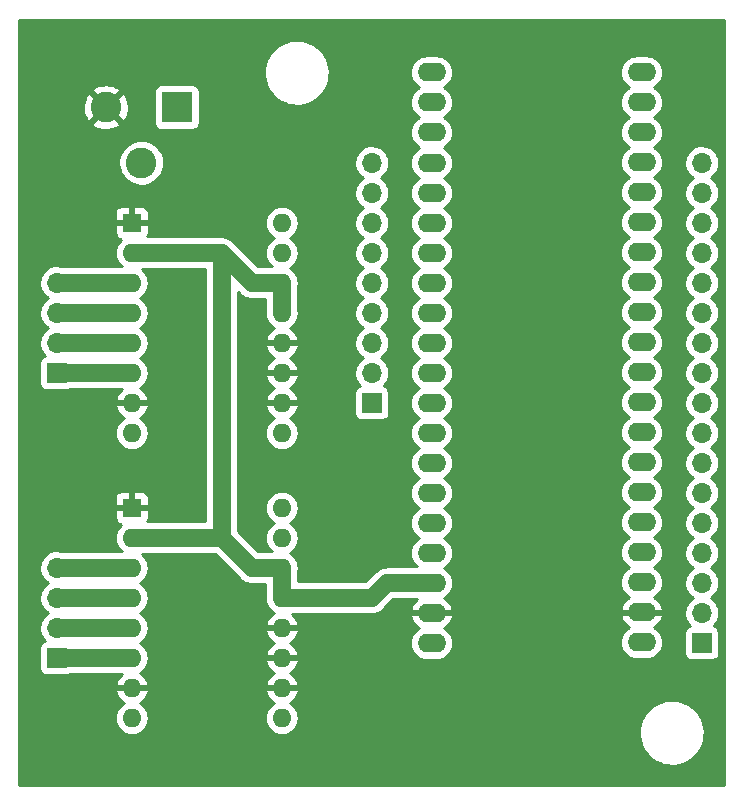
<source format=gbr>
G04 #@! TF.GenerationSoftware,KiCad,Pcbnew,5.99.0-unknown-c3175b4~86~ubuntu16.04.1*
G04 #@! TF.CreationDate,2019-11-28T09:11:42-05:00*
G04 #@! TF.ProjectId,sketchy_v2,736b6574-6368-4795-9f76-322e6b696361,rev?*
G04 #@! TF.SameCoordinates,Original*
G04 #@! TF.FileFunction,Copper,L1,Top*
G04 #@! TF.FilePolarity,Positive*
%FSLAX46Y46*%
G04 Gerber Fmt 4.6, Leading zero omitted, Abs format (unit mm)*
G04 Created by KiCad (PCBNEW 5.99.0-unknown-c3175b4~86~ubuntu16.04.1) date 2019-11-28 09:11:42*
%MOMM*%
%LPD*%
G04 APERTURE LIST*
%ADD10O,1.700000X1.700000*%
%ADD11R,1.700000X1.700000*%
%ADD12R,1.600000X1.600000*%
%ADD13O,1.600000X1.600000*%
%ADD14O,2.400000X1.600000*%
%ADD15R,2.600000X2.600000*%
%ADD16C,2.600000*%
%ADD17C,1.500000*%
%ADD18C,0.254000*%
G04 APERTURE END LIST*
D10*
X161290000Y-107950000D03*
X161290000Y-110490000D03*
X161290000Y-113030000D03*
X161290000Y-115570000D03*
X161290000Y-118110000D03*
X161290000Y-120650000D03*
X161290000Y-123190000D03*
X161290000Y-125730000D03*
D11*
X161290000Y-128270000D03*
D10*
X189230000Y-107950000D03*
X189230000Y-110490000D03*
X189230000Y-113030000D03*
X189230000Y-115570000D03*
X189230000Y-118110000D03*
X189230000Y-120650000D03*
X189230000Y-123190000D03*
X189230000Y-125730000D03*
X189230000Y-128270000D03*
X189230000Y-130810000D03*
X189230000Y-133350000D03*
X189230000Y-135890000D03*
X189230000Y-138430000D03*
X189230000Y-140970000D03*
X189230000Y-143510000D03*
X189230000Y-146050000D03*
D11*
X189230000Y-148590000D03*
X134620000Y-125730000D03*
D10*
X134620000Y-123190000D03*
X134620000Y-120650000D03*
X134620000Y-118110000D03*
D11*
X134620000Y-149860000D03*
D10*
X134620000Y-147320000D03*
X134620000Y-144780000D03*
X134620000Y-142240000D03*
D12*
X140970000Y-113030000D03*
D13*
X153670000Y-130810000D03*
X140970000Y-115570000D03*
X153670000Y-128270000D03*
X140970000Y-118110000D03*
X153670000Y-125730000D03*
X140970000Y-120650000D03*
X153670000Y-123190000D03*
X140970000Y-123190000D03*
X153670000Y-120650000D03*
X140970000Y-125730000D03*
X153670000Y-118110000D03*
X140970000Y-128270000D03*
X153670000Y-115570000D03*
X140970000Y-130810000D03*
X153670000Y-113030000D03*
D12*
X140970000Y-137160000D03*
D13*
X153670000Y-154940000D03*
X140970000Y-139700000D03*
X153670000Y-152400000D03*
X140970000Y-142240000D03*
X153670000Y-149860000D03*
X140970000Y-144780000D03*
X153670000Y-147320000D03*
X140970000Y-147320000D03*
X153670000Y-144780000D03*
X140970000Y-149860000D03*
X153670000Y-142240000D03*
X140970000Y-152400000D03*
X153670000Y-139700000D03*
X140970000Y-154940000D03*
X153670000Y-137160000D03*
D14*
X166370000Y-105380000D03*
X166370000Y-102840000D03*
X166370000Y-100300000D03*
X184150000Y-100300000D03*
X184150000Y-102840000D03*
X184150000Y-105380000D03*
X166370000Y-148590000D03*
X184150000Y-148560000D03*
X166370000Y-146050000D03*
X184150000Y-146020000D03*
X166370000Y-143510000D03*
X184150000Y-143480000D03*
X166370000Y-140970000D03*
X184150000Y-140940000D03*
X166370000Y-138430000D03*
X184150000Y-138400000D03*
X166370000Y-135890000D03*
X184150000Y-135860000D03*
X166370000Y-133350000D03*
X184150000Y-133320000D03*
X166370000Y-130810000D03*
X184150000Y-130780000D03*
X166370000Y-128270000D03*
X184150000Y-128240000D03*
X166370000Y-125730000D03*
X184150000Y-125700000D03*
X166370000Y-123190000D03*
X184150000Y-123160000D03*
X166370000Y-120650000D03*
X184150000Y-120620000D03*
X166370000Y-118110000D03*
X184150000Y-118080000D03*
X166370000Y-115570000D03*
X184150000Y-115540000D03*
X166370000Y-113030000D03*
X184150000Y-113000000D03*
X166370000Y-110490000D03*
X184150000Y-110460000D03*
X166370000Y-107950000D03*
X184150000Y-107920000D03*
D15*
X144780000Y-103250000D03*
D16*
X138780000Y-103250000D03*
X141780000Y-107950000D03*
D17*
X148590000Y-115570000D02*
X148590000Y-139700000D01*
X161290000Y-144780000D02*
X162560000Y-143510000D01*
X162560000Y-143510000D02*
X166370000Y-143510000D01*
X153670000Y-144780000D02*
X161290000Y-144780000D01*
X153670000Y-142240000D02*
X153670000Y-144780000D01*
X148590000Y-139700000D02*
X151130000Y-142240000D01*
X151130000Y-142240000D02*
X153670000Y-142240000D01*
X140970000Y-139700000D02*
X148590000Y-139700000D01*
X153670000Y-118110000D02*
X153670000Y-120650000D01*
X151130000Y-118110000D02*
X153670000Y-118110000D01*
X148590000Y-115570000D02*
X151130000Y-118110000D01*
X140970000Y-115570000D02*
X148590000Y-115570000D01*
X134620000Y-118110000D02*
X140970000Y-118110000D01*
X140970000Y-120650000D02*
X134620000Y-120650000D01*
X134620000Y-123190000D02*
X140970000Y-123190000D01*
X140970000Y-125730000D02*
X134620000Y-125730000D01*
X134620000Y-142240000D02*
X140970000Y-142240000D01*
X140970000Y-144780000D02*
X134620000Y-144780000D01*
X134620000Y-147320000D02*
X140970000Y-147320000D01*
X140970000Y-149860000D02*
X134620000Y-149860000D01*
D18*
G36*
X191136000Y-160656000D02*
G01*
X131444000Y-160656000D01*
X131444000Y-152528000D01*
X139519712Y-152528000D01*
X139617333Y-152892330D01*
X139723376Y-153119739D01*
X139867297Y-153325279D01*
X140044721Y-153502703D01*
X140250261Y-153646624D01*
X140300391Y-153670000D01*
X140250261Y-153693376D01*
X140044721Y-153837297D01*
X139867297Y-154014721D01*
X139723376Y-154220261D01*
X139617333Y-154447670D01*
X139552391Y-154690038D01*
X139530523Y-154940000D01*
X139552391Y-155189962D01*
X139617333Y-155432330D01*
X139723376Y-155659739D01*
X139867297Y-155865279D01*
X140044721Y-156042703D01*
X140250261Y-156186624D01*
X140477670Y-156292667D01*
X140720038Y-156357609D01*
X140907394Y-156374000D01*
X141032606Y-156374000D01*
X141219962Y-156357609D01*
X141462330Y-156292667D01*
X141689739Y-156186624D01*
X141895279Y-156042703D01*
X142072703Y-155865279D01*
X142216624Y-155659739D01*
X142322667Y-155432330D01*
X142387609Y-155189962D01*
X142409477Y-154940000D01*
X142387609Y-154690038D01*
X142322667Y-154447670D01*
X142216624Y-154220261D01*
X142072703Y-154014721D01*
X141895279Y-153837297D01*
X141689739Y-153693376D01*
X141639609Y-153670000D01*
X141689739Y-153646624D01*
X141895279Y-153502703D01*
X142072703Y-153325279D01*
X142216624Y-153119739D01*
X142322667Y-152892330D01*
X142420288Y-152528000D01*
X152219712Y-152528000D01*
X152317333Y-152892330D01*
X152423376Y-153119739D01*
X152567297Y-153325279D01*
X152744721Y-153502703D01*
X152950261Y-153646624D01*
X153000391Y-153670000D01*
X152950261Y-153693376D01*
X152744721Y-153837297D01*
X152567297Y-154014721D01*
X152423376Y-154220261D01*
X152317333Y-154447670D01*
X152252391Y-154690038D01*
X152230523Y-154940000D01*
X152252391Y-155189962D01*
X152317333Y-155432330D01*
X152423376Y-155659739D01*
X152567297Y-155865279D01*
X152744721Y-156042703D01*
X152950261Y-156186624D01*
X153177670Y-156292667D01*
X153420038Y-156357609D01*
X153607394Y-156374000D01*
X153732606Y-156374000D01*
X153919962Y-156357609D01*
X154162330Y-156292667D01*
X154389739Y-156186624D01*
X154460630Y-156136985D01*
X183901671Y-156136985D01*
X183913556Y-156477341D01*
X183966832Y-156813712D01*
X184060704Y-157141082D01*
X184193772Y-157454573D01*
X184364054Y-157749510D01*
X184569011Y-158021496D01*
X184805586Y-158266477D01*
X185070254Y-158480800D01*
X185359068Y-158661272D01*
X185667724Y-158805201D01*
X185991619Y-158910441D01*
X186325925Y-158975422D01*
X186665659Y-158999180D01*
X187005756Y-158981356D01*
X187341146Y-158922218D01*
X187666829Y-158822646D01*
X187977949Y-158684126D01*
X188269869Y-158508723D01*
X188538236Y-158299052D01*
X188779052Y-158058236D01*
X188988723Y-157789869D01*
X189164126Y-157497949D01*
X189302646Y-157186829D01*
X189402218Y-156861146D01*
X189461644Y-156524124D01*
X189474285Y-156041363D01*
X189432579Y-155701693D01*
X189350189Y-155371245D01*
X189228141Y-155053302D01*
X189068256Y-154752602D01*
X188872918Y-154473629D01*
X188645036Y-154220540D01*
X188388009Y-153997111D01*
X188105669Y-153806670D01*
X187802225Y-153652057D01*
X187482200Y-153535578D01*
X187150365Y-153458968D01*
X186811667Y-153423370D01*
X186471156Y-153429313D01*
X186133906Y-153476711D01*
X185804947Y-153564855D01*
X185489181Y-153692432D01*
X185191318Y-153857540D01*
X184915796Y-154057719D01*
X184666724Y-154289982D01*
X184447814Y-154550869D01*
X184262329Y-154836490D01*
X184113037Y-155142587D01*
X184002160Y-155464596D01*
X183931352Y-155797717D01*
X183901671Y-156136985D01*
X154460630Y-156136985D01*
X154595279Y-156042703D01*
X154772703Y-155865279D01*
X154916624Y-155659739D01*
X155022667Y-155432330D01*
X155087609Y-155189962D01*
X155109477Y-154940000D01*
X155087609Y-154690038D01*
X155022667Y-154447670D01*
X154916624Y-154220261D01*
X154772703Y-154014721D01*
X154595279Y-153837297D01*
X154389739Y-153693376D01*
X154339609Y-153670000D01*
X154389739Y-153646624D01*
X154595279Y-153502703D01*
X154772703Y-153325279D01*
X154916624Y-153119739D01*
X155022667Y-152892330D01*
X155120288Y-152528000D01*
X152219712Y-152528000D01*
X142420288Y-152528000D01*
X139519712Y-152528000D01*
X131444000Y-152528000D01*
X131444000Y-136348976D01*
X139528163Y-136348976D01*
X139528163Y-137032000D01*
X140842000Y-137032000D01*
X140842000Y-135718163D01*
X141098000Y-135718163D01*
X141098000Y-137032000D01*
X142411837Y-137032000D01*
X142411837Y-136343412D01*
X142331205Y-136042489D01*
X142183815Y-135866835D01*
X141990186Y-135755044D01*
X141781024Y-135718163D01*
X141098000Y-135718163D01*
X140842000Y-135718163D01*
X140153412Y-135718163D01*
X139852489Y-135798795D01*
X139676835Y-135946185D01*
X139565044Y-136139814D01*
X139528163Y-136348976D01*
X131444000Y-136348976D01*
X131444000Y-128398000D01*
X139519712Y-128398000D01*
X139617333Y-128762330D01*
X139723376Y-128989739D01*
X139867297Y-129195279D01*
X140044721Y-129372703D01*
X140250261Y-129516624D01*
X140300391Y-129540000D01*
X140250261Y-129563376D01*
X140044721Y-129707297D01*
X139867297Y-129884721D01*
X139723376Y-130090261D01*
X139617333Y-130317670D01*
X139552391Y-130560038D01*
X139530523Y-130810000D01*
X139552391Y-131059962D01*
X139617333Y-131302330D01*
X139723376Y-131529739D01*
X139867297Y-131735279D01*
X140044721Y-131912703D01*
X140250261Y-132056624D01*
X140477670Y-132162667D01*
X140720038Y-132227609D01*
X140907394Y-132244000D01*
X141032606Y-132244000D01*
X141219962Y-132227609D01*
X141462330Y-132162667D01*
X141689739Y-132056624D01*
X141895279Y-131912703D01*
X142072703Y-131735279D01*
X142216624Y-131529739D01*
X142322667Y-131302330D01*
X142387609Y-131059962D01*
X142409477Y-130810000D01*
X142387609Y-130560038D01*
X142322667Y-130317670D01*
X142216624Y-130090261D01*
X142072703Y-129884721D01*
X141895279Y-129707297D01*
X141689739Y-129563376D01*
X141639609Y-129540000D01*
X141689739Y-129516624D01*
X141895279Y-129372703D01*
X142072703Y-129195279D01*
X142216624Y-128989739D01*
X142322667Y-128762330D01*
X142420288Y-128398000D01*
X139519712Y-128398000D01*
X131444000Y-128398000D01*
X131444000Y-124868976D01*
X133128163Y-124868976D01*
X133128163Y-126596588D01*
X133208795Y-126897512D01*
X133356185Y-127073165D01*
X133549814Y-127184956D01*
X133758976Y-127221837D01*
X135486588Y-127221837D01*
X135787512Y-127141205D01*
X135819933Y-127114000D01*
X140120837Y-127114000D01*
X140044721Y-127167297D01*
X139867297Y-127344721D01*
X139723376Y-127550261D01*
X139617333Y-127777670D01*
X139519712Y-128142000D01*
X142420288Y-128142000D01*
X142322667Y-127777670D01*
X142216624Y-127550261D01*
X142072703Y-127344721D01*
X141895279Y-127167297D01*
X141689739Y-127023376D01*
X141639609Y-127000000D01*
X141689739Y-126976624D01*
X141895279Y-126832703D01*
X142072703Y-126655279D01*
X142216624Y-126449739D01*
X142322667Y-126222330D01*
X142387609Y-125979962D01*
X142409477Y-125730000D01*
X142387609Y-125480038D01*
X142322667Y-125237670D01*
X142216624Y-125010261D01*
X142072703Y-124804721D01*
X141895279Y-124627297D01*
X141689739Y-124483376D01*
X141639609Y-124460000D01*
X141689739Y-124436624D01*
X141895279Y-124292703D01*
X142072703Y-124115279D01*
X142216624Y-123909739D01*
X142322667Y-123682330D01*
X142387609Y-123439962D01*
X142409477Y-123190000D01*
X142387609Y-122940038D01*
X142322667Y-122697670D01*
X142216624Y-122470261D01*
X142072703Y-122264721D01*
X141895279Y-122087297D01*
X141689739Y-121943376D01*
X141639609Y-121920000D01*
X141689739Y-121896624D01*
X141895279Y-121752703D01*
X142072703Y-121575279D01*
X142216624Y-121369739D01*
X142322667Y-121142330D01*
X142387609Y-120899962D01*
X142409477Y-120650000D01*
X142387609Y-120400038D01*
X142322667Y-120157670D01*
X142216624Y-119930261D01*
X142072703Y-119724721D01*
X141895279Y-119547297D01*
X141689739Y-119403376D01*
X141639609Y-119380000D01*
X141689739Y-119356624D01*
X141895279Y-119212703D01*
X142072703Y-119035279D01*
X142216624Y-118829739D01*
X142322667Y-118602330D01*
X142387609Y-118359962D01*
X142409477Y-118110000D01*
X142387609Y-117860038D01*
X142322667Y-117617670D01*
X142216624Y-117390261D01*
X142072703Y-117184721D01*
X141895279Y-117007297D01*
X141819163Y-116954000D01*
X147206000Y-116954000D01*
X147206001Y-138316000D01*
X142296544Y-138316000D01*
X142374956Y-138180186D01*
X142411837Y-137971024D01*
X142411837Y-137288000D01*
X139528163Y-137288000D01*
X139528163Y-137976588D01*
X139608795Y-138277512D01*
X139756185Y-138453165D01*
X139949814Y-138564956D01*
X140062525Y-138584830D01*
X140044721Y-138597297D01*
X139867297Y-138774721D01*
X139723376Y-138980261D01*
X139617333Y-139207670D01*
X139552391Y-139450038D01*
X139530523Y-139700000D01*
X139552391Y-139949962D01*
X139617333Y-140192330D01*
X139723376Y-140419739D01*
X139867297Y-140625279D01*
X140044721Y-140802703D01*
X140120837Y-140856000D01*
X135156582Y-140856000D01*
X135005169Y-140801040D01*
X134665352Y-140756000D01*
X134556810Y-140756000D01*
X134369058Y-140771931D01*
X134125292Y-140835200D01*
X133895671Y-140938637D01*
X133686760Y-141079284D01*
X133504534Y-141253119D01*
X133354203Y-141455172D01*
X133240064Y-141679666D01*
X133165382Y-141920181D01*
X133132292Y-142169841D01*
X133141740Y-142421508D01*
X133193456Y-142667983D01*
X133285961Y-142902222D01*
X133416610Y-143117526D01*
X133581669Y-143307739D01*
X133776416Y-143467422D01*
X133850061Y-143509343D01*
X133686760Y-143619284D01*
X133504534Y-143793119D01*
X133354203Y-143995172D01*
X133240064Y-144219666D01*
X133165382Y-144460181D01*
X133132292Y-144709841D01*
X133141740Y-144961508D01*
X133193456Y-145207983D01*
X133285961Y-145442222D01*
X133416610Y-145657526D01*
X133581669Y-145847739D01*
X133776416Y-146007422D01*
X133850061Y-146049343D01*
X133686760Y-146159284D01*
X133504534Y-146333119D01*
X133354203Y-146535172D01*
X133240064Y-146759666D01*
X133165382Y-147000181D01*
X133132292Y-147249841D01*
X133141740Y-147501508D01*
X133193456Y-147747983D01*
X133285961Y-147982222D01*
X133416610Y-148197526D01*
X133581669Y-148387739D01*
X133605975Y-148407669D01*
X133452489Y-148448795D01*
X133276835Y-148596185D01*
X133165044Y-148789814D01*
X133128163Y-148998976D01*
X133128163Y-150726588D01*
X133208795Y-151027512D01*
X133356185Y-151203165D01*
X133549814Y-151314956D01*
X133758976Y-151351837D01*
X135486588Y-151351837D01*
X135787512Y-151271205D01*
X135819933Y-151244000D01*
X140120837Y-151244000D01*
X140044721Y-151297297D01*
X139867297Y-151474721D01*
X139723376Y-151680261D01*
X139617333Y-151907670D01*
X139519712Y-152272000D01*
X142420288Y-152272000D01*
X142322667Y-151907670D01*
X142216624Y-151680261D01*
X142072703Y-151474721D01*
X141895279Y-151297297D01*
X141689739Y-151153376D01*
X141639609Y-151130000D01*
X141689739Y-151106624D01*
X141895279Y-150962703D01*
X142072703Y-150785279D01*
X142216624Y-150579739D01*
X142322667Y-150352330D01*
X142387609Y-150109962D01*
X142398278Y-149988000D01*
X152219712Y-149988000D01*
X152317333Y-150352330D01*
X152423376Y-150579739D01*
X152567297Y-150785279D01*
X152744721Y-150962703D01*
X152950261Y-151106624D01*
X153000391Y-151130000D01*
X152950261Y-151153376D01*
X152744721Y-151297297D01*
X152567297Y-151474721D01*
X152423376Y-151680261D01*
X152317333Y-151907670D01*
X152219712Y-152272000D01*
X155120288Y-152272000D01*
X155022667Y-151907670D01*
X154916624Y-151680261D01*
X154772703Y-151474721D01*
X154595279Y-151297297D01*
X154389739Y-151153376D01*
X154339609Y-151130000D01*
X154389739Y-151106624D01*
X154595279Y-150962703D01*
X154772703Y-150785279D01*
X154916624Y-150579739D01*
X155022667Y-150352330D01*
X155120288Y-149988000D01*
X152219712Y-149988000D01*
X142398278Y-149988000D01*
X142409477Y-149860000D01*
X142387609Y-149610038D01*
X142322667Y-149367670D01*
X142216624Y-149140261D01*
X142072703Y-148934721D01*
X141895279Y-148757297D01*
X141689739Y-148613376D01*
X141639609Y-148590000D01*
X141689739Y-148566624D01*
X141895279Y-148422703D01*
X142072703Y-148245279D01*
X142216624Y-148039739D01*
X142322667Y-147812330D01*
X142387609Y-147569962D01*
X142398278Y-147448000D01*
X152219712Y-147448000D01*
X152317333Y-147812330D01*
X152423376Y-148039739D01*
X152567297Y-148245279D01*
X152744721Y-148422703D01*
X152950261Y-148566624D01*
X153000391Y-148590000D01*
X152950261Y-148613376D01*
X152744721Y-148757297D01*
X152567297Y-148934721D01*
X152423376Y-149140261D01*
X152317333Y-149367670D01*
X152219712Y-149732000D01*
X155120288Y-149732000D01*
X155022667Y-149367670D01*
X154916624Y-149140261D01*
X154772703Y-148934721D01*
X154595279Y-148757297D01*
X154389739Y-148613376D01*
X154339609Y-148590000D01*
X154389739Y-148566624D01*
X154595279Y-148422703D01*
X154772703Y-148245279D01*
X154916624Y-148039739D01*
X155022667Y-147812330D01*
X155120288Y-147448000D01*
X152219712Y-147448000D01*
X142398278Y-147448000D01*
X142409477Y-147320000D01*
X142387609Y-147070038D01*
X142322667Y-146827670D01*
X142216624Y-146600261D01*
X142072703Y-146394721D01*
X141895279Y-146217297D01*
X141689739Y-146073376D01*
X141639609Y-146050000D01*
X141689739Y-146026624D01*
X141895279Y-145882703D01*
X142072703Y-145705279D01*
X142216624Y-145499739D01*
X142322667Y-145272330D01*
X142387609Y-145029962D01*
X142409477Y-144780000D01*
X142387609Y-144530038D01*
X142322667Y-144287670D01*
X142216624Y-144060261D01*
X142072703Y-143854721D01*
X141895279Y-143677297D01*
X141689739Y-143533376D01*
X141639609Y-143510000D01*
X141689739Y-143486624D01*
X141895279Y-143342703D01*
X142072703Y-143165279D01*
X142216624Y-142959739D01*
X142322667Y-142732330D01*
X142387609Y-142489962D01*
X142409477Y-142240000D01*
X142387609Y-141990038D01*
X142322667Y-141747670D01*
X142216624Y-141520261D01*
X142072703Y-141314721D01*
X141895279Y-141137297D01*
X141819163Y-141084000D01*
X148016730Y-141084000D01*
X150110212Y-143177482D01*
X150169941Y-143248161D01*
X150275942Y-143329205D01*
X150379946Y-143412828D01*
X150395252Y-143420425D01*
X150408823Y-143430802D01*
X150529760Y-143487195D01*
X150649289Y-143546530D01*
X150665868Y-143550664D01*
X150684593Y-143559395D01*
X150733096Y-143567425D01*
X150941062Y-143619277D01*
X151067678Y-143622814D01*
X151074842Y-143624000D01*
X151110129Y-143624000D01*
X151241649Y-143627674D01*
X151260909Y-143624000D01*
X152286000Y-143624000D01*
X152286001Y-144404604D01*
X152252391Y-144530038D01*
X152230523Y-144780000D01*
X152252391Y-145029962D01*
X152317333Y-145272330D01*
X152423376Y-145499739D01*
X152567297Y-145705279D01*
X152744721Y-145882703D01*
X152950261Y-146026624D01*
X153000391Y-146050000D01*
X152950261Y-146073376D01*
X152744721Y-146217297D01*
X152567297Y-146394721D01*
X152423376Y-146600261D01*
X152317333Y-146827670D01*
X152219712Y-147192000D01*
X155120288Y-147192000D01*
X155022667Y-146827670D01*
X154916624Y-146600261D01*
X154772703Y-146394721D01*
X154595279Y-146217297D01*
X154539158Y-146178000D01*
X164519712Y-146178000D01*
X164617333Y-146542330D01*
X164723376Y-146769739D01*
X164867297Y-146975279D01*
X165044721Y-147152703D01*
X165250261Y-147296624D01*
X165300391Y-147320000D01*
X165250261Y-147343376D01*
X165044721Y-147487297D01*
X164867297Y-147664721D01*
X164723376Y-147870261D01*
X164617333Y-148097670D01*
X164552391Y-148340038D01*
X164530523Y-148590000D01*
X164552391Y-148839962D01*
X164617333Y-149082330D01*
X164723376Y-149309739D01*
X164867297Y-149515279D01*
X165044721Y-149692703D01*
X165250261Y-149836624D01*
X165477670Y-149942667D01*
X165720038Y-150007609D01*
X165907394Y-150024000D01*
X166832606Y-150024000D01*
X167019962Y-150007609D01*
X167262330Y-149942667D01*
X167489739Y-149836624D01*
X167695279Y-149692703D01*
X167872703Y-149515279D01*
X168016624Y-149309739D01*
X168122667Y-149082330D01*
X168187609Y-148839962D01*
X168209477Y-148590000D01*
X168187609Y-148340038D01*
X168122667Y-148097670D01*
X168016624Y-147870261D01*
X167872703Y-147664721D01*
X167695279Y-147487297D01*
X167489739Y-147343376D01*
X167439609Y-147320000D01*
X167489739Y-147296624D01*
X167695279Y-147152703D01*
X167872703Y-146975279D01*
X168016624Y-146769739D01*
X168122667Y-146542330D01*
X168220288Y-146178000D01*
X164519712Y-146178000D01*
X154539158Y-146178000D01*
X154519163Y-146164000D01*
X161231822Y-146164000D01*
X161324013Y-146171741D01*
X161456223Y-146154101D01*
X161512384Y-146148000D01*
X182299712Y-146148000D01*
X182397333Y-146512330D01*
X182503376Y-146739739D01*
X182647297Y-146945279D01*
X182824721Y-147122703D01*
X183030261Y-147266624D01*
X183080391Y-147290000D01*
X183030261Y-147313376D01*
X182824721Y-147457297D01*
X182647297Y-147634721D01*
X182503376Y-147840261D01*
X182397333Y-148067670D01*
X182332391Y-148310038D01*
X182310523Y-148560000D01*
X182332391Y-148809962D01*
X182397333Y-149052330D01*
X182503376Y-149279739D01*
X182647297Y-149485279D01*
X182824721Y-149662703D01*
X183030261Y-149806624D01*
X183257670Y-149912667D01*
X183500038Y-149977609D01*
X183687394Y-149994000D01*
X184612606Y-149994000D01*
X184799962Y-149977609D01*
X185042330Y-149912667D01*
X185269739Y-149806624D01*
X185475279Y-149662703D01*
X185652703Y-149485279D01*
X185796624Y-149279739D01*
X185902667Y-149052330D01*
X185967609Y-148809962D01*
X185989477Y-148560000D01*
X185967609Y-148310038D01*
X185902667Y-148067670D01*
X185796624Y-147840261D01*
X185718702Y-147728976D01*
X187738163Y-147728976D01*
X187738163Y-149456588D01*
X187818795Y-149757512D01*
X187966185Y-149933165D01*
X188159814Y-150044956D01*
X188368976Y-150081837D01*
X190096588Y-150081837D01*
X190397512Y-150001205D01*
X190573165Y-149853815D01*
X190684956Y-149660186D01*
X190721837Y-149451024D01*
X190721837Y-147723412D01*
X190641205Y-147422489D01*
X190493815Y-147246835D01*
X190300186Y-147135044D01*
X190251554Y-147126469D01*
X190345466Y-147036881D01*
X190495797Y-146834828D01*
X190609936Y-146610334D01*
X190684618Y-146369819D01*
X190717708Y-146120159D01*
X190708260Y-145868492D01*
X190656544Y-145622017D01*
X190564039Y-145387778D01*
X190433390Y-145172474D01*
X190268331Y-144982261D01*
X190073584Y-144822578D01*
X189999939Y-144780657D01*
X190163240Y-144670716D01*
X190345466Y-144496881D01*
X190495797Y-144294828D01*
X190609936Y-144070334D01*
X190684618Y-143829819D01*
X190717708Y-143580159D01*
X190708260Y-143328492D01*
X190656544Y-143082017D01*
X190564039Y-142847778D01*
X190433390Y-142632474D01*
X190268331Y-142442261D01*
X190073584Y-142282578D01*
X189999939Y-142240657D01*
X190163240Y-142130716D01*
X190345466Y-141956881D01*
X190495797Y-141754828D01*
X190609936Y-141530334D01*
X190684618Y-141289819D01*
X190717708Y-141040159D01*
X190708260Y-140788492D01*
X190656544Y-140542017D01*
X190564039Y-140307778D01*
X190433390Y-140092474D01*
X190268331Y-139902261D01*
X190073584Y-139742578D01*
X189999939Y-139700657D01*
X190163240Y-139590716D01*
X190345466Y-139416881D01*
X190495797Y-139214828D01*
X190609936Y-138990334D01*
X190684618Y-138749819D01*
X190717708Y-138500159D01*
X190708260Y-138248492D01*
X190656544Y-138002017D01*
X190564039Y-137767778D01*
X190433390Y-137552474D01*
X190268331Y-137362261D01*
X190073584Y-137202578D01*
X189999939Y-137160657D01*
X190163240Y-137050716D01*
X190345466Y-136876881D01*
X190495797Y-136674828D01*
X190609936Y-136450334D01*
X190684618Y-136209819D01*
X190717708Y-135960159D01*
X190708260Y-135708492D01*
X190656544Y-135462017D01*
X190564039Y-135227778D01*
X190433390Y-135012474D01*
X190268331Y-134822261D01*
X190073584Y-134662578D01*
X189999939Y-134620657D01*
X190163240Y-134510716D01*
X190345466Y-134336881D01*
X190495797Y-134134828D01*
X190609936Y-133910334D01*
X190684618Y-133669819D01*
X190717708Y-133420159D01*
X190708260Y-133168492D01*
X190656544Y-132922017D01*
X190564039Y-132687778D01*
X190433390Y-132472474D01*
X190268331Y-132282261D01*
X190073584Y-132122578D01*
X189999939Y-132080657D01*
X190163240Y-131970716D01*
X190345466Y-131796881D01*
X190495797Y-131594828D01*
X190609936Y-131370334D01*
X190684618Y-131129819D01*
X190717708Y-130880159D01*
X190708260Y-130628492D01*
X190656544Y-130382017D01*
X190564039Y-130147778D01*
X190433390Y-129932474D01*
X190268331Y-129742261D01*
X190073584Y-129582578D01*
X189999939Y-129540657D01*
X190163240Y-129430716D01*
X190345466Y-129256881D01*
X190495797Y-129054828D01*
X190609936Y-128830334D01*
X190684618Y-128589819D01*
X190717708Y-128340159D01*
X190708260Y-128088492D01*
X190656544Y-127842017D01*
X190564039Y-127607778D01*
X190433390Y-127392474D01*
X190268331Y-127202261D01*
X190073584Y-127042578D01*
X189999939Y-127000657D01*
X190163240Y-126890716D01*
X190345466Y-126716881D01*
X190495797Y-126514828D01*
X190609936Y-126290334D01*
X190684618Y-126049819D01*
X190717708Y-125800159D01*
X190708260Y-125548492D01*
X190656544Y-125302017D01*
X190564039Y-125067778D01*
X190433390Y-124852474D01*
X190268331Y-124662261D01*
X190073584Y-124502578D01*
X189999939Y-124460657D01*
X190163240Y-124350716D01*
X190345466Y-124176881D01*
X190495797Y-123974828D01*
X190609936Y-123750334D01*
X190684618Y-123509819D01*
X190717708Y-123260159D01*
X190708260Y-123008492D01*
X190656544Y-122762017D01*
X190564039Y-122527778D01*
X190433390Y-122312474D01*
X190268331Y-122122261D01*
X190073584Y-121962578D01*
X189999939Y-121920657D01*
X190163240Y-121810716D01*
X190345466Y-121636881D01*
X190495797Y-121434828D01*
X190609936Y-121210334D01*
X190684618Y-120969819D01*
X190717708Y-120720159D01*
X190708260Y-120468492D01*
X190656544Y-120222017D01*
X190564039Y-119987778D01*
X190433390Y-119772474D01*
X190268331Y-119582261D01*
X190073584Y-119422578D01*
X189999939Y-119380657D01*
X190163240Y-119270716D01*
X190345466Y-119096881D01*
X190495797Y-118894828D01*
X190609936Y-118670334D01*
X190684618Y-118429819D01*
X190717708Y-118180159D01*
X190708260Y-117928492D01*
X190656544Y-117682017D01*
X190564039Y-117447778D01*
X190433390Y-117232474D01*
X190268331Y-117042261D01*
X190073584Y-116882578D01*
X189999939Y-116840657D01*
X190163240Y-116730716D01*
X190345466Y-116556881D01*
X190495797Y-116354828D01*
X190609936Y-116130334D01*
X190684618Y-115889819D01*
X190717708Y-115640159D01*
X190708260Y-115388492D01*
X190656544Y-115142017D01*
X190564039Y-114907778D01*
X190433390Y-114692474D01*
X190268331Y-114502261D01*
X190073584Y-114342578D01*
X189999939Y-114300657D01*
X190163240Y-114190716D01*
X190345466Y-114016881D01*
X190495797Y-113814828D01*
X190609936Y-113590334D01*
X190684618Y-113349819D01*
X190717708Y-113100159D01*
X190708260Y-112848492D01*
X190656544Y-112602017D01*
X190564039Y-112367778D01*
X190433390Y-112152474D01*
X190268331Y-111962261D01*
X190073584Y-111802578D01*
X189999939Y-111760657D01*
X190163240Y-111650716D01*
X190345466Y-111476881D01*
X190495797Y-111274828D01*
X190609936Y-111050334D01*
X190684618Y-110809819D01*
X190717708Y-110560159D01*
X190708260Y-110308492D01*
X190656544Y-110062017D01*
X190564039Y-109827778D01*
X190433390Y-109612474D01*
X190268331Y-109422261D01*
X190073584Y-109262578D01*
X189999939Y-109220657D01*
X190163240Y-109110716D01*
X190345466Y-108936881D01*
X190495797Y-108734828D01*
X190609936Y-108510334D01*
X190684618Y-108269819D01*
X190717708Y-108020159D01*
X190708260Y-107768492D01*
X190656544Y-107522017D01*
X190564039Y-107287778D01*
X190433390Y-107072474D01*
X190268331Y-106882261D01*
X190073584Y-106722578D01*
X189854716Y-106597991D01*
X189615169Y-106511040D01*
X189275352Y-106466000D01*
X189166810Y-106466000D01*
X188979058Y-106481931D01*
X188735292Y-106545200D01*
X188505671Y-106648637D01*
X188296760Y-106789284D01*
X188114534Y-106963119D01*
X187964203Y-107165172D01*
X187850064Y-107389666D01*
X187775382Y-107630181D01*
X187742292Y-107879841D01*
X187751740Y-108131508D01*
X187803456Y-108377983D01*
X187895961Y-108612222D01*
X188026610Y-108827526D01*
X188191669Y-109017739D01*
X188386416Y-109177422D01*
X188460061Y-109219343D01*
X188296760Y-109329284D01*
X188114534Y-109503119D01*
X187964203Y-109705172D01*
X187850064Y-109929666D01*
X187775382Y-110170181D01*
X187742292Y-110419841D01*
X187751740Y-110671508D01*
X187803456Y-110917983D01*
X187895961Y-111152222D01*
X188026610Y-111367526D01*
X188191669Y-111557739D01*
X188386416Y-111717422D01*
X188460061Y-111759343D01*
X188296760Y-111869284D01*
X188114534Y-112043119D01*
X187964203Y-112245172D01*
X187850064Y-112469666D01*
X187775382Y-112710181D01*
X187742292Y-112959841D01*
X187751740Y-113211508D01*
X187803456Y-113457983D01*
X187895961Y-113692222D01*
X188026610Y-113907526D01*
X188191669Y-114097739D01*
X188386416Y-114257422D01*
X188460061Y-114299343D01*
X188296760Y-114409284D01*
X188114534Y-114583119D01*
X187964203Y-114785172D01*
X187850064Y-115009666D01*
X187775382Y-115250181D01*
X187742292Y-115499841D01*
X187751740Y-115751508D01*
X187803456Y-115997983D01*
X187895961Y-116232222D01*
X188026610Y-116447526D01*
X188191669Y-116637739D01*
X188386416Y-116797422D01*
X188460061Y-116839343D01*
X188296760Y-116949284D01*
X188114534Y-117123119D01*
X187964203Y-117325172D01*
X187850064Y-117549666D01*
X187775382Y-117790181D01*
X187742292Y-118039841D01*
X187751740Y-118291508D01*
X187803456Y-118537983D01*
X187895961Y-118772222D01*
X188026610Y-118987526D01*
X188191669Y-119177739D01*
X188386416Y-119337422D01*
X188460061Y-119379343D01*
X188296760Y-119489284D01*
X188114534Y-119663119D01*
X187964203Y-119865172D01*
X187850064Y-120089666D01*
X187775382Y-120330181D01*
X187742292Y-120579841D01*
X187751740Y-120831508D01*
X187803456Y-121077983D01*
X187895961Y-121312222D01*
X188026610Y-121527526D01*
X188191669Y-121717739D01*
X188386416Y-121877422D01*
X188460061Y-121919343D01*
X188296760Y-122029284D01*
X188114534Y-122203119D01*
X187964203Y-122405172D01*
X187850064Y-122629666D01*
X187775382Y-122870181D01*
X187742292Y-123119841D01*
X187751740Y-123371508D01*
X187803456Y-123617983D01*
X187895961Y-123852222D01*
X188026610Y-124067526D01*
X188191669Y-124257739D01*
X188386416Y-124417422D01*
X188460061Y-124459343D01*
X188296760Y-124569284D01*
X188114534Y-124743119D01*
X187964203Y-124945172D01*
X187850064Y-125169666D01*
X187775382Y-125410181D01*
X187742292Y-125659841D01*
X187751740Y-125911508D01*
X187803456Y-126157983D01*
X187895961Y-126392222D01*
X188026610Y-126607526D01*
X188191669Y-126797739D01*
X188386416Y-126957422D01*
X188460061Y-126999343D01*
X188296760Y-127109284D01*
X188114534Y-127283119D01*
X187964203Y-127485172D01*
X187850064Y-127709666D01*
X187775382Y-127950181D01*
X187742292Y-128199841D01*
X187751740Y-128451508D01*
X187803456Y-128697983D01*
X187895961Y-128932222D01*
X188026610Y-129147526D01*
X188191669Y-129337739D01*
X188386416Y-129497422D01*
X188460061Y-129539343D01*
X188296760Y-129649284D01*
X188114534Y-129823119D01*
X187964203Y-130025172D01*
X187850064Y-130249666D01*
X187775382Y-130490181D01*
X187742292Y-130739841D01*
X187751740Y-130991508D01*
X187803456Y-131237983D01*
X187895961Y-131472222D01*
X188026610Y-131687526D01*
X188191669Y-131877739D01*
X188386416Y-132037422D01*
X188460061Y-132079343D01*
X188296760Y-132189284D01*
X188114534Y-132363119D01*
X187964203Y-132565172D01*
X187850064Y-132789666D01*
X187775382Y-133030181D01*
X187742292Y-133279841D01*
X187751740Y-133531508D01*
X187803456Y-133777983D01*
X187895961Y-134012222D01*
X188026610Y-134227526D01*
X188191669Y-134417739D01*
X188386416Y-134577422D01*
X188460061Y-134619343D01*
X188296760Y-134729284D01*
X188114534Y-134903119D01*
X187964203Y-135105172D01*
X187850064Y-135329666D01*
X187775382Y-135570181D01*
X187742292Y-135819841D01*
X187751740Y-136071508D01*
X187803456Y-136317983D01*
X187895961Y-136552222D01*
X188026610Y-136767526D01*
X188191669Y-136957739D01*
X188386416Y-137117422D01*
X188460061Y-137159343D01*
X188296760Y-137269284D01*
X188114534Y-137443119D01*
X187964203Y-137645172D01*
X187850064Y-137869666D01*
X187775382Y-138110181D01*
X187742292Y-138359841D01*
X187751740Y-138611508D01*
X187803456Y-138857983D01*
X187895961Y-139092222D01*
X188026610Y-139307526D01*
X188191669Y-139497739D01*
X188386416Y-139657422D01*
X188460061Y-139699343D01*
X188296760Y-139809284D01*
X188114534Y-139983119D01*
X187964203Y-140185172D01*
X187850064Y-140409666D01*
X187775382Y-140650181D01*
X187742292Y-140899841D01*
X187751740Y-141151508D01*
X187803456Y-141397983D01*
X187895961Y-141632222D01*
X188026610Y-141847526D01*
X188191669Y-142037739D01*
X188386416Y-142197422D01*
X188460061Y-142239343D01*
X188296760Y-142349284D01*
X188114534Y-142523119D01*
X187964203Y-142725172D01*
X187850064Y-142949666D01*
X187775382Y-143190181D01*
X187742292Y-143439841D01*
X187751740Y-143691508D01*
X187803456Y-143937983D01*
X187895961Y-144172222D01*
X188026610Y-144387526D01*
X188191669Y-144577739D01*
X188386416Y-144737422D01*
X188460061Y-144779343D01*
X188296760Y-144889284D01*
X188114534Y-145063119D01*
X187964203Y-145265172D01*
X187850064Y-145489666D01*
X187775382Y-145730181D01*
X187742292Y-145979841D01*
X187751740Y-146231508D01*
X187803456Y-146477983D01*
X187895961Y-146712222D01*
X188026610Y-146927526D01*
X188191669Y-147117739D01*
X188215975Y-147137669D01*
X188062489Y-147178795D01*
X187886835Y-147326185D01*
X187775044Y-147519814D01*
X187738163Y-147728976D01*
X185718702Y-147728976D01*
X185652703Y-147634721D01*
X185475279Y-147457297D01*
X185269739Y-147313376D01*
X185219609Y-147290000D01*
X185269739Y-147266624D01*
X185475279Y-147122703D01*
X185652703Y-146945279D01*
X185796624Y-146739739D01*
X185902667Y-146512330D01*
X186000288Y-146148000D01*
X182299712Y-146148000D01*
X161512384Y-146148000D01*
X161588946Y-146139683D01*
X161605146Y-146134230D01*
X161622075Y-146131972D01*
X161747418Y-146086351D01*
X161873945Y-146043769D01*
X161888594Y-146034967D01*
X161908001Y-146027904D01*
X161947959Y-145999297D01*
X162131698Y-145888895D01*
X162223723Y-145801870D01*
X162229625Y-145797646D01*
X162254537Y-145772733D01*
X162350182Y-145682286D01*
X162361206Y-145666064D01*
X163133270Y-144894000D01*
X165120837Y-144894000D01*
X165044721Y-144947297D01*
X164867297Y-145124721D01*
X164723376Y-145330261D01*
X164617333Y-145557670D01*
X164519712Y-145922000D01*
X168220288Y-145922000D01*
X168212250Y-145892000D01*
X182299712Y-145892000D01*
X186000288Y-145892000D01*
X185902667Y-145527670D01*
X185796624Y-145300261D01*
X185652703Y-145094721D01*
X185475279Y-144917297D01*
X185269739Y-144773376D01*
X185219609Y-144750000D01*
X185269739Y-144726624D01*
X185475279Y-144582703D01*
X185652703Y-144405279D01*
X185796624Y-144199739D01*
X185902667Y-143972330D01*
X185967609Y-143729962D01*
X185989477Y-143480000D01*
X185967609Y-143230038D01*
X185902667Y-142987670D01*
X185796624Y-142760261D01*
X185652703Y-142554721D01*
X185475279Y-142377297D01*
X185269739Y-142233376D01*
X185219609Y-142210000D01*
X185269739Y-142186624D01*
X185475279Y-142042703D01*
X185652703Y-141865279D01*
X185796624Y-141659739D01*
X185902667Y-141432330D01*
X185967609Y-141189962D01*
X185989477Y-140940000D01*
X185967609Y-140690038D01*
X185902667Y-140447670D01*
X185796624Y-140220261D01*
X185652703Y-140014721D01*
X185475279Y-139837297D01*
X185269739Y-139693376D01*
X185219609Y-139670000D01*
X185269739Y-139646624D01*
X185475279Y-139502703D01*
X185652703Y-139325279D01*
X185796624Y-139119739D01*
X185902667Y-138892330D01*
X185967609Y-138649962D01*
X185989477Y-138400000D01*
X185967609Y-138150038D01*
X185902667Y-137907670D01*
X185796624Y-137680261D01*
X185652703Y-137474721D01*
X185475279Y-137297297D01*
X185269739Y-137153376D01*
X185219609Y-137130000D01*
X185269739Y-137106624D01*
X185475279Y-136962703D01*
X185652703Y-136785279D01*
X185796624Y-136579739D01*
X185902667Y-136352330D01*
X185967609Y-136109962D01*
X185989477Y-135860000D01*
X185967609Y-135610038D01*
X185902667Y-135367670D01*
X185796624Y-135140261D01*
X185652703Y-134934721D01*
X185475279Y-134757297D01*
X185269739Y-134613376D01*
X185219609Y-134590000D01*
X185269739Y-134566624D01*
X185475279Y-134422703D01*
X185652703Y-134245279D01*
X185796624Y-134039739D01*
X185902667Y-133812330D01*
X185967609Y-133569962D01*
X185989477Y-133320000D01*
X185967609Y-133070038D01*
X185902667Y-132827670D01*
X185796624Y-132600261D01*
X185652703Y-132394721D01*
X185475279Y-132217297D01*
X185269739Y-132073376D01*
X185219609Y-132050000D01*
X185269739Y-132026624D01*
X185475279Y-131882703D01*
X185652703Y-131705279D01*
X185796624Y-131499739D01*
X185902667Y-131272330D01*
X185967609Y-131029962D01*
X185989477Y-130780000D01*
X185967609Y-130530038D01*
X185902667Y-130287670D01*
X185796624Y-130060261D01*
X185652703Y-129854721D01*
X185475279Y-129677297D01*
X185269739Y-129533376D01*
X185219609Y-129510000D01*
X185269739Y-129486624D01*
X185475279Y-129342703D01*
X185652703Y-129165279D01*
X185796624Y-128959739D01*
X185902667Y-128732330D01*
X185967609Y-128489962D01*
X185989477Y-128240000D01*
X185967609Y-127990038D01*
X185902667Y-127747670D01*
X185796624Y-127520261D01*
X185652703Y-127314721D01*
X185475279Y-127137297D01*
X185269739Y-126993376D01*
X185219609Y-126970000D01*
X185269739Y-126946624D01*
X185475279Y-126802703D01*
X185652703Y-126625279D01*
X185796624Y-126419739D01*
X185902667Y-126192330D01*
X185967609Y-125949962D01*
X185989477Y-125700000D01*
X185967609Y-125450038D01*
X185902667Y-125207670D01*
X185796624Y-124980261D01*
X185652703Y-124774721D01*
X185475279Y-124597297D01*
X185269739Y-124453376D01*
X185219609Y-124430000D01*
X185269739Y-124406624D01*
X185475279Y-124262703D01*
X185652703Y-124085279D01*
X185796624Y-123879739D01*
X185902667Y-123652330D01*
X185967609Y-123409962D01*
X185989477Y-123160000D01*
X185967609Y-122910038D01*
X185902667Y-122667670D01*
X185796624Y-122440261D01*
X185652703Y-122234721D01*
X185475279Y-122057297D01*
X185269739Y-121913376D01*
X185219609Y-121890000D01*
X185269739Y-121866624D01*
X185475279Y-121722703D01*
X185652703Y-121545279D01*
X185796624Y-121339739D01*
X185902667Y-121112330D01*
X185967609Y-120869962D01*
X185989477Y-120620000D01*
X185967609Y-120370038D01*
X185902667Y-120127670D01*
X185796624Y-119900261D01*
X185652703Y-119694721D01*
X185475279Y-119517297D01*
X185269739Y-119373376D01*
X185219609Y-119350000D01*
X185269739Y-119326624D01*
X185475279Y-119182703D01*
X185652703Y-119005279D01*
X185796624Y-118799739D01*
X185902667Y-118572330D01*
X185967609Y-118329962D01*
X185989477Y-118080000D01*
X185967609Y-117830038D01*
X185902667Y-117587670D01*
X185796624Y-117360261D01*
X185652703Y-117154721D01*
X185475279Y-116977297D01*
X185269739Y-116833376D01*
X185219609Y-116810000D01*
X185269739Y-116786624D01*
X185475279Y-116642703D01*
X185652703Y-116465279D01*
X185796624Y-116259739D01*
X185902667Y-116032330D01*
X185967609Y-115789962D01*
X185989477Y-115540000D01*
X185967609Y-115290038D01*
X185902667Y-115047670D01*
X185796624Y-114820261D01*
X185652703Y-114614721D01*
X185475279Y-114437297D01*
X185269739Y-114293376D01*
X185219609Y-114270000D01*
X185269739Y-114246624D01*
X185475279Y-114102703D01*
X185652703Y-113925279D01*
X185796624Y-113719739D01*
X185902667Y-113492330D01*
X185967609Y-113249962D01*
X185989477Y-113000000D01*
X185967609Y-112750038D01*
X185902667Y-112507670D01*
X185796624Y-112280261D01*
X185652703Y-112074721D01*
X185475279Y-111897297D01*
X185269739Y-111753376D01*
X185219609Y-111730000D01*
X185269739Y-111706624D01*
X185475279Y-111562703D01*
X185652703Y-111385279D01*
X185796624Y-111179739D01*
X185902667Y-110952330D01*
X185967609Y-110709962D01*
X185989477Y-110460000D01*
X185967609Y-110210038D01*
X185902667Y-109967670D01*
X185796624Y-109740261D01*
X185652703Y-109534721D01*
X185475279Y-109357297D01*
X185269739Y-109213376D01*
X185219609Y-109190000D01*
X185269739Y-109166624D01*
X185475279Y-109022703D01*
X185652703Y-108845279D01*
X185796624Y-108639739D01*
X185902667Y-108412330D01*
X185967609Y-108169962D01*
X185989477Y-107920000D01*
X185967609Y-107670038D01*
X185902667Y-107427670D01*
X185796624Y-107200261D01*
X185652703Y-106994721D01*
X185475279Y-106817297D01*
X185269739Y-106673376D01*
X185219609Y-106650000D01*
X185269739Y-106626624D01*
X185475279Y-106482703D01*
X185652703Y-106305279D01*
X185796624Y-106099739D01*
X185902667Y-105872330D01*
X185967609Y-105629962D01*
X185989477Y-105380000D01*
X185967609Y-105130038D01*
X185902667Y-104887670D01*
X185796624Y-104660261D01*
X185652703Y-104454721D01*
X185475279Y-104277297D01*
X185269739Y-104133376D01*
X185219609Y-104110000D01*
X185269739Y-104086624D01*
X185475279Y-103942703D01*
X185652703Y-103765279D01*
X185796624Y-103559739D01*
X185902667Y-103332330D01*
X185967609Y-103089962D01*
X185989477Y-102840000D01*
X185967609Y-102590038D01*
X185902667Y-102347670D01*
X185796624Y-102120261D01*
X185652703Y-101914721D01*
X185475279Y-101737297D01*
X185269739Y-101593376D01*
X185219609Y-101570000D01*
X185269739Y-101546624D01*
X185475279Y-101402703D01*
X185652703Y-101225279D01*
X185796624Y-101019739D01*
X185902667Y-100792330D01*
X185967609Y-100549962D01*
X185989477Y-100300000D01*
X185967609Y-100050038D01*
X185902667Y-99807670D01*
X185796624Y-99580261D01*
X185652703Y-99374721D01*
X185475279Y-99197297D01*
X185269739Y-99053376D01*
X185042330Y-98947333D01*
X184799962Y-98882391D01*
X184612606Y-98866000D01*
X183687394Y-98866000D01*
X183500038Y-98882391D01*
X183257670Y-98947333D01*
X183030261Y-99053376D01*
X182824721Y-99197297D01*
X182647297Y-99374721D01*
X182503376Y-99580261D01*
X182397333Y-99807670D01*
X182332391Y-100050038D01*
X182310523Y-100300000D01*
X182332391Y-100549962D01*
X182397333Y-100792330D01*
X182503376Y-101019739D01*
X182647297Y-101225279D01*
X182824721Y-101402703D01*
X183030261Y-101546624D01*
X183080391Y-101570000D01*
X183030261Y-101593376D01*
X182824721Y-101737297D01*
X182647297Y-101914721D01*
X182503376Y-102120261D01*
X182397333Y-102347670D01*
X182332391Y-102590038D01*
X182310523Y-102840000D01*
X182332391Y-103089962D01*
X182397333Y-103332330D01*
X182503376Y-103559739D01*
X182647297Y-103765279D01*
X182824721Y-103942703D01*
X183030261Y-104086624D01*
X183080391Y-104110000D01*
X183030261Y-104133376D01*
X182824721Y-104277297D01*
X182647297Y-104454721D01*
X182503376Y-104660261D01*
X182397333Y-104887670D01*
X182332391Y-105130038D01*
X182310523Y-105380000D01*
X182332391Y-105629962D01*
X182397333Y-105872330D01*
X182503376Y-106099739D01*
X182647297Y-106305279D01*
X182824721Y-106482703D01*
X183030261Y-106626624D01*
X183080391Y-106650000D01*
X183030261Y-106673376D01*
X182824721Y-106817297D01*
X182647297Y-106994721D01*
X182503376Y-107200261D01*
X182397333Y-107427670D01*
X182332391Y-107670038D01*
X182310523Y-107920000D01*
X182332391Y-108169962D01*
X182397333Y-108412330D01*
X182503376Y-108639739D01*
X182647297Y-108845279D01*
X182824721Y-109022703D01*
X183030261Y-109166624D01*
X183080391Y-109190000D01*
X183030261Y-109213376D01*
X182824721Y-109357297D01*
X182647297Y-109534721D01*
X182503376Y-109740261D01*
X182397333Y-109967670D01*
X182332391Y-110210038D01*
X182310523Y-110460000D01*
X182332391Y-110709962D01*
X182397333Y-110952330D01*
X182503376Y-111179739D01*
X182647297Y-111385279D01*
X182824721Y-111562703D01*
X183030261Y-111706624D01*
X183080391Y-111730000D01*
X183030261Y-111753376D01*
X182824721Y-111897297D01*
X182647297Y-112074721D01*
X182503376Y-112280261D01*
X182397333Y-112507670D01*
X182332391Y-112750038D01*
X182310523Y-113000000D01*
X182332391Y-113249962D01*
X182397333Y-113492330D01*
X182503376Y-113719739D01*
X182647297Y-113925279D01*
X182824721Y-114102703D01*
X183030261Y-114246624D01*
X183080391Y-114270000D01*
X183030261Y-114293376D01*
X182824721Y-114437297D01*
X182647297Y-114614721D01*
X182503376Y-114820261D01*
X182397333Y-115047670D01*
X182332391Y-115290038D01*
X182310523Y-115540000D01*
X182332391Y-115789962D01*
X182397333Y-116032330D01*
X182503376Y-116259739D01*
X182647297Y-116465279D01*
X182824721Y-116642703D01*
X183030261Y-116786624D01*
X183080391Y-116810000D01*
X183030261Y-116833376D01*
X182824721Y-116977297D01*
X182647297Y-117154721D01*
X182503376Y-117360261D01*
X182397333Y-117587670D01*
X182332391Y-117830038D01*
X182310523Y-118080000D01*
X182332391Y-118329962D01*
X182397333Y-118572330D01*
X182503376Y-118799739D01*
X182647297Y-119005279D01*
X182824721Y-119182703D01*
X183030261Y-119326624D01*
X183080391Y-119350000D01*
X183030261Y-119373376D01*
X182824721Y-119517297D01*
X182647297Y-119694721D01*
X182503376Y-119900261D01*
X182397333Y-120127670D01*
X182332391Y-120370038D01*
X182310523Y-120620000D01*
X182332391Y-120869962D01*
X182397333Y-121112330D01*
X182503376Y-121339739D01*
X182647297Y-121545279D01*
X182824721Y-121722703D01*
X183030261Y-121866624D01*
X183080391Y-121890000D01*
X183030261Y-121913376D01*
X182824721Y-122057297D01*
X182647297Y-122234721D01*
X182503376Y-122440261D01*
X182397333Y-122667670D01*
X182332391Y-122910038D01*
X182310523Y-123160000D01*
X182332391Y-123409962D01*
X182397333Y-123652330D01*
X182503376Y-123879739D01*
X182647297Y-124085279D01*
X182824721Y-124262703D01*
X183030261Y-124406624D01*
X183080391Y-124430000D01*
X183030261Y-124453376D01*
X182824721Y-124597297D01*
X182647297Y-124774721D01*
X182503376Y-124980261D01*
X182397333Y-125207670D01*
X182332391Y-125450038D01*
X182310523Y-125700000D01*
X182332391Y-125949962D01*
X182397333Y-126192330D01*
X182503376Y-126419739D01*
X182647297Y-126625279D01*
X182824721Y-126802703D01*
X183030261Y-126946624D01*
X183080391Y-126970000D01*
X183030261Y-126993376D01*
X182824721Y-127137297D01*
X182647297Y-127314721D01*
X182503376Y-127520261D01*
X182397333Y-127747670D01*
X182332391Y-127990038D01*
X182310523Y-128240000D01*
X182332391Y-128489962D01*
X182397333Y-128732330D01*
X182503376Y-128959739D01*
X182647297Y-129165279D01*
X182824721Y-129342703D01*
X183030261Y-129486624D01*
X183080391Y-129510000D01*
X183030261Y-129533376D01*
X182824721Y-129677297D01*
X182647297Y-129854721D01*
X182503376Y-130060261D01*
X182397333Y-130287670D01*
X182332391Y-130530038D01*
X182310523Y-130780000D01*
X182332391Y-131029962D01*
X182397333Y-131272330D01*
X182503376Y-131499739D01*
X182647297Y-131705279D01*
X182824721Y-131882703D01*
X183030261Y-132026624D01*
X183080391Y-132050000D01*
X183030261Y-132073376D01*
X182824721Y-132217297D01*
X182647297Y-132394721D01*
X182503376Y-132600261D01*
X182397333Y-132827670D01*
X182332391Y-133070038D01*
X182310523Y-133320000D01*
X182332391Y-133569962D01*
X182397333Y-133812330D01*
X182503376Y-134039739D01*
X182647297Y-134245279D01*
X182824721Y-134422703D01*
X183030261Y-134566624D01*
X183080391Y-134590000D01*
X183030261Y-134613376D01*
X182824721Y-134757297D01*
X182647297Y-134934721D01*
X182503376Y-135140261D01*
X182397333Y-135367670D01*
X182332391Y-135610038D01*
X182310523Y-135860000D01*
X182332391Y-136109962D01*
X182397333Y-136352330D01*
X182503376Y-136579739D01*
X182647297Y-136785279D01*
X182824721Y-136962703D01*
X183030261Y-137106624D01*
X183080391Y-137130000D01*
X183030261Y-137153376D01*
X182824721Y-137297297D01*
X182647297Y-137474721D01*
X182503376Y-137680261D01*
X182397333Y-137907670D01*
X182332391Y-138150038D01*
X182310523Y-138400000D01*
X182332391Y-138649962D01*
X182397333Y-138892330D01*
X182503376Y-139119739D01*
X182647297Y-139325279D01*
X182824721Y-139502703D01*
X183030261Y-139646624D01*
X183080391Y-139670000D01*
X183030261Y-139693376D01*
X182824721Y-139837297D01*
X182647297Y-140014721D01*
X182503376Y-140220261D01*
X182397333Y-140447670D01*
X182332391Y-140690038D01*
X182310523Y-140940000D01*
X182332391Y-141189962D01*
X182397333Y-141432330D01*
X182503376Y-141659739D01*
X182647297Y-141865279D01*
X182824721Y-142042703D01*
X183030261Y-142186624D01*
X183080391Y-142210000D01*
X183030261Y-142233376D01*
X182824721Y-142377297D01*
X182647297Y-142554721D01*
X182503376Y-142760261D01*
X182397333Y-142987670D01*
X182332391Y-143230038D01*
X182310523Y-143480000D01*
X182332391Y-143729962D01*
X182397333Y-143972330D01*
X182503376Y-144199739D01*
X182647297Y-144405279D01*
X182824721Y-144582703D01*
X183030261Y-144726624D01*
X183080391Y-144750000D01*
X183030261Y-144773376D01*
X182824721Y-144917297D01*
X182647297Y-145094721D01*
X182503376Y-145300261D01*
X182397333Y-145527670D01*
X182299712Y-145892000D01*
X168212250Y-145892000D01*
X168122667Y-145557670D01*
X168016624Y-145330261D01*
X167872703Y-145124721D01*
X167695279Y-144947297D01*
X167489739Y-144803376D01*
X167439609Y-144780000D01*
X167489739Y-144756624D01*
X167695279Y-144612703D01*
X167872703Y-144435279D01*
X168016624Y-144229739D01*
X168122667Y-144002330D01*
X168187609Y-143759962D01*
X168209477Y-143510000D01*
X168187609Y-143260038D01*
X168122667Y-143017670D01*
X168016624Y-142790261D01*
X167872703Y-142584721D01*
X167695279Y-142407297D01*
X167489739Y-142263376D01*
X167439609Y-142240000D01*
X167489739Y-142216624D01*
X167695279Y-142072703D01*
X167872703Y-141895279D01*
X168016624Y-141689739D01*
X168122667Y-141462330D01*
X168187609Y-141219962D01*
X168209477Y-140970000D01*
X168187609Y-140720038D01*
X168122667Y-140477670D01*
X168016624Y-140250261D01*
X167872703Y-140044721D01*
X167695279Y-139867297D01*
X167489739Y-139723376D01*
X167439609Y-139700000D01*
X167489739Y-139676624D01*
X167695279Y-139532703D01*
X167872703Y-139355279D01*
X168016624Y-139149739D01*
X168122667Y-138922330D01*
X168187609Y-138679962D01*
X168209477Y-138430000D01*
X168187609Y-138180038D01*
X168122667Y-137937670D01*
X168016624Y-137710261D01*
X167872703Y-137504721D01*
X167695279Y-137327297D01*
X167489739Y-137183376D01*
X167439609Y-137160000D01*
X167489739Y-137136624D01*
X167695279Y-136992703D01*
X167872703Y-136815279D01*
X168016624Y-136609739D01*
X168122667Y-136382330D01*
X168187609Y-136139962D01*
X168209477Y-135890000D01*
X168187609Y-135640038D01*
X168122667Y-135397670D01*
X168016624Y-135170261D01*
X167872703Y-134964721D01*
X167695279Y-134787297D01*
X167489739Y-134643376D01*
X167439609Y-134620000D01*
X167489739Y-134596624D01*
X167695279Y-134452703D01*
X167872703Y-134275279D01*
X168016624Y-134069739D01*
X168122667Y-133842330D01*
X168187609Y-133599962D01*
X168209477Y-133350000D01*
X168187609Y-133100038D01*
X168122667Y-132857670D01*
X168016624Y-132630261D01*
X167872703Y-132424721D01*
X167695279Y-132247297D01*
X167489739Y-132103376D01*
X167439609Y-132080000D01*
X167489739Y-132056624D01*
X167695279Y-131912703D01*
X167872703Y-131735279D01*
X168016624Y-131529739D01*
X168122667Y-131302330D01*
X168187609Y-131059962D01*
X168209477Y-130810000D01*
X168187609Y-130560038D01*
X168122667Y-130317670D01*
X168016624Y-130090261D01*
X167872703Y-129884721D01*
X167695279Y-129707297D01*
X167489739Y-129563376D01*
X167439609Y-129540000D01*
X167489739Y-129516624D01*
X167695279Y-129372703D01*
X167872703Y-129195279D01*
X168016624Y-128989739D01*
X168122667Y-128762330D01*
X168187609Y-128519962D01*
X168209477Y-128270000D01*
X168187609Y-128020038D01*
X168122667Y-127777670D01*
X168016624Y-127550261D01*
X167872703Y-127344721D01*
X167695279Y-127167297D01*
X167489739Y-127023376D01*
X167439609Y-127000000D01*
X167489739Y-126976624D01*
X167695279Y-126832703D01*
X167872703Y-126655279D01*
X168016624Y-126449739D01*
X168122667Y-126222330D01*
X168187609Y-125979962D01*
X168209477Y-125730000D01*
X168187609Y-125480038D01*
X168122667Y-125237670D01*
X168016624Y-125010261D01*
X167872703Y-124804721D01*
X167695279Y-124627297D01*
X167489739Y-124483376D01*
X167439609Y-124460000D01*
X167489739Y-124436624D01*
X167695279Y-124292703D01*
X167872703Y-124115279D01*
X168016624Y-123909739D01*
X168122667Y-123682330D01*
X168187609Y-123439962D01*
X168209477Y-123190000D01*
X168187609Y-122940038D01*
X168122667Y-122697670D01*
X168016624Y-122470261D01*
X167872703Y-122264721D01*
X167695279Y-122087297D01*
X167489739Y-121943376D01*
X167439609Y-121920000D01*
X167489739Y-121896624D01*
X167695279Y-121752703D01*
X167872703Y-121575279D01*
X168016624Y-121369739D01*
X168122667Y-121142330D01*
X168187609Y-120899962D01*
X168209477Y-120650000D01*
X168187609Y-120400038D01*
X168122667Y-120157670D01*
X168016624Y-119930261D01*
X167872703Y-119724721D01*
X167695279Y-119547297D01*
X167489739Y-119403376D01*
X167439609Y-119380000D01*
X167489739Y-119356624D01*
X167695279Y-119212703D01*
X167872703Y-119035279D01*
X168016624Y-118829739D01*
X168122667Y-118602330D01*
X168187609Y-118359962D01*
X168209477Y-118110000D01*
X168187609Y-117860038D01*
X168122667Y-117617670D01*
X168016624Y-117390261D01*
X167872703Y-117184721D01*
X167695279Y-117007297D01*
X167489739Y-116863376D01*
X167439609Y-116840000D01*
X167489739Y-116816624D01*
X167695279Y-116672703D01*
X167872703Y-116495279D01*
X168016624Y-116289739D01*
X168122667Y-116062330D01*
X168187609Y-115819962D01*
X168209477Y-115570000D01*
X168187609Y-115320038D01*
X168122667Y-115077670D01*
X168016624Y-114850261D01*
X167872703Y-114644721D01*
X167695279Y-114467297D01*
X167489739Y-114323376D01*
X167439609Y-114300000D01*
X167489739Y-114276624D01*
X167695279Y-114132703D01*
X167872703Y-113955279D01*
X168016624Y-113749739D01*
X168122667Y-113522330D01*
X168187609Y-113279962D01*
X168209477Y-113030000D01*
X168187609Y-112780038D01*
X168122667Y-112537670D01*
X168016624Y-112310261D01*
X167872703Y-112104721D01*
X167695279Y-111927297D01*
X167489739Y-111783376D01*
X167439609Y-111760000D01*
X167489739Y-111736624D01*
X167695279Y-111592703D01*
X167872703Y-111415279D01*
X168016624Y-111209739D01*
X168122667Y-110982330D01*
X168187609Y-110739962D01*
X168209477Y-110490000D01*
X168187609Y-110240038D01*
X168122667Y-109997670D01*
X168016624Y-109770261D01*
X167872703Y-109564721D01*
X167695279Y-109387297D01*
X167489739Y-109243376D01*
X167439609Y-109220000D01*
X167489739Y-109196624D01*
X167695279Y-109052703D01*
X167872703Y-108875279D01*
X168016624Y-108669739D01*
X168122667Y-108442330D01*
X168187609Y-108199962D01*
X168209477Y-107950000D01*
X168187609Y-107700038D01*
X168122667Y-107457670D01*
X168016624Y-107230261D01*
X167872703Y-107024721D01*
X167695279Y-106847297D01*
X167489739Y-106703376D01*
X167407442Y-106665000D01*
X167489739Y-106626624D01*
X167695279Y-106482703D01*
X167872703Y-106305279D01*
X168016624Y-106099739D01*
X168122667Y-105872330D01*
X168187609Y-105629962D01*
X168209477Y-105380000D01*
X168187609Y-105130038D01*
X168122667Y-104887670D01*
X168016624Y-104660261D01*
X167872703Y-104454721D01*
X167695279Y-104277297D01*
X167489739Y-104133376D01*
X167439609Y-104110000D01*
X167489739Y-104086624D01*
X167695279Y-103942703D01*
X167872703Y-103765279D01*
X168016624Y-103559739D01*
X168122667Y-103332330D01*
X168187609Y-103089962D01*
X168209477Y-102840000D01*
X168187609Y-102590038D01*
X168122667Y-102347670D01*
X168016624Y-102120261D01*
X167872703Y-101914721D01*
X167695279Y-101737297D01*
X167489739Y-101593376D01*
X167439609Y-101570000D01*
X167489739Y-101546624D01*
X167695279Y-101402703D01*
X167872703Y-101225279D01*
X168016624Y-101019739D01*
X168122667Y-100792330D01*
X168187609Y-100549962D01*
X168209477Y-100300000D01*
X168187609Y-100050038D01*
X168122667Y-99807670D01*
X168016624Y-99580261D01*
X167872703Y-99374721D01*
X167695279Y-99197297D01*
X167489739Y-99053376D01*
X167262330Y-98947333D01*
X167019962Y-98882391D01*
X166832606Y-98866000D01*
X165907394Y-98866000D01*
X165720038Y-98882391D01*
X165477670Y-98947333D01*
X165250261Y-99053376D01*
X165044721Y-99197297D01*
X164867297Y-99374721D01*
X164723376Y-99580261D01*
X164617333Y-99807670D01*
X164552391Y-100050038D01*
X164530523Y-100300000D01*
X164552391Y-100549962D01*
X164617333Y-100792330D01*
X164723376Y-101019739D01*
X164867297Y-101225279D01*
X165044721Y-101402703D01*
X165250261Y-101546624D01*
X165300391Y-101570000D01*
X165250261Y-101593376D01*
X165044721Y-101737297D01*
X164867297Y-101914721D01*
X164723376Y-102120261D01*
X164617333Y-102347670D01*
X164552391Y-102590038D01*
X164530523Y-102840000D01*
X164552391Y-103089962D01*
X164617333Y-103332330D01*
X164723376Y-103559739D01*
X164867297Y-103765279D01*
X165044721Y-103942703D01*
X165250261Y-104086624D01*
X165300391Y-104110000D01*
X165250261Y-104133376D01*
X165044721Y-104277297D01*
X164867297Y-104454721D01*
X164723376Y-104660261D01*
X164617333Y-104887670D01*
X164552391Y-105130038D01*
X164530523Y-105380000D01*
X164552391Y-105629962D01*
X164617333Y-105872330D01*
X164723376Y-106099739D01*
X164867297Y-106305279D01*
X165044721Y-106482703D01*
X165250261Y-106626624D01*
X165332558Y-106665000D01*
X165250261Y-106703376D01*
X165044721Y-106847297D01*
X164867297Y-107024721D01*
X164723376Y-107230261D01*
X164617333Y-107457670D01*
X164552391Y-107700038D01*
X164530523Y-107950000D01*
X164552391Y-108199962D01*
X164617333Y-108442330D01*
X164723376Y-108669739D01*
X164867297Y-108875279D01*
X165044721Y-109052703D01*
X165250261Y-109196624D01*
X165300391Y-109220000D01*
X165250261Y-109243376D01*
X165044721Y-109387297D01*
X164867297Y-109564721D01*
X164723376Y-109770261D01*
X164617333Y-109997670D01*
X164552391Y-110240038D01*
X164530523Y-110490000D01*
X164552391Y-110739962D01*
X164617333Y-110982330D01*
X164723376Y-111209739D01*
X164867297Y-111415279D01*
X165044721Y-111592703D01*
X165250261Y-111736624D01*
X165300391Y-111760000D01*
X165250261Y-111783376D01*
X165044721Y-111927297D01*
X164867297Y-112104721D01*
X164723376Y-112310261D01*
X164617333Y-112537670D01*
X164552391Y-112780038D01*
X164530523Y-113030000D01*
X164552391Y-113279962D01*
X164617333Y-113522330D01*
X164723376Y-113749739D01*
X164867297Y-113955279D01*
X165044721Y-114132703D01*
X165250261Y-114276624D01*
X165300391Y-114300000D01*
X165250261Y-114323376D01*
X165044721Y-114467297D01*
X164867297Y-114644721D01*
X164723376Y-114850261D01*
X164617333Y-115077670D01*
X164552391Y-115320038D01*
X164530523Y-115570000D01*
X164552391Y-115819962D01*
X164617333Y-116062330D01*
X164723376Y-116289739D01*
X164867297Y-116495279D01*
X165044721Y-116672703D01*
X165250261Y-116816624D01*
X165300391Y-116840000D01*
X165250261Y-116863376D01*
X165044721Y-117007297D01*
X164867297Y-117184721D01*
X164723376Y-117390261D01*
X164617333Y-117617670D01*
X164552391Y-117860038D01*
X164530523Y-118110000D01*
X164552391Y-118359962D01*
X164617333Y-118602330D01*
X164723376Y-118829739D01*
X164867297Y-119035279D01*
X165044721Y-119212703D01*
X165250261Y-119356624D01*
X165300391Y-119380000D01*
X165250261Y-119403376D01*
X165044721Y-119547297D01*
X164867297Y-119724721D01*
X164723376Y-119930261D01*
X164617333Y-120157670D01*
X164552391Y-120400038D01*
X164530523Y-120650000D01*
X164552391Y-120899962D01*
X164617333Y-121142330D01*
X164723376Y-121369739D01*
X164867297Y-121575279D01*
X165044721Y-121752703D01*
X165250261Y-121896624D01*
X165300391Y-121920000D01*
X165250261Y-121943376D01*
X165044721Y-122087297D01*
X164867297Y-122264721D01*
X164723376Y-122470261D01*
X164617333Y-122697670D01*
X164552391Y-122940038D01*
X164530523Y-123190000D01*
X164552391Y-123439962D01*
X164617333Y-123682330D01*
X164723376Y-123909739D01*
X164867297Y-124115279D01*
X165044721Y-124292703D01*
X165250261Y-124436624D01*
X165300391Y-124460000D01*
X165250261Y-124483376D01*
X165044721Y-124627297D01*
X164867297Y-124804721D01*
X164723376Y-125010261D01*
X164617333Y-125237670D01*
X164552391Y-125480038D01*
X164530523Y-125730000D01*
X164552391Y-125979962D01*
X164617333Y-126222330D01*
X164723376Y-126449739D01*
X164867297Y-126655279D01*
X165044721Y-126832703D01*
X165250261Y-126976624D01*
X165300391Y-127000000D01*
X165250261Y-127023376D01*
X165044721Y-127167297D01*
X164867297Y-127344721D01*
X164723376Y-127550261D01*
X164617333Y-127777670D01*
X164552391Y-128020038D01*
X164530523Y-128270000D01*
X164552391Y-128519962D01*
X164617333Y-128762330D01*
X164723376Y-128989739D01*
X164867297Y-129195279D01*
X165044721Y-129372703D01*
X165250261Y-129516624D01*
X165300391Y-129540000D01*
X165250261Y-129563376D01*
X165044721Y-129707297D01*
X164867297Y-129884721D01*
X164723376Y-130090261D01*
X164617333Y-130317670D01*
X164552391Y-130560038D01*
X164530523Y-130810000D01*
X164552391Y-131059962D01*
X164617333Y-131302330D01*
X164723376Y-131529739D01*
X164867297Y-131735279D01*
X165044721Y-131912703D01*
X165250261Y-132056624D01*
X165300391Y-132080000D01*
X165250261Y-132103376D01*
X165044721Y-132247297D01*
X164867297Y-132424721D01*
X164723376Y-132630261D01*
X164617333Y-132857670D01*
X164552391Y-133100038D01*
X164530523Y-133350000D01*
X164552391Y-133599962D01*
X164617333Y-133842330D01*
X164723376Y-134069739D01*
X164867297Y-134275279D01*
X165044721Y-134452703D01*
X165250261Y-134596624D01*
X165300391Y-134620000D01*
X165250261Y-134643376D01*
X165044721Y-134787297D01*
X164867297Y-134964721D01*
X164723376Y-135170261D01*
X164617333Y-135397670D01*
X164552391Y-135640038D01*
X164530523Y-135890000D01*
X164552391Y-136139962D01*
X164617333Y-136382330D01*
X164723376Y-136609739D01*
X164867297Y-136815279D01*
X165044721Y-136992703D01*
X165250261Y-137136624D01*
X165300391Y-137160000D01*
X165250261Y-137183376D01*
X165044721Y-137327297D01*
X164867297Y-137504721D01*
X164723376Y-137710261D01*
X164617333Y-137937670D01*
X164552391Y-138180038D01*
X164530523Y-138430000D01*
X164552391Y-138679962D01*
X164617333Y-138922330D01*
X164723376Y-139149739D01*
X164867297Y-139355279D01*
X165044721Y-139532703D01*
X165250261Y-139676624D01*
X165300391Y-139700000D01*
X165250261Y-139723376D01*
X165044721Y-139867297D01*
X164867297Y-140044721D01*
X164723376Y-140250261D01*
X164617333Y-140477670D01*
X164552391Y-140720038D01*
X164530523Y-140970000D01*
X164552391Y-141219962D01*
X164617333Y-141462330D01*
X164723376Y-141689739D01*
X164867297Y-141895279D01*
X165044721Y-142072703D01*
X165120837Y-142126000D01*
X162618177Y-142126000D01*
X162525987Y-142118259D01*
X162393771Y-142135899D01*
X162261052Y-142150318D01*
X162244857Y-142155768D01*
X162227925Y-142158027D01*
X162102582Y-142203649D01*
X161976054Y-142246231D01*
X161961407Y-142255032D01*
X161941998Y-142262096D01*
X161902030Y-142290709D01*
X161718302Y-142401105D01*
X161626265Y-142488139D01*
X161620369Y-142492360D01*
X161595463Y-142517267D01*
X161499818Y-142607714D01*
X161488794Y-142623936D01*
X160716730Y-143396000D01*
X155054000Y-143396000D01*
X155054000Y-142615393D01*
X155087609Y-142489962D01*
X155109477Y-142240000D01*
X155087609Y-141990038D01*
X155022667Y-141747670D01*
X154916624Y-141520261D01*
X154772703Y-141314721D01*
X154595279Y-141137297D01*
X154389739Y-140993376D01*
X154339609Y-140970000D01*
X154389739Y-140946624D01*
X154595279Y-140802703D01*
X154772703Y-140625279D01*
X154916624Y-140419739D01*
X155022667Y-140192330D01*
X155087609Y-139949962D01*
X155109477Y-139700000D01*
X155087609Y-139450038D01*
X155022667Y-139207670D01*
X154916624Y-138980261D01*
X154772703Y-138774721D01*
X154595279Y-138597297D01*
X154389739Y-138453376D01*
X154339609Y-138430000D01*
X154389739Y-138406624D01*
X154595279Y-138262703D01*
X154772703Y-138085279D01*
X154916624Y-137879739D01*
X155022667Y-137652330D01*
X155087609Y-137409962D01*
X155109477Y-137160000D01*
X155087609Y-136910038D01*
X155022667Y-136667670D01*
X154916624Y-136440261D01*
X154772703Y-136234721D01*
X154595279Y-136057297D01*
X154389739Y-135913376D01*
X154162330Y-135807333D01*
X153919962Y-135742391D01*
X153732606Y-135726000D01*
X153607394Y-135726000D01*
X153420038Y-135742391D01*
X153177670Y-135807333D01*
X152950261Y-135913376D01*
X152744721Y-136057297D01*
X152567297Y-136234721D01*
X152423376Y-136440261D01*
X152317333Y-136667670D01*
X152252391Y-136910038D01*
X152230523Y-137160000D01*
X152252391Y-137409962D01*
X152317333Y-137652330D01*
X152423376Y-137879739D01*
X152567297Y-138085279D01*
X152744721Y-138262703D01*
X152950261Y-138406624D01*
X153000391Y-138430000D01*
X152950261Y-138453376D01*
X152744721Y-138597297D01*
X152567297Y-138774721D01*
X152423376Y-138980261D01*
X152317333Y-139207670D01*
X152252391Y-139450038D01*
X152230523Y-139700000D01*
X152252391Y-139949962D01*
X152317333Y-140192330D01*
X152423376Y-140419739D01*
X152567297Y-140625279D01*
X152744721Y-140802703D01*
X152820837Y-140856000D01*
X151703270Y-140856000D01*
X149974000Y-139126730D01*
X149974000Y-128398000D01*
X152219712Y-128398000D01*
X152317333Y-128762330D01*
X152423376Y-128989739D01*
X152567297Y-129195279D01*
X152744721Y-129372703D01*
X152950261Y-129516624D01*
X153000391Y-129540000D01*
X152950261Y-129563376D01*
X152744721Y-129707297D01*
X152567297Y-129884721D01*
X152423376Y-130090261D01*
X152317333Y-130317670D01*
X152252391Y-130560038D01*
X152230523Y-130810000D01*
X152252391Y-131059962D01*
X152317333Y-131302330D01*
X152423376Y-131529739D01*
X152567297Y-131735279D01*
X152744721Y-131912703D01*
X152950261Y-132056624D01*
X153177670Y-132162667D01*
X153420038Y-132227609D01*
X153607394Y-132244000D01*
X153732606Y-132244000D01*
X153919962Y-132227609D01*
X154162330Y-132162667D01*
X154389739Y-132056624D01*
X154595279Y-131912703D01*
X154772703Y-131735279D01*
X154916624Y-131529739D01*
X155022667Y-131302330D01*
X155087609Y-131059962D01*
X155109477Y-130810000D01*
X155087609Y-130560038D01*
X155022667Y-130317670D01*
X154916624Y-130090261D01*
X154772703Y-129884721D01*
X154595279Y-129707297D01*
X154389739Y-129563376D01*
X154339609Y-129540000D01*
X154389739Y-129516624D01*
X154595279Y-129372703D01*
X154772703Y-129195279D01*
X154916624Y-128989739D01*
X155022667Y-128762330D01*
X155120288Y-128398000D01*
X152219712Y-128398000D01*
X149974000Y-128398000D01*
X149974000Y-125858000D01*
X152219712Y-125858000D01*
X152317333Y-126222330D01*
X152423376Y-126449739D01*
X152567297Y-126655279D01*
X152744721Y-126832703D01*
X152950261Y-126976624D01*
X153000391Y-127000000D01*
X152950261Y-127023376D01*
X152744721Y-127167297D01*
X152567297Y-127344721D01*
X152423376Y-127550261D01*
X152317333Y-127777670D01*
X152219712Y-128142000D01*
X155120288Y-128142000D01*
X155022667Y-127777670D01*
X154916624Y-127550261D01*
X154817695Y-127408976D01*
X159798163Y-127408976D01*
X159798163Y-129136588D01*
X159878795Y-129437512D01*
X160026185Y-129613165D01*
X160219814Y-129724956D01*
X160428976Y-129761837D01*
X162156588Y-129761837D01*
X162457512Y-129681205D01*
X162633165Y-129533815D01*
X162744956Y-129340186D01*
X162781837Y-129131024D01*
X162781837Y-127403412D01*
X162701205Y-127102489D01*
X162553815Y-126926835D01*
X162360186Y-126815044D01*
X162311554Y-126806469D01*
X162405466Y-126716881D01*
X162555797Y-126514828D01*
X162669936Y-126290334D01*
X162744618Y-126049819D01*
X162777708Y-125800159D01*
X162768260Y-125548492D01*
X162716544Y-125302017D01*
X162624039Y-125067778D01*
X162493390Y-124852474D01*
X162328331Y-124662261D01*
X162133584Y-124502578D01*
X162059939Y-124460657D01*
X162223240Y-124350716D01*
X162405466Y-124176881D01*
X162555797Y-123974828D01*
X162669936Y-123750334D01*
X162744618Y-123509819D01*
X162777708Y-123260159D01*
X162768260Y-123008492D01*
X162716544Y-122762017D01*
X162624039Y-122527778D01*
X162493390Y-122312474D01*
X162328331Y-122122261D01*
X162133584Y-121962578D01*
X162059939Y-121920657D01*
X162223240Y-121810716D01*
X162405466Y-121636881D01*
X162555797Y-121434828D01*
X162669936Y-121210334D01*
X162744618Y-120969819D01*
X162777708Y-120720159D01*
X162768260Y-120468492D01*
X162716544Y-120222017D01*
X162624039Y-119987778D01*
X162493390Y-119772474D01*
X162328331Y-119582261D01*
X162133584Y-119422578D01*
X162059939Y-119380657D01*
X162223240Y-119270716D01*
X162405466Y-119096881D01*
X162555797Y-118894828D01*
X162669936Y-118670334D01*
X162744618Y-118429819D01*
X162777708Y-118180159D01*
X162768260Y-117928492D01*
X162716544Y-117682017D01*
X162624039Y-117447778D01*
X162493390Y-117232474D01*
X162328331Y-117042261D01*
X162133584Y-116882578D01*
X162059939Y-116840657D01*
X162223240Y-116730716D01*
X162405466Y-116556881D01*
X162555797Y-116354828D01*
X162669936Y-116130334D01*
X162744618Y-115889819D01*
X162777708Y-115640159D01*
X162768260Y-115388492D01*
X162716544Y-115142017D01*
X162624039Y-114907778D01*
X162493390Y-114692474D01*
X162328331Y-114502261D01*
X162133584Y-114342578D01*
X162059939Y-114300657D01*
X162223240Y-114190716D01*
X162405466Y-114016881D01*
X162555797Y-113814828D01*
X162669936Y-113590334D01*
X162744618Y-113349819D01*
X162777708Y-113100159D01*
X162768260Y-112848492D01*
X162716544Y-112602017D01*
X162624039Y-112367778D01*
X162493390Y-112152474D01*
X162328331Y-111962261D01*
X162133584Y-111802578D01*
X162059939Y-111760657D01*
X162223240Y-111650716D01*
X162405466Y-111476881D01*
X162555797Y-111274828D01*
X162669936Y-111050334D01*
X162744618Y-110809819D01*
X162777708Y-110560159D01*
X162768260Y-110308492D01*
X162716544Y-110062017D01*
X162624039Y-109827778D01*
X162493390Y-109612474D01*
X162328331Y-109422261D01*
X162133584Y-109262578D01*
X162059939Y-109220657D01*
X162223240Y-109110716D01*
X162405466Y-108936881D01*
X162555797Y-108734828D01*
X162669936Y-108510334D01*
X162744618Y-108269819D01*
X162777708Y-108020159D01*
X162768260Y-107768492D01*
X162716544Y-107522017D01*
X162624039Y-107287778D01*
X162493390Y-107072474D01*
X162328331Y-106882261D01*
X162133584Y-106722578D01*
X161914716Y-106597991D01*
X161675169Y-106511040D01*
X161335352Y-106466000D01*
X161226810Y-106466000D01*
X161039058Y-106481931D01*
X160795292Y-106545200D01*
X160565671Y-106648637D01*
X160356760Y-106789284D01*
X160174534Y-106963119D01*
X160024203Y-107165172D01*
X159910064Y-107389666D01*
X159835382Y-107630181D01*
X159802292Y-107879841D01*
X159811740Y-108131508D01*
X159863456Y-108377983D01*
X159955961Y-108612222D01*
X160086610Y-108827526D01*
X160251669Y-109017739D01*
X160446416Y-109177422D01*
X160520061Y-109219343D01*
X160356760Y-109329284D01*
X160174534Y-109503119D01*
X160024203Y-109705172D01*
X159910064Y-109929666D01*
X159835382Y-110170181D01*
X159802292Y-110419841D01*
X159811740Y-110671508D01*
X159863456Y-110917983D01*
X159955961Y-111152222D01*
X160086610Y-111367526D01*
X160251669Y-111557739D01*
X160446416Y-111717422D01*
X160520061Y-111759343D01*
X160356760Y-111869284D01*
X160174534Y-112043119D01*
X160024203Y-112245172D01*
X159910064Y-112469666D01*
X159835382Y-112710181D01*
X159802292Y-112959841D01*
X159811740Y-113211508D01*
X159863456Y-113457983D01*
X159955961Y-113692222D01*
X160086610Y-113907526D01*
X160251669Y-114097739D01*
X160446416Y-114257422D01*
X160520061Y-114299343D01*
X160356760Y-114409284D01*
X160174534Y-114583119D01*
X160024203Y-114785172D01*
X159910064Y-115009666D01*
X159835382Y-115250181D01*
X159802292Y-115499841D01*
X159811740Y-115751508D01*
X159863456Y-115997983D01*
X159955961Y-116232222D01*
X160086610Y-116447526D01*
X160251669Y-116637739D01*
X160446416Y-116797422D01*
X160520061Y-116839343D01*
X160356760Y-116949284D01*
X160174534Y-117123119D01*
X160024203Y-117325172D01*
X159910064Y-117549666D01*
X159835382Y-117790181D01*
X159802292Y-118039841D01*
X159811740Y-118291508D01*
X159863456Y-118537983D01*
X159955961Y-118772222D01*
X160086610Y-118987526D01*
X160251669Y-119177739D01*
X160446416Y-119337422D01*
X160520061Y-119379343D01*
X160356760Y-119489284D01*
X160174534Y-119663119D01*
X160024203Y-119865172D01*
X159910064Y-120089666D01*
X159835382Y-120330181D01*
X159802292Y-120579841D01*
X159811740Y-120831508D01*
X159863456Y-121077983D01*
X159955961Y-121312222D01*
X160086610Y-121527526D01*
X160251669Y-121717739D01*
X160446416Y-121877422D01*
X160520061Y-121919343D01*
X160356760Y-122029284D01*
X160174534Y-122203119D01*
X160024203Y-122405172D01*
X159910064Y-122629666D01*
X159835382Y-122870181D01*
X159802292Y-123119841D01*
X159811740Y-123371508D01*
X159863456Y-123617983D01*
X159955961Y-123852222D01*
X160086610Y-124067526D01*
X160251669Y-124257739D01*
X160446416Y-124417422D01*
X160520061Y-124459343D01*
X160356760Y-124569284D01*
X160174534Y-124743119D01*
X160024203Y-124945172D01*
X159910064Y-125169666D01*
X159835382Y-125410181D01*
X159802292Y-125659841D01*
X159811740Y-125911508D01*
X159863456Y-126157983D01*
X159955961Y-126392222D01*
X160086610Y-126607526D01*
X160251669Y-126797739D01*
X160275975Y-126817669D01*
X160122489Y-126858795D01*
X159946835Y-127006185D01*
X159835044Y-127199814D01*
X159798163Y-127408976D01*
X154817695Y-127408976D01*
X154772703Y-127344721D01*
X154595279Y-127167297D01*
X154389739Y-127023376D01*
X154339609Y-127000000D01*
X154389739Y-126976624D01*
X154595279Y-126832703D01*
X154772703Y-126655279D01*
X154916624Y-126449739D01*
X155022667Y-126222330D01*
X155120288Y-125858000D01*
X152219712Y-125858000D01*
X149974000Y-125858000D01*
X149974000Y-123318000D01*
X152219712Y-123318000D01*
X152317333Y-123682330D01*
X152423376Y-123909739D01*
X152567297Y-124115279D01*
X152744721Y-124292703D01*
X152950261Y-124436624D01*
X153000391Y-124460000D01*
X152950261Y-124483376D01*
X152744721Y-124627297D01*
X152567297Y-124804721D01*
X152423376Y-125010261D01*
X152317333Y-125237670D01*
X152219712Y-125602000D01*
X155120288Y-125602000D01*
X155022667Y-125237670D01*
X154916624Y-125010261D01*
X154772703Y-124804721D01*
X154595279Y-124627297D01*
X154389739Y-124483376D01*
X154339609Y-124460000D01*
X154389739Y-124436624D01*
X154595279Y-124292703D01*
X154772703Y-124115279D01*
X154916624Y-123909739D01*
X155022667Y-123682330D01*
X155120288Y-123318000D01*
X152219712Y-123318000D01*
X149974000Y-123318000D01*
X149974000Y-118911270D01*
X150110212Y-119047482D01*
X150169941Y-119118161D01*
X150275942Y-119199205D01*
X150379946Y-119282828D01*
X150395252Y-119290425D01*
X150408823Y-119300802D01*
X150529760Y-119357195D01*
X150649289Y-119416530D01*
X150665868Y-119420664D01*
X150684593Y-119429395D01*
X150733096Y-119437425D01*
X150941062Y-119489277D01*
X151067678Y-119492814D01*
X151074842Y-119494000D01*
X151110129Y-119494000D01*
X151241649Y-119497674D01*
X151260909Y-119494000D01*
X152286000Y-119494000D01*
X152286001Y-120274604D01*
X152252391Y-120400038D01*
X152230523Y-120650000D01*
X152252391Y-120899962D01*
X152317333Y-121142330D01*
X152423376Y-121369739D01*
X152567297Y-121575279D01*
X152744721Y-121752703D01*
X152950261Y-121896624D01*
X153000391Y-121920000D01*
X152950261Y-121943376D01*
X152744721Y-122087297D01*
X152567297Y-122264721D01*
X152423376Y-122470261D01*
X152317333Y-122697670D01*
X152219712Y-123062000D01*
X155120288Y-123062000D01*
X155022667Y-122697670D01*
X154916624Y-122470261D01*
X154772703Y-122264721D01*
X154595279Y-122087297D01*
X154389739Y-121943376D01*
X154339609Y-121920000D01*
X154389739Y-121896624D01*
X154595279Y-121752703D01*
X154772703Y-121575279D01*
X154916624Y-121369739D01*
X155022667Y-121142330D01*
X155087609Y-120899962D01*
X155109477Y-120650000D01*
X155087609Y-120400038D01*
X155054000Y-120274607D01*
X155054000Y-118485393D01*
X155087609Y-118359962D01*
X155109477Y-118110000D01*
X155087609Y-117860038D01*
X155022667Y-117617670D01*
X154916624Y-117390261D01*
X154772703Y-117184721D01*
X154595279Y-117007297D01*
X154389739Y-116863376D01*
X154339609Y-116840000D01*
X154389739Y-116816624D01*
X154595279Y-116672703D01*
X154772703Y-116495279D01*
X154916624Y-116289739D01*
X155022667Y-116062330D01*
X155087609Y-115819962D01*
X155109477Y-115570000D01*
X155087609Y-115320038D01*
X155022667Y-115077670D01*
X154916624Y-114850261D01*
X154772703Y-114644721D01*
X154595279Y-114467297D01*
X154389739Y-114323376D01*
X154339609Y-114300000D01*
X154389739Y-114276624D01*
X154595279Y-114132703D01*
X154772703Y-113955279D01*
X154916624Y-113749739D01*
X155022667Y-113522330D01*
X155087609Y-113279962D01*
X155109477Y-113030000D01*
X155087609Y-112780038D01*
X155022667Y-112537670D01*
X154916624Y-112310261D01*
X154772703Y-112104721D01*
X154595279Y-111927297D01*
X154389739Y-111783376D01*
X154162330Y-111677333D01*
X153919962Y-111612391D01*
X153732606Y-111596000D01*
X153607394Y-111596000D01*
X153420038Y-111612391D01*
X153177670Y-111677333D01*
X152950261Y-111783376D01*
X152744721Y-111927297D01*
X152567297Y-112104721D01*
X152423376Y-112310261D01*
X152317333Y-112537670D01*
X152252391Y-112780038D01*
X152230523Y-113030000D01*
X152252391Y-113279962D01*
X152317333Y-113522330D01*
X152423376Y-113749739D01*
X152567297Y-113955279D01*
X152744721Y-114132703D01*
X152950261Y-114276624D01*
X153000391Y-114300000D01*
X152950261Y-114323376D01*
X152744721Y-114467297D01*
X152567297Y-114644721D01*
X152423376Y-114850261D01*
X152317333Y-115077670D01*
X152252391Y-115320038D01*
X152230523Y-115570000D01*
X152252391Y-115819962D01*
X152317333Y-116062330D01*
X152423376Y-116289739D01*
X152567297Y-116495279D01*
X152744721Y-116672703D01*
X152820837Y-116726000D01*
X151703270Y-116726000D01*
X149609789Y-114632519D01*
X149550059Y-114561838D01*
X149519081Y-114538153D01*
X149492285Y-114509817D01*
X149413894Y-114456543D01*
X149340054Y-114397174D01*
X149324750Y-114389577D01*
X149311176Y-114379199D01*
X149275833Y-114362717D01*
X149243577Y-114340797D01*
X149155595Y-114305606D01*
X149070708Y-114263468D01*
X149054130Y-114259335D01*
X149035409Y-114250605D01*
X149005842Y-114245710D01*
X148964378Y-114229126D01*
X148870884Y-114213647D01*
X148778936Y-114190723D01*
X148722965Y-114189160D01*
X148667711Y-114180012D01*
X148573078Y-114184972D01*
X148478350Y-114182326D01*
X148459091Y-114186000D01*
X142296544Y-114186000D01*
X142374956Y-114050186D01*
X142411837Y-113841024D01*
X142411837Y-113158000D01*
X139528163Y-113158000D01*
X139528163Y-113846588D01*
X139608795Y-114147512D01*
X139756185Y-114323165D01*
X139949814Y-114434956D01*
X140062525Y-114454830D01*
X140044721Y-114467297D01*
X139867297Y-114644721D01*
X139723376Y-114850261D01*
X139617333Y-115077670D01*
X139552391Y-115320038D01*
X139530523Y-115570000D01*
X139552391Y-115819962D01*
X139617333Y-116062330D01*
X139723376Y-116289739D01*
X139867297Y-116495279D01*
X140044721Y-116672703D01*
X140120837Y-116726000D01*
X135156582Y-116726000D01*
X135005169Y-116671040D01*
X134665352Y-116626000D01*
X134556810Y-116626000D01*
X134369058Y-116641931D01*
X134125292Y-116705200D01*
X133895671Y-116808637D01*
X133686760Y-116949284D01*
X133504534Y-117123119D01*
X133354203Y-117325172D01*
X133240064Y-117549666D01*
X133165382Y-117790181D01*
X133132292Y-118039841D01*
X133141740Y-118291508D01*
X133193456Y-118537983D01*
X133285961Y-118772222D01*
X133416610Y-118987526D01*
X133581669Y-119177739D01*
X133776416Y-119337422D01*
X133850061Y-119379343D01*
X133686760Y-119489284D01*
X133504534Y-119663119D01*
X133354203Y-119865172D01*
X133240064Y-120089666D01*
X133165382Y-120330181D01*
X133132292Y-120579841D01*
X133141740Y-120831508D01*
X133193456Y-121077983D01*
X133285961Y-121312222D01*
X133416610Y-121527526D01*
X133581669Y-121717739D01*
X133776416Y-121877422D01*
X133850061Y-121919343D01*
X133686760Y-122029284D01*
X133504534Y-122203119D01*
X133354203Y-122405172D01*
X133240064Y-122629666D01*
X133165382Y-122870181D01*
X133132292Y-123119841D01*
X133141740Y-123371508D01*
X133193456Y-123617983D01*
X133285961Y-123852222D01*
X133416610Y-124067526D01*
X133581669Y-124257739D01*
X133605975Y-124277669D01*
X133452489Y-124318795D01*
X133276835Y-124466185D01*
X133165044Y-124659814D01*
X133128163Y-124868976D01*
X131444000Y-124868976D01*
X131444000Y-112218976D01*
X139528163Y-112218976D01*
X139528163Y-112902000D01*
X140842000Y-112902000D01*
X140842000Y-111588163D01*
X141098000Y-111588163D01*
X141098000Y-112902000D01*
X142411837Y-112902000D01*
X142411837Y-112213412D01*
X142331205Y-111912489D01*
X142183815Y-111736835D01*
X141990186Y-111625044D01*
X141781024Y-111588163D01*
X141098000Y-111588163D01*
X140842000Y-111588163D01*
X140153412Y-111588163D01*
X139852489Y-111668795D01*
X139676835Y-111816185D01*
X139565044Y-112009814D01*
X139528163Y-112218976D01*
X131444000Y-112218976D01*
X131444000Y-108041359D01*
X139842737Y-108041359D01*
X139877520Y-108326701D01*
X139954097Y-108603768D01*
X140070786Y-108866472D01*
X140225023Y-109109044D01*
X140413421Y-109326153D01*
X140631840Y-109513031D01*
X140875482Y-109665571D01*
X141138995Y-109780423D01*
X141416590Y-109855064D01*
X141702168Y-109887854D01*
X141989455Y-109878072D01*
X142272143Y-109825935D01*
X142544018Y-109732586D01*
X142799108Y-109600077D01*
X143031811Y-109431319D01*
X143237014Y-109230018D01*
X143410208Y-109000597D01*
X143547590Y-108748098D01*
X143646142Y-108478065D01*
X143704029Y-108194805D01*
X143714452Y-107809603D01*
X143671967Y-107523627D01*
X143588164Y-107248660D01*
X143464638Y-106989099D01*
X143304104Y-106750649D01*
X143110087Y-106538546D01*
X142886851Y-106357450D01*
X142639300Y-106211339D01*
X142372871Y-106103425D01*
X142093417Y-106036075D01*
X141807078Y-106010773D01*
X141520145Y-106028071D01*
X141238920Y-106087590D01*
X140969581Y-106188024D01*
X140718047Y-106327166D01*
X140489841Y-106501957D01*
X140289978Y-106708561D01*
X140122848Y-106942436D01*
X139992123Y-107198447D01*
X139900675Y-107470966D01*
X139850512Y-107754010D01*
X139842737Y-108041359D01*
X131444000Y-108041359D01*
X131444000Y-104705207D01*
X137505812Y-104705207D01*
X137631841Y-104813032D01*
X137875482Y-104965571D01*
X138138995Y-105080423D01*
X138416590Y-105155064D01*
X138702168Y-105187854D01*
X138989455Y-105178072D01*
X139272143Y-105125935D01*
X139544018Y-105032586D01*
X139799108Y-104900077D01*
X140059917Y-104710936D01*
X138780000Y-103431019D01*
X137505812Y-104705207D01*
X131444000Y-104705207D01*
X131444000Y-103341359D01*
X136842737Y-103341359D01*
X136877520Y-103626701D01*
X136954097Y-103903768D01*
X137070786Y-104166472D01*
X137225025Y-104409048D01*
X137324879Y-104524102D01*
X138598981Y-103250000D01*
X138961019Y-103250000D01*
X140238745Y-104527726D01*
X140410209Y-104300597D01*
X140547590Y-104048098D01*
X140646142Y-103778065D01*
X140704029Y-103494805D01*
X140714452Y-103109603D01*
X140671967Y-102823627D01*
X140588164Y-102548660D01*
X140464638Y-102289099D01*
X140246272Y-101964747D01*
X138961019Y-103250000D01*
X138598981Y-103250000D01*
X137318136Y-101969156D01*
X137122848Y-102242436D01*
X136992123Y-102498447D01*
X136900675Y-102770966D01*
X136850512Y-103054010D01*
X136842737Y-103341359D01*
X131444000Y-103341359D01*
X131444000Y-101791923D01*
X137502942Y-101791923D01*
X138780000Y-103068981D01*
X139910005Y-101938976D01*
X142838163Y-101938976D01*
X142838163Y-104566588D01*
X142918795Y-104867512D01*
X143066185Y-105043165D01*
X143259814Y-105154956D01*
X143468976Y-105191837D01*
X146096588Y-105191837D01*
X146397512Y-105111205D01*
X146573165Y-104963815D01*
X146684956Y-104770186D01*
X146721837Y-104561024D01*
X146721837Y-101933412D01*
X146641205Y-101632489D01*
X146493815Y-101456835D01*
X146300186Y-101345044D01*
X146091024Y-101308163D01*
X143463412Y-101308163D01*
X143162489Y-101388795D01*
X142986835Y-101536185D01*
X142875044Y-101729814D01*
X142838163Y-101938976D01*
X139910005Y-101938976D01*
X140055068Y-101793913D01*
X139886851Y-101657450D01*
X139639300Y-101511339D01*
X139372871Y-101403425D01*
X139093417Y-101336075D01*
X138807078Y-101310773D01*
X138520145Y-101328071D01*
X138238920Y-101387590D01*
X137969581Y-101488024D01*
X137718047Y-101627166D01*
X137502942Y-101791923D01*
X131444000Y-101791923D01*
X131444000Y-100256985D01*
X152151671Y-100256985D01*
X152163556Y-100597341D01*
X152216832Y-100933712D01*
X152310704Y-101261082D01*
X152443772Y-101574573D01*
X152614054Y-101869510D01*
X152819011Y-102141496D01*
X153055586Y-102386477D01*
X153320254Y-102600800D01*
X153609068Y-102781272D01*
X153917724Y-102925201D01*
X154241619Y-103030441D01*
X154575925Y-103095422D01*
X154915659Y-103119180D01*
X155255756Y-103101356D01*
X155591146Y-103042218D01*
X155916829Y-102942646D01*
X156227949Y-102804126D01*
X156519869Y-102628723D01*
X156788236Y-102419052D01*
X157029052Y-102178236D01*
X157238723Y-101909869D01*
X157414126Y-101617949D01*
X157552646Y-101306829D01*
X157652218Y-100981146D01*
X157711644Y-100644124D01*
X157724285Y-100161363D01*
X157682579Y-99821693D01*
X157600189Y-99491245D01*
X157478141Y-99173302D01*
X157318256Y-98872602D01*
X157122918Y-98593629D01*
X156895036Y-98340540D01*
X156638009Y-98117111D01*
X156355669Y-97926670D01*
X156052225Y-97772057D01*
X155732200Y-97655578D01*
X155400365Y-97578968D01*
X155061667Y-97543370D01*
X154721156Y-97549313D01*
X154383906Y-97596711D01*
X154054947Y-97684855D01*
X153739181Y-97812432D01*
X153441318Y-97977540D01*
X153165796Y-98177719D01*
X152916724Y-98409982D01*
X152697814Y-98670869D01*
X152512329Y-98956490D01*
X152363037Y-99262587D01*
X152252160Y-99584596D01*
X152181352Y-99917717D01*
X152151671Y-100256985D01*
X131444000Y-100256985D01*
X131444000Y-95884000D01*
X191136001Y-95884000D01*
X191136000Y-160656000D01*
X191136000Y-160656000D01*
G37*
X191136000Y-160656000D02*
X131444000Y-160656000D01*
X131444000Y-152528000D01*
X139519712Y-152528000D01*
X139617333Y-152892330D01*
X139723376Y-153119739D01*
X139867297Y-153325279D01*
X140044721Y-153502703D01*
X140250261Y-153646624D01*
X140300391Y-153670000D01*
X140250261Y-153693376D01*
X140044721Y-153837297D01*
X139867297Y-154014721D01*
X139723376Y-154220261D01*
X139617333Y-154447670D01*
X139552391Y-154690038D01*
X139530523Y-154940000D01*
X139552391Y-155189962D01*
X139617333Y-155432330D01*
X139723376Y-155659739D01*
X139867297Y-155865279D01*
X140044721Y-156042703D01*
X140250261Y-156186624D01*
X140477670Y-156292667D01*
X140720038Y-156357609D01*
X140907394Y-156374000D01*
X141032606Y-156374000D01*
X141219962Y-156357609D01*
X141462330Y-156292667D01*
X141689739Y-156186624D01*
X141895279Y-156042703D01*
X142072703Y-155865279D01*
X142216624Y-155659739D01*
X142322667Y-155432330D01*
X142387609Y-155189962D01*
X142409477Y-154940000D01*
X142387609Y-154690038D01*
X142322667Y-154447670D01*
X142216624Y-154220261D01*
X142072703Y-154014721D01*
X141895279Y-153837297D01*
X141689739Y-153693376D01*
X141639609Y-153670000D01*
X141689739Y-153646624D01*
X141895279Y-153502703D01*
X142072703Y-153325279D01*
X142216624Y-153119739D01*
X142322667Y-152892330D01*
X142420288Y-152528000D01*
X152219712Y-152528000D01*
X152317333Y-152892330D01*
X152423376Y-153119739D01*
X152567297Y-153325279D01*
X152744721Y-153502703D01*
X152950261Y-153646624D01*
X153000391Y-153670000D01*
X152950261Y-153693376D01*
X152744721Y-153837297D01*
X152567297Y-154014721D01*
X152423376Y-154220261D01*
X152317333Y-154447670D01*
X152252391Y-154690038D01*
X152230523Y-154940000D01*
X152252391Y-155189962D01*
X152317333Y-155432330D01*
X152423376Y-155659739D01*
X152567297Y-155865279D01*
X152744721Y-156042703D01*
X152950261Y-156186624D01*
X153177670Y-156292667D01*
X153420038Y-156357609D01*
X153607394Y-156374000D01*
X153732606Y-156374000D01*
X153919962Y-156357609D01*
X154162330Y-156292667D01*
X154389739Y-156186624D01*
X154460630Y-156136985D01*
X183901671Y-156136985D01*
X183913556Y-156477341D01*
X183966832Y-156813712D01*
X184060704Y-157141082D01*
X184193772Y-157454573D01*
X184364054Y-157749510D01*
X184569011Y-158021496D01*
X184805586Y-158266477D01*
X185070254Y-158480800D01*
X185359068Y-158661272D01*
X185667724Y-158805201D01*
X185991619Y-158910441D01*
X186325925Y-158975422D01*
X186665659Y-158999180D01*
X187005756Y-158981356D01*
X187341146Y-158922218D01*
X187666829Y-158822646D01*
X187977949Y-158684126D01*
X188269869Y-158508723D01*
X188538236Y-158299052D01*
X188779052Y-158058236D01*
X188988723Y-157789869D01*
X189164126Y-157497949D01*
X189302646Y-157186829D01*
X189402218Y-156861146D01*
X189461644Y-156524124D01*
X189474285Y-156041363D01*
X189432579Y-155701693D01*
X189350189Y-155371245D01*
X189228141Y-155053302D01*
X189068256Y-154752602D01*
X188872918Y-154473629D01*
X188645036Y-154220540D01*
X188388009Y-153997111D01*
X188105669Y-153806670D01*
X187802225Y-153652057D01*
X187482200Y-153535578D01*
X187150365Y-153458968D01*
X186811667Y-153423370D01*
X186471156Y-153429313D01*
X186133906Y-153476711D01*
X185804947Y-153564855D01*
X185489181Y-153692432D01*
X185191318Y-153857540D01*
X184915796Y-154057719D01*
X184666724Y-154289982D01*
X184447814Y-154550869D01*
X184262329Y-154836490D01*
X184113037Y-155142587D01*
X184002160Y-155464596D01*
X183931352Y-155797717D01*
X183901671Y-156136985D01*
X154460630Y-156136985D01*
X154595279Y-156042703D01*
X154772703Y-155865279D01*
X154916624Y-155659739D01*
X155022667Y-155432330D01*
X155087609Y-155189962D01*
X155109477Y-154940000D01*
X155087609Y-154690038D01*
X155022667Y-154447670D01*
X154916624Y-154220261D01*
X154772703Y-154014721D01*
X154595279Y-153837297D01*
X154389739Y-153693376D01*
X154339609Y-153670000D01*
X154389739Y-153646624D01*
X154595279Y-153502703D01*
X154772703Y-153325279D01*
X154916624Y-153119739D01*
X155022667Y-152892330D01*
X155120288Y-152528000D01*
X152219712Y-152528000D01*
X142420288Y-152528000D01*
X139519712Y-152528000D01*
X131444000Y-152528000D01*
X131444000Y-136348976D01*
X139528163Y-136348976D01*
X139528163Y-137032000D01*
X140842000Y-137032000D01*
X140842000Y-135718163D01*
X141098000Y-135718163D01*
X141098000Y-137032000D01*
X142411837Y-137032000D01*
X142411837Y-136343412D01*
X142331205Y-136042489D01*
X142183815Y-135866835D01*
X141990186Y-135755044D01*
X141781024Y-135718163D01*
X141098000Y-135718163D01*
X140842000Y-135718163D01*
X140153412Y-135718163D01*
X139852489Y-135798795D01*
X139676835Y-135946185D01*
X139565044Y-136139814D01*
X139528163Y-136348976D01*
X131444000Y-136348976D01*
X131444000Y-128398000D01*
X139519712Y-128398000D01*
X139617333Y-128762330D01*
X139723376Y-128989739D01*
X139867297Y-129195279D01*
X140044721Y-129372703D01*
X140250261Y-129516624D01*
X140300391Y-129540000D01*
X140250261Y-129563376D01*
X140044721Y-129707297D01*
X139867297Y-129884721D01*
X139723376Y-130090261D01*
X139617333Y-130317670D01*
X139552391Y-130560038D01*
X139530523Y-130810000D01*
X139552391Y-131059962D01*
X139617333Y-131302330D01*
X139723376Y-131529739D01*
X139867297Y-131735279D01*
X140044721Y-131912703D01*
X140250261Y-132056624D01*
X140477670Y-132162667D01*
X140720038Y-132227609D01*
X140907394Y-132244000D01*
X141032606Y-132244000D01*
X141219962Y-132227609D01*
X141462330Y-132162667D01*
X141689739Y-132056624D01*
X141895279Y-131912703D01*
X142072703Y-131735279D01*
X142216624Y-131529739D01*
X142322667Y-131302330D01*
X142387609Y-131059962D01*
X142409477Y-130810000D01*
X142387609Y-130560038D01*
X142322667Y-130317670D01*
X142216624Y-130090261D01*
X142072703Y-129884721D01*
X141895279Y-129707297D01*
X141689739Y-129563376D01*
X141639609Y-129540000D01*
X141689739Y-129516624D01*
X141895279Y-129372703D01*
X142072703Y-129195279D01*
X142216624Y-128989739D01*
X142322667Y-128762330D01*
X142420288Y-128398000D01*
X139519712Y-128398000D01*
X131444000Y-128398000D01*
X131444000Y-124868976D01*
X133128163Y-124868976D01*
X133128163Y-126596588D01*
X133208795Y-126897512D01*
X133356185Y-127073165D01*
X133549814Y-127184956D01*
X133758976Y-127221837D01*
X135486588Y-127221837D01*
X135787512Y-127141205D01*
X135819933Y-127114000D01*
X140120837Y-127114000D01*
X140044721Y-127167297D01*
X139867297Y-127344721D01*
X139723376Y-127550261D01*
X139617333Y-127777670D01*
X139519712Y-128142000D01*
X142420288Y-128142000D01*
X142322667Y-127777670D01*
X142216624Y-127550261D01*
X142072703Y-127344721D01*
X141895279Y-127167297D01*
X141689739Y-127023376D01*
X141639609Y-127000000D01*
X141689739Y-126976624D01*
X141895279Y-126832703D01*
X142072703Y-126655279D01*
X142216624Y-126449739D01*
X142322667Y-126222330D01*
X142387609Y-125979962D01*
X142409477Y-125730000D01*
X142387609Y-125480038D01*
X142322667Y-125237670D01*
X142216624Y-125010261D01*
X142072703Y-124804721D01*
X141895279Y-124627297D01*
X141689739Y-124483376D01*
X141639609Y-124460000D01*
X141689739Y-124436624D01*
X141895279Y-124292703D01*
X142072703Y-124115279D01*
X142216624Y-123909739D01*
X142322667Y-123682330D01*
X142387609Y-123439962D01*
X142409477Y-123190000D01*
X142387609Y-122940038D01*
X142322667Y-122697670D01*
X142216624Y-122470261D01*
X142072703Y-122264721D01*
X141895279Y-122087297D01*
X141689739Y-121943376D01*
X141639609Y-121920000D01*
X141689739Y-121896624D01*
X141895279Y-121752703D01*
X142072703Y-121575279D01*
X142216624Y-121369739D01*
X142322667Y-121142330D01*
X142387609Y-120899962D01*
X142409477Y-120650000D01*
X142387609Y-120400038D01*
X142322667Y-120157670D01*
X142216624Y-119930261D01*
X142072703Y-119724721D01*
X141895279Y-119547297D01*
X141689739Y-119403376D01*
X141639609Y-119380000D01*
X141689739Y-119356624D01*
X141895279Y-119212703D01*
X142072703Y-119035279D01*
X142216624Y-118829739D01*
X142322667Y-118602330D01*
X142387609Y-118359962D01*
X142409477Y-118110000D01*
X142387609Y-117860038D01*
X142322667Y-117617670D01*
X142216624Y-117390261D01*
X142072703Y-117184721D01*
X141895279Y-117007297D01*
X141819163Y-116954000D01*
X147206000Y-116954000D01*
X147206001Y-138316000D01*
X142296544Y-138316000D01*
X142374956Y-138180186D01*
X142411837Y-137971024D01*
X142411837Y-137288000D01*
X139528163Y-137288000D01*
X139528163Y-137976588D01*
X139608795Y-138277512D01*
X139756185Y-138453165D01*
X139949814Y-138564956D01*
X140062525Y-138584830D01*
X140044721Y-138597297D01*
X139867297Y-138774721D01*
X139723376Y-138980261D01*
X139617333Y-139207670D01*
X139552391Y-139450038D01*
X139530523Y-139700000D01*
X139552391Y-139949962D01*
X139617333Y-140192330D01*
X139723376Y-140419739D01*
X139867297Y-140625279D01*
X140044721Y-140802703D01*
X140120837Y-140856000D01*
X135156582Y-140856000D01*
X135005169Y-140801040D01*
X134665352Y-140756000D01*
X134556810Y-140756000D01*
X134369058Y-140771931D01*
X134125292Y-140835200D01*
X133895671Y-140938637D01*
X133686760Y-141079284D01*
X133504534Y-141253119D01*
X133354203Y-141455172D01*
X133240064Y-141679666D01*
X133165382Y-141920181D01*
X133132292Y-142169841D01*
X133141740Y-142421508D01*
X133193456Y-142667983D01*
X133285961Y-142902222D01*
X133416610Y-143117526D01*
X133581669Y-143307739D01*
X133776416Y-143467422D01*
X133850061Y-143509343D01*
X133686760Y-143619284D01*
X133504534Y-143793119D01*
X133354203Y-143995172D01*
X133240064Y-144219666D01*
X133165382Y-144460181D01*
X133132292Y-144709841D01*
X133141740Y-144961508D01*
X133193456Y-145207983D01*
X133285961Y-145442222D01*
X133416610Y-145657526D01*
X133581669Y-145847739D01*
X133776416Y-146007422D01*
X133850061Y-146049343D01*
X133686760Y-146159284D01*
X133504534Y-146333119D01*
X133354203Y-146535172D01*
X133240064Y-146759666D01*
X133165382Y-147000181D01*
X133132292Y-147249841D01*
X133141740Y-147501508D01*
X133193456Y-147747983D01*
X133285961Y-147982222D01*
X133416610Y-148197526D01*
X133581669Y-148387739D01*
X133605975Y-148407669D01*
X133452489Y-148448795D01*
X133276835Y-148596185D01*
X133165044Y-148789814D01*
X133128163Y-148998976D01*
X133128163Y-150726588D01*
X133208795Y-151027512D01*
X133356185Y-151203165D01*
X133549814Y-151314956D01*
X133758976Y-151351837D01*
X135486588Y-151351837D01*
X135787512Y-151271205D01*
X135819933Y-151244000D01*
X140120837Y-151244000D01*
X140044721Y-151297297D01*
X139867297Y-151474721D01*
X139723376Y-151680261D01*
X139617333Y-151907670D01*
X139519712Y-152272000D01*
X142420288Y-152272000D01*
X142322667Y-151907670D01*
X142216624Y-151680261D01*
X142072703Y-151474721D01*
X141895279Y-151297297D01*
X141689739Y-151153376D01*
X141639609Y-151130000D01*
X141689739Y-151106624D01*
X141895279Y-150962703D01*
X142072703Y-150785279D01*
X142216624Y-150579739D01*
X142322667Y-150352330D01*
X142387609Y-150109962D01*
X142398278Y-149988000D01*
X152219712Y-149988000D01*
X152317333Y-150352330D01*
X152423376Y-150579739D01*
X152567297Y-150785279D01*
X152744721Y-150962703D01*
X152950261Y-151106624D01*
X153000391Y-151130000D01*
X152950261Y-151153376D01*
X152744721Y-151297297D01*
X152567297Y-151474721D01*
X152423376Y-151680261D01*
X152317333Y-151907670D01*
X152219712Y-152272000D01*
X155120288Y-152272000D01*
X155022667Y-151907670D01*
X154916624Y-151680261D01*
X154772703Y-151474721D01*
X154595279Y-151297297D01*
X154389739Y-151153376D01*
X154339609Y-151130000D01*
X154389739Y-151106624D01*
X154595279Y-150962703D01*
X154772703Y-150785279D01*
X154916624Y-150579739D01*
X155022667Y-150352330D01*
X155120288Y-149988000D01*
X152219712Y-149988000D01*
X142398278Y-149988000D01*
X142409477Y-149860000D01*
X142387609Y-149610038D01*
X142322667Y-149367670D01*
X142216624Y-149140261D01*
X142072703Y-148934721D01*
X141895279Y-148757297D01*
X141689739Y-148613376D01*
X141639609Y-148590000D01*
X141689739Y-148566624D01*
X141895279Y-148422703D01*
X142072703Y-148245279D01*
X142216624Y-148039739D01*
X142322667Y-147812330D01*
X142387609Y-147569962D01*
X142398278Y-147448000D01*
X152219712Y-147448000D01*
X152317333Y-147812330D01*
X152423376Y-148039739D01*
X152567297Y-148245279D01*
X152744721Y-148422703D01*
X152950261Y-148566624D01*
X153000391Y-148590000D01*
X152950261Y-148613376D01*
X152744721Y-148757297D01*
X152567297Y-148934721D01*
X152423376Y-149140261D01*
X152317333Y-149367670D01*
X152219712Y-149732000D01*
X155120288Y-149732000D01*
X155022667Y-149367670D01*
X154916624Y-149140261D01*
X154772703Y-148934721D01*
X154595279Y-148757297D01*
X154389739Y-148613376D01*
X154339609Y-148590000D01*
X154389739Y-148566624D01*
X154595279Y-148422703D01*
X154772703Y-148245279D01*
X154916624Y-148039739D01*
X155022667Y-147812330D01*
X155120288Y-147448000D01*
X152219712Y-147448000D01*
X142398278Y-147448000D01*
X142409477Y-147320000D01*
X142387609Y-147070038D01*
X142322667Y-146827670D01*
X142216624Y-146600261D01*
X142072703Y-146394721D01*
X141895279Y-146217297D01*
X141689739Y-146073376D01*
X141639609Y-146050000D01*
X141689739Y-146026624D01*
X141895279Y-145882703D01*
X142072703Y-145705279D01*
X142216624Y-145499739D01*
X142322667Y-145272330D01*
X142387609Y-145029962D01*
X142409477Y-144780000D01*
X142387609Y-144530038D01*
X142322667Y-144287670D01*
X142216624Y-144060261D01*
X142072703Y-143854721D01*
X141895279Y-143677297D01*
X141689739Y-143533376D01*
X141639609Y-143510000D01*
X141689739Y-143486624D01*
X141895279Y-143342703D01*
X142072703Y-143165279D01*
X142216624Y-142959739D01*
X142322667Y-142732330D01*
X142387609Y-142489962D01*
X142409477Y-142240000D01*
X142387609Y-141990038D01*
X142322667Y-141747670D01*
X142216624Y-141520261D01*
X142072703Y-141314721D01*
X141895279Y-141137297D01*
X141819163Y-141084000D01*
X148016730Y-141084000D01*
X150110212Y-143177482D01*
X150169941Y-143248161D01*
X150275942Y-143329205D01*
X150379946Y-143412828D01*
X150395252Y-143420425D01*
X150408823Y-143430802D01*
X150529760Y-143487195D01*
X150649289Y-143546530D01*
X150665868Y-143550664D01*
X150684593Y-143559395D01*
X150733096Y-143567425D01*
X150941062Y-143619277D01*
X151067678Y-143622814D01*
X151074842Y-143624000D01*
X151110129Y-143624000D01*
X151241649Y-143627674D01*
X151260909Y-143624000D01*
X152286000Y-143624000D01*
X152286001Y-144404604D01*
X152252391Y-144530038D01*
X152230523Y-144780000D01*
X152252391Y-145029962D01*
X152317333Y-145272330D01*
X152423376Y-145499739D01*
X152567297Y-145705279D01*
X152744721Y-145882703D01*
X152950261Y-146026624D01*
X153000391Y-146050000D01*
X152950261Y-146073376D01*
X152744721Y-146217297D01*
X152567297Y-146394721D01*
X152423376Y-146600261D01*
X152317333Y-146827670D01*
X152219712Y-147192000D01*
X155120288Y-147192000D01*
X155022667Y-146827670D01*
X154916624Y-146600261D01*
X154772703Y-146394721D01*
X154595279Y-146217297D01*
X154539158Y-146178000D01*
X164519712Y-146178000D01*
X164617333Y-146542330D01*
X164723376Y-146769739D01*
X164867297Y-146975279D01*
X165044721Y-147152703D01*
X165250261Y-147296624D01*
X165300391Y-147320000D01*
X165250261Y-147343376D01*
X165044721Y-147487297D01*
X164867297Y-147664721D01*
X164723376Y-147870261D01*
X164617333Y-148097670D01*
X164552391Y-148340038D01*
X164530523Y-148590000D01*
X164552391Y-148839962D01*
X164617333Y-149082330D01*
X164723376Y-149309739D01*
X164867297Y-149515279D01*
X165044721Y-149692703D01*
X165250261Y-149836624D01*
X165477670Y-149942667D01*
X165720038Y-150007609D01*
X165907394Y-150024000D01*
X166832606Y-150024000D01*
X167019962Y-150007609D01*
X167262330Y-149942667D01*
X167489739Y-149836624D01*
X167695279Y-149692703D01*
X167872703Y-149515279D01*
X168016624Y-149309739D01*
X168122667Y-149082330D01*
X168187609Y-148839962D01*
X168209477Y-148590000D01*
X168187609Y-148340038D01*
X168122667Y-148097670D01*
X168016624Y-147870261D01*
X167872703Y-147664721D01*
X167695279Y-147487297D01*
X167489739Y-147343376D01*
X167439609Y-147320000D01*
X167489739Y-147296624D01*
X167695279Y-147152703D01*
X167872703Y-146975279D01*
X168016624Y-146769739D01*
X168122667Y-146542330D01*
X168220288Y-146178000D01*
X164519712Y-146178000D01*
X154539158Y-146178000D01*
X154519163Y-146164000D01*
X161231822Y-146164000D01*
X161324013Y-146171741D01*
X161456223Y-146154101D01*
X161512384Y-146148000D01*
X182299712Y-146148000D01*
X182397333Y-146512330D01*
X182503376Y-146739739D01*
X182647297Y-146945279D01*
X182824721Y-147122703D01*
X183030261Y-147266624D01*
X183080391Y-147290000D01*
X183030261Y-147313376D01*
X182824721Y-147457297D01*
X182647297Y-147634721D01*
X182503376Y-147840261D01*
X182397333Y-148067670D01*
X182332391Y-148310038D01*
X182310523Y-148560000D01*
X182332391Y-148809962D01*
X182397333Y-149052330D01*
X182503376Y-149279739D01*
X182647297Y-149485279D01*
X182824721Y-149662703D01*
X183030261Y-149806624D01*
X183257670Y-149912667D01*
X183500038Y-149977609D01*
X183687394Y-149994000D01*
X184612606Y-149994000D01*
X184799962Y-149977609D01*
X185042330Y-149912667D01*
X185269739Y-149806624D01*
X185475279Y-149662703D01*
X185652703Y-149485279D01*
X185796624Y-149279739D01*
X185902667Y-149052330D01*
X185967609Y-148809962D01*
X185989477Y-148560000D01*
X185967609Y-148310038D01*
X185902667Y-148067670D01*
X185796624Y-147840261D01*
X185718702Y-147728976D01*
X187738163Y-147728976D01*
X187738163Y-149456588D01*
X187818795Y-149757512D01*
X187966185Y-149933165D01*
X188159814Y-150044956D01*
X188368976Y-150081837D01*
X190096588Y-150081837D01*
X190397512Y-150001205D01*
X190573165Y-149853815D01*
X190684956Y-149660186D01*
X190721837Y-149451024D01*
X190721837Y-147723412D01*
X190641205Y-147422489D01*
X190493815Y-147246835D01*
X190300186Y-147135044D01*
X190251554Y-147126469D01*
X190345466Y-147036881D01*
X190495797Y-146834828D01*
X190609936Y-146610334D01*
X190684618Y-146369819D01*
X190717708Y-146120159D01*
X190708260Y-145868492D01*
X190656544Y-145622017D01*
X190564039Y-145387778D01*
X190433390Y-145172474D01*
X190268331Y-144982261D01*
X190073584Y-144822578D01*
X189999939Y-144780657D01*
X190163240Y-144670716D01*
X190345466Y-144496881D01*
X190495797Y-144294828D01*
X190609936Y-144070334D01*
X190684618Y-143829819D01*
X190717708Y-143580159D01*
X190708260Y-143328492D01*
X190656544Y-143082017D01*
X190564039Y-142847778D01*
X190433390Y-142632474D01*
X190268331Y-142442261D01*
X190073584Y-142282578D01*
X189999939Y-142240657D01*
X190163240Y-142130716D01*
X190345466Y-141956881D01*
X190495797Y-141754828D01*
X190609936Y-141530334D01*
X190684618Y-141289819D01*
X190717708Y-141040159D01*
X190708260Y-140788492D01*
X190656544Y-140542017D01*
X190564039Y-140307778D01*
X190433390Y-140092474D01*
X190268331Y-139902261D01*
X190073584Y-139742578D01*
X189999939Y-139700657D01*
X190163240Y-139590716D01*
X190345466Y-139416881D01*
X190495797Y-139214828D01*
X190609936Y-138990334D01*
X190684618Y-138749819D01*
X190717708Y-138500159D01*
X190708260Y-138248492D01*
X190656544Y-138002017D01*
X190564039Y-137767778D01*
X190433390Y-137552474D01*
X190268331Y-137362261D01*
X190073584Y-137202578D01*
X189999939Y-137160657D01*
X190163240Y-137050716D01*
X190345466Y-136876881D01*
X190495797Y-136674828D01*
X190609936Y-136450334D01*
X190684618Y-136209819D01*
X190717708Y-135960159D01*
X190708260Y-135708492D01*
X190656544Y-135462017D01*
X190564039Y-135227778D01*
X190433390Y-135012474D01*
X190268331Y-134822261D01*
X190073584Y-134662578D01*
X189999939Y-134620657D01*
X190163240Y-134510716D01*
X190345466Y-134336881D01*
X190495797Y-134134828D01*
X190609936Y-133910334D01*
X190684618Y-133669819D01*
X190717708Y-133420159D01*
X190708260Y-133168492D01*
X190656544Y-132922017D01*
X190564039Y-132687778D01*
X190433390Y-132472474D01*
X190268331Y-132282261D01*
X190073584Y-132122578D01*
X189999939Y-132080657D01*
X190163240Y-131970716D01*
X190345466Y-131796881D01*
X190495797Y-131594828D01*
X190609936Y-131370334D01*
X190684618Y-131129819D01*
X190717708Y-130880159D01*
X190708260Y-130628492D01*
X190656544Y-130382017D01*
X190564039Y-130147778D01*
X190433390Y-129932474D01*
X190268331Y-129742261D01*
X190073584Y-129582578D01*
X189999939Y-129540657D01*
X190163240Y-129430716D01*
X190345466Y-129256881D01*
X190495797Y-129054828D01*
X190609936Y-128830334D01*
X190684618Y-128589819D01*
X190717708Y-128340159D01*
X190708260Y-128088492D01*
X190656544Y-127842017D01*
X190564039Y-127607778D01*
X190433390Y-127392474D01*
X190268331Y-127202261D01*
X190073584Y-127042578D01*
X189999939Y-127000657D01*
X190163240Y-126890716D01*
X190345466Y-126716881D01*
X190495797Y-126514828D01*
X190609936Y-126290334D01*
X190684618Y-126049819D01*
X190717708Y-125800159D01*
X190708260Y-125548492D01*
X190656544Y-125302017D01*
X190564039Y-125067778D01*
X190433390Y-124852474D01*
X190268331Y-124662261D01*
X190073584Y-124502578D01*
X189999939Y-124460657D01*
X190163240Y-124350716D01*
X190345466Y-124176881D01*
X190495797Y-123974828D01*
X190609936Y-123750334D01*
X190684618Y-123509819D01*
X190717708Y-123260159D01*
X190708260Y-123008492D01*
X190656544Y-122762017D01*
X190564039Y-122527778D01*
X190433390Y-122312474D01*
X190268331Y-122122261D01*
X190073584Y-121962578D01*
X189999939Y-121920657D01*
X190163240Y-121810716D01*
X190345466Y-121636881D01*
X190495797Y-121434828D01*
X190609936Y-121210334D01*
X190684618Y-120969819D01*
X190717708Y-120720159D01*
X190708260Y-120468492D01*
X190656544Y-120222017D01*
X190564039Y-119987778D01*
X190433390Y-119772474D01*
X190268331Y-119582261D01*
X190073584Y-119422578D01*
X189999939Y-119380657D01*
X190163240Y-119270716D01*
X190345466Y-119096881D01*
X190495797Y-118894828D01*
X190609936Y-118670334D01*
X190684618Y-118429819D01*
X190717708Y-118180159D01*
X190708260Y-117928492D01*
X190656544Y-117682017D01*
X190564039Y-117447778D01*
X190433390Y-117232474D01*
X190268331Y-117042261D01*
X190073584Y-116882578D01*
X189999939Y-116840657D01*
X190163240Y-116730716D01*
X190345466Y-116556881D01*
X190495797Y-116354828D01*
X190609936Y-116130334D01*
X190684618Y-115889819D01*
X190717708Y-115640159D01*
X190708260Y-115388492D01*
X190656544Y-115142017D01*
X190564039Y-114907778D01*
X190433390Y-114692474D01*
X190268331Y-114502261D01*
X190073584Y-114342578D01*
X189999939Y-114300657D01*
X190163240Y-114190716D01*
X190345466Y-114016881D01*
X190495797Y-113814828D01*
X190609936Y-113590334D01*
X190684618Y-113349819D01*
X190717708Y-113100159D01*
X190708260Y-112848492D01*
X190656544Y-112602017D01*
X190564039Y-112367778D01*
X190433390Y-112152474D01*
X190268331Y-111962261D01*
X190073584Y-111802578D01*
X189999939Y-111760657D01*
X190163240Y-111650716D01*
X190345466Y-111476881D01*
X190495797Y-111274828D01*
X190609936Y-111050334D01*
X190684618Y-110809819D01*
X190717708Y-110560159D01*
X190708260Y-110308492D01*
X190656544Y-110062017D01*
X190564039Y-109827778D01*
X190433390Y-109612474D01*
X190268331Y-109422261D01*
X190073584Y-109262578D01*
X189999939Y-109220657D01*
X190163240Y-109110716D01*
X190345466Y-108936881D01*
X190495797Y-108734828D01*
X190609936Y-108510334D01*
X190684618Y-108269819D01*
X190717708Y-108020159D01*
X190708260Y-107768492D01*
X190656544Y-107522017D01*
X190564039Y-107287778D01*
X190433390Y-107072474D01*
X190268331Y-106882261D01*
X190073584Y-106722578D01*
X189854716Y-106597991D01*
X189615169Y-106511040D01*
X189275352Y-106466000D01*
X189166810Y-106466000D01*
X188979058Y-106481931D01*
X188735292Y-106545200D01*
X188505671Y-106648637D01*
X188296760Y-106789284D01*
X188114534Y-106963119D01*
X187964203Y-107165172D01*
X187850064Y-107389666D01*
X187775382Y-107630181D01*
X187742292Y-107879841D01*
X187751740Y-108131508D01*
X187803456Y-108377983D01*
X187895961Y-108612222D01*
X188026610Y-108827526D01*
X188191669Y-109017739D01*
X188386416Y-109177422D01*
X188460061Y-109219343D01*
X188296760Y-109329284D01*
X188114534Y-109503119D01*
X187964203Y-109705172D01*
X187850064Y-109929666D01*
X187775382Y-110170181D01*
X187742292Y-110419841D01*
X187751740Y-110671508D01*
X187803456Y-110917983D01*
X187895961Y-111152222D01*
X188026610Y-111367526D01*
X188191669Y-111557739D01*
X188386416Y-111717422D01*
X188460061Y-111759343D01*
X188296760Y-111869284D01*
X188114534Y-112043119D01*
X187964203Y-112245172D01*
X187850064Y-112469666D01*
X187775382Y-112710181D01*
X187742292Y-112959841D01*
X187751740Y-113211508D01*
X187803456Y-113457983D01*
X187895961Y-113692222D01*
X188026610Y-113907526D01*
X188191669Y-114097739D01*
X188386416Y-114257422D01*
X188460061Y-114299343D01*
X188296760Y-114409284D01*
X188114534Y-114583119D01*
X187964203Y-114785172D01*
X187850064Y-115009666D01*
X187775382Y-115250181D01*
X187742292Y-115499841D01*
X187751740Y-115751508D01*
X187803456Y-115997983D01*
X187895961Y-116232222D01*
X188026610Y-116447526D01*
X188191669Y-116637739D01*
X188386416Y-116797422D01*
X188460061Y-116839343D01*
X188296760Y-116949284D01*
X188114534Y-117123119D01*
X187964203Y-117325172D01*
X187850064Y-117549666D01*
X187775382Y-117790181D01*
X187742292Y-118039841D01*
X187751740Y-118291508D01*
X187803456Y-118537983D01*
X187895961Y-118772222D01*
X188026610Y-118987526D01*
X188191669Y-119177739D01*
X188386416Y-119337422D01*
X188460061Y-119379343D01*
X188296760Y-119489284D01*
X188114534Y-119663119D01*
X187964203Y-119865172D01*
X187850064Y-120089666D01*
X187775382Y-120330181D01*
X187742292Y-120579841D01*
X187751740Y-120831508D01*
X187803456Y-121077983D01*
X187895961Y-121312222D01*
X188026610Y-121527526D01*
X188191669Y-121717739D01*
X188386416Y-121877422D01*
X188460061Y-121919343D01*
X188296760Y-122029284D01*
X188114534Y-122203119D01*
X187964203Y-122405172D01*
X187850064Y-122629666D01*
X187775382Y-122870181D01*
X187742292Y-123119841D01*
X187751740Y-123371508D01*
X187803456Y-123617983D01*
X187895961Y-123852222D01*
X188026610Y-124067526D01*
X188191669Y-124257739D01*
X188386416Y-124417422D01*
X188460061Y-124459343D01*
X188296760Y-124569284D01*
X188114534Y-124743119D01*
X187964203Y-124945172D01*
X187850064Y-125169666D01*
X187775382Y-125410181D01*
X187742292Y-125659841D01*
X187751740Y-125911508D01*
X187803456Y-126157983D01*
X187895961Y-126392222D01*
X188026610Y-126607526D01*
X188191669Y-126797739D01*
X188386416Y-126957422D01*
X188460061Y-126999343D01*
X188296760Y-127109284D01*
X188114534Y-127283119D01*
X187964203Y-127485172D01*
X187850064Y-127709666D01*
X187775382Y-127950181D01*
X187742292Y-128199841D01*
X187751740Y-128451508D01*
X187803456Y-128697983D01*
X187895961Y-128932222D01*
X188026610Y-129147526D01*
X188191669Y-129337739D01*
X188386416Y-129497422D01*
X188460061Y-129539343D01*
X188296760Y-129649284D01*
X188114534Y-129823119D01*
X187964203Y-130025172D01*
X187850064Y-130249666D01*
X187775382Y-130490181D01*
X187742292Y-130739841D01*
X187751740Y-130991508D01*
X187803456Y-131237983D01*
X187895961Y-131472222D01*
X188026610Y-131687526D01*
X188191669Y-131877739D01*
X188386416Y-132037422D01*
X188460061Y-132079343D01*
X188296760Y-132189284D01*
X188114534Y-132363119D01*
X187964203Y-132565172D01*
X187850064Y-132789666D01*
X187775382Y-133030181D01*
X187742292Y-133279841D01*
X187751740Y-133531508D01*
X187803456Y-133777983D01*
X187895961Y-134012222D01*
X188026610Y-134227526D01*
X188191669Y-134417739D01*
X188386416Y-134577422D01*
X188460061Y-134619343D01*
X188296760Y-134729284D01*
X188114534Y-134903119D01*
X187964203Y-135105172D01*
X187850064Y-135329666D01*
X187775382Y-135570181D01*
X187742292Y-135819841D01*
X187751740Y-136071508D01*
X187803456Y-136317983D01*
X187895961Y-136552222D01*
X188026610Y-136767526D01*
X188191669Y-136957739D01*
X188386416Y-137117422D01*
X188460061Y-137159343D01*
X188296760Y-137269284D01*
X188114534Y-137443119D01*
X187964203Y-137645172D01*
X187850064Y-137869666D01*
X187775382Y-138110181D01*
X187742292Y-138359841D01*
X187751740Y-138611508D01*
X187803456Y-138857983D01*
X187895961Y-139092222D01*
X188026610Y-139307526D01*
X188191669Y-139497739D01*
X188386416Y-139657422D01*
X188460061Y-139699343D01*
X188296760Y-139809284D01*
X188114534Y-139983119D01*
X187964203Y-140185172D01*
X187850064Y-140409666D01*
X187775382Y-140650181D01*
X187742292Y-140899841D01*
X187751740Y-141151508D01*
X187803456Y-141397983D01*
X187895961Y-141632222D01*
X188026610Y-141847526D01*
X188191669Y-142037739D01*
X188386416Y-142197422D01*
X188460061Y-142239343D01*
X188296760Y-142349284D01*
X188114534Y-142523119D01*
X187964203Y-142725172D01*
X187850064Y-142949666D01*
X187775382Y-143190181D01*
X187742292Y-143439841D01*
X187751740Y-143691508D01*
X187803456Y-143937983D01*
X187895961Y-144172222D01*
X188026610Y-144387526D01*
X188191669Y-144577739D01*
X188386416Y-144737422D01*
X188460061Y-144779343D01*
X188296760Y-144889284D01*
X188114534Y-145063119D01*
X187964203Y-145265172D01*
X187850064Y-145489666D01*
X187775382Y-145730181D01*
X187742292Y-145979841D01*
X187751740Y-146231508D01*
X187803456Y-146477983D01*
X187895961Y-146712222D01*
X188026610Y-146927526D01*
X188191669Y-147117739D01*
X188215975Y-147137669D01*
X188062489Y-147178795D01*
X187886835Y-147326185D01*
X187775044Y-147519814D01*
X187738163Y-147728976D01*
X185718702Y-147728976D01*
X185652703Y-147634721D01*
X185475279Y-147457297D01*
X185269739Y-147313376D01*
X185219609Y-147290000D01*
X185269739Y-147266624D01*
X185475279Y-147122703D01*
X185652703Y-146945279D01*
X185796624Y-146739739D01*
X185902667Y-146512330D01*
X186000288Y-146148000D01*
X182299712Y-146148000D01*
X161512384Y-146148000D01*
X161588946Y-146139683D01*
X161605146Y-146134230D01*
X161622075Y-146131972D01*
X161747418Y-146086351D01*
X161873945Y-146043769D01*
X161888594Y-146034967D01*
X161908001Y-146027904D01*
X161947959Y-145999297D01*
X162131698Y-145888895D01*
X162223723Y-145801870D01*
X162229625Y-145797646D01*
X162254537Y-145772733D01*
X162350182Y-145682286D01*
X162361206Y-145666064D01*
X163133270Y-144894000D01*
X165120837Y-144894000D01*
X165044721Y-144947297D01*
X164867297Y-145124721D01*
X164723376Y-145330261D01*
X164617333Y-145557670D01*
X164519712Y-145922000D01*
X168220288Y-145922000D01*
X168212250Y-145892000D01*
X182299712Y-145892000D01*
X186000288Y-145892000D01*
X185902667Y-145527670D01*
X185796624Y-145300261D01*
X185652703Y-145094721D01*
X185475279Y-144917297D01*
X185269739Y-144773376D01*
X185219609Y-144750000D01*
X185269739Y-144726624D01*
X185475279Y-144582703D01*
X185652703Y-144405279D01*
X185796624Y-144199739D01*
X185902667Y-143972330D01*
X185967609Y-143729962D01*
X185989477Y-143480000D01*
X185967609Y-143230038D01*
X185902667Y-142987670D01*
X185796624Y-142760261D01*
X185652703Y-142554721D01*
X185475279Y-142377297D01*
X185269739Y-142233376D01*
X185219609Y-142210000D01*
X185269739Y-142186624D01*
X185475279Y-142042703D01*
X185652703Y-141865279D01*
X185796624Y-141659739D01*
X185902667Y-141432330D01*
X185967609Y-141189962D01*
X185989477Y-140940000D01*
X185967609Y-140690038D01*
X185902667Y-140447670D01*
X185796624Y-140220261D01*
X185652703Y-140014721D01*
X185475279Y-139837297D01*
X185269739Y-139693376D01*
X185219609Y-139670000D01*
X185269739Y-139646624D01*
X185475279Y-139502703D01*
X185652703Y-139325279D01*
X185796624Y-139119739D01*
X185902667Y-138892330D01*
X185967609Y-138649962D01*
X185989477Y-138400000D01*
X185967609Y-138150038D01*
X185902667Y-137907670D01*
X185796624Y-137680261D01*
X185652703Y-137474721D01*
X185475279Y-137297297D01*
X185269739Y-137153376D01*
X185219609Y-137130000D01*
X185269739Y-137106624D01*
X185475279Y-136962703D01*
X185652703Y-136785279D01*
X185796624Y-136579739D01*
X185902667Y-136352330D01*
X185967609Y-136109962D01*
X185989477Y-135860000D01*
X185967609Y-135610038D01*
X185902667Y-135367670D01*
X185796624Y-135140261D01*
X185652703Y-134934721D01*
X185475279Y-134757297D01*
X185269739Y-134613376D01*
X185219609Y-134590000D01*
X185269739Y-134566624D01*
X185475279Y-134422703D01*
X185652703Y-134245279D01*
X185796624Y-134039739D01*
X185902667Y-133812330D01*
X185967609Y-133569962D01*
X185989477Y-133320000D01*
X185967609Y-133070038D01*
X185902667Y-132827670D01*
X185796624Y-132600261D01*
X185652703Y-132394721D01*
X185475279Y-132217297D01*
X185269739Y-132073376D01*
X185219609Y-132050000D01*
X185269739Y-132026624D01*
X185475279Y-131882703D01*
X185652703Y-131705279D01*
X185796624Y-131499739D01*
X185902667Y-131272330D01*
X185967609Y-131029962D01*
X185989477Y-130780000D01*
X185967609Y-130530038D01*
X185902667Y-130287670D01*
X185796624Y-130060261D01*
X185652703Y-129854721D01*
X185475279Y-129677297D01*
X185269739Y-129533376D01*
X185219609Y-129510000D01*
X185269739Y-129486624D01*
X185475279Y-129342703D01*
X185652703Y-129165279D01*
X185796624Y-128959739D01*
X185902667Y-128732330D01*
X185967609Y-128489962D01*
X185989477Y-128240000D01*
X185967609Y-127990038D01*
X185902667Y-127747670D01*
X185796624Y-127520261D01*
X185652703Y-127314721D01*
X185475279Y-127137297D01*
X185269739Y-126993376D01*
X185219609Y-126970000D01*
X185269739Y-126946624D01*
X185475279Y-126802703D01*
X185652703Y-126625279D01*
X185796624Y-126419739D01*
X185902667Y-126192330D01*
X185967609Y-125949962D01*
X185989477Y-125700000D01*
X185967609Y-125450038D01*
X185902667Y-125207670D01*
X185796624Y-124980261D01*
X185652703Y-124774721D01*
X185475279Y-124597297D01*
X185269739Y-124453376D01*
X185219609Y-124430000D01*
X185269739Y-124406624D01*
X185475279Y-124262703D01*
X185652703Y-124085279D01*
X185796624Y-123879739D01*
X185902667Y-123652330D01*
X185967609Y-123409962D01*
X185989477Y-123160000D01*
X185967609Y-122910038D01*
X185902667Y-122667670D01*
X185796624Y-122440261D01*
X185652703Y-122234721D01*
X185475279Y-122057297D01*
X185269739Y-121913376D01*
X185219609Y-121890000D01*
X185269739Y-121866624D01*
X185475279Y-121722703D01*
X185652703Y-121545279D01*
X185796624Y-121339739D01*
X185902667Y-121112330D01*
X185967609Y-120869962D01*
X185989477Y-120620000D01*
X185967609Y-120370038D01*
X185902667Y-120127670D01*
X185796624Y-119900261D01*
X185652703Y-119694721D01*
X185475279Y-119517297D01*
X185269739Y-119373376D01*
X185219609Y-119350000D01*
X185269739Y-119326624D01*
X185475279Y-119182703D01*
X185652703Y-119005279D01*
X185796624Y-118799739D01*
X185902667Y-118572330D01*
X185967609Y-118329962D01*
X185989477Y-118080000D01*
X185967609Y-117830038D01*
X185902667Y-117587670D01*
X185796624Y-117360261D01*
X185652703Y-117154721D01*
X185475279Y-116977297D01*
X185269739Y-116833376D01*
X185219609Y-116810000D01*
X185269739Y-116786624D01*
X185475279Y-116642703D01*
X185652703Y-116465279D01*
X185796624Y-116259739D01*
X185902667Y-116032330D01*
X185967609Y-115789962D01*
X185989477Y-115540000D01*
X185967609Y-115290038D01*
X185902667Y-115047670D01*
X185796624Y-114820261D01*
X185652703Y-114614721D01*
X185475279Y-114437297D01*
X185269739Y-114293376D01*
X185219609Y-114270000D01*
X185269739Y-114246624D01*
X185475279Y-114102703D01*
X185652703Y-113925279D01*
X185796624Y-113719739D01*
X185902667Y-113492330D01*
X185967609Y-113249962D01*
X185989477Y-113000000D01*
X185967609Y-112750038D01*
X185902667Y-112507670D01*
X185796624Y-112280261D01*
X185652703Y-112074721D01*
X185475279Y-111897297D01*
X185269739Y-111753376D01*
X185219609Y-111730000D01*
X185269739Y-111706624D01*
X185475279Y-111562703D01*
X185652703Y-111385279D01*
X185796624Y-111179739D01*
X185902667Y-110952330D01*
X185967609Y-110709962D01*
X185989477Y-110460000D01*
X185967609Y-110210038D01*
X185902667Y-109967670D01*
X185796624Y-109740261D01*
X185652703Y-109534721D01*
X185475279Y-109357297D01*
X185269739Y-109213376D01*
X185219609Y-109190000D01*
X185269739Y-109166624D01*
X185475279Y-109022703D01*
X185652703Y-108845279D01*
X185796624Y-108639739D01*
X185902667Y-108412330D01*
X185967609Y-108169962D01*
X185989477Y-107920000D01*
X185967609Y-107670038D01*
X185902667Y-107427670D01*
X185796624Y-107200261D01*
X185652703Y-106994721D01*
X185475279Y-106817297D01*
X185269739Y-106673376D01*
X185219609Y-106650000D01*
X185269739Y-106626624D01*
X185475279Y-106482703D01*
X185652703Y-106305279D01*
X185796624Y-106099739D01*
X185902667Y-105872330D01*
X185967609Y-105629962D01*
X185989477Y-105380000D01*
X185967609Y-105130038D01*
X185902667Y-104887670D01*
X185796624Y-104660261D01*
X185652703Y-104454721D01*
X185475279Y-104277297D01*
X185269739Y-104133376D01*
X185219609Y-104110000D01*
X185269739Y-104086624D01*
X185475279Y-103942703D01*
X185652703Y-103765279D01*
X185796624Y-103559739D01*
X185902667Y-103332330D01*
X185967609Y-103089962D01*
X185989477Y-102840000D01*
X185967609Y-102590038D01*
X185902667Y-102347670D01*
X185796624Y-102120261D01*
X185652703Y-101914721D01*
X185475279Y-101737297D01*
X185269739Y-101593376D01*
X185219609Y-101570000D01*
X185269739Y-101546624D01*
X185475279Y-101402703D01*
X185652703Y-101225279D01*
X185796624Y-101019739D01*
X185902667Y-100792330D01*
X185967609Y-100549962D01*
X185989477Y-100300000D01*
X185967609Y-100050038D01*
X185902667Y-99807670D01*
X185796624Y-99580261D01*
X185652703Y-99374721D01*
X185475279Y-99197297D01*
X185269739Y-99053376D01*
X185042330Y-98947333D01*
X184799962Y-98882391D01*
X184612606Y-98866000D01*
X183687394Y-98866000D01*
X183500038Y-98882391D01*
X183257670Y-98947333D01*
X183030261Y-99053376D01*
X182824721Y-99197297D01*
X182647297Y-99374721D01*
X182503376Y-99580261D01*
X182397333Y-99807670D01*
X182332391Y-100050038D01*
X182310523Y-100300000D01*
X182332391Y-100549962D01*
X182397333Y-100792330D01*
X182503376Y-101019739D01*
X182647297Y-101225279D01*
X182824721Y-101402703D01*
X183030261Y-101546624D01*
X183080391Y-101570000D01*
X183030261Y-101593376D01*
X182824721Y-101737297D01*
X182647297Y-101914721D01*
X182503376Y-102120261D01*
X182397333Y-102347670D01*
X182332391Y-102590038D01*
X182310523Y-102840000D01*
X182332391Y-103089962D01*
X182397333Y-103332330D01*
X182503376Y-103559739D01*
X182647297Y-103765279D01*
X182824721Y-103942703D01*
X183030261Y-104086624D01*
X183080391Y-104110000D01*
X183030261Y-104133376D01*
X182824721Y-104277297D01*
X182647297Y-104454721D01*
X182503376Y-104660261D01*
X182397333Y-104887670D01*
X182332391Y-105130038D01*
X182310523Y-105380000D01*
X182332391Y-105629962D01*
X182397333Y-105872330D01*
X182503376Y-106099739D01*
X182647297Y-106305279D01*
X182824721Y-106482703D01*
X183030261Y-106626624D01*
X183080391Y-106650000D01*
X183030261Y-106673376D01*
X182824721Y-106817297D01*
X182647297Y-106994721D01*
X182503376Y-107200261D01*
X182397333Y-107427670D01*
X182332391Y-107670038D01*
X182310523Y-107920000D01*
X182332391Y-108169962D01*
X182397333Y-108412330D01*
X182503376Y-108639739D01*
X182647297Y-108845279D01*
X182824721Y-109022703D01*
X183030261Y-109166624D01*
X183080391Y-109190000D01*
X183030261Y-109213376D01*
X182824721Y-109357297D01*
X182647297Y-109534721D01*
X182503376Y-109740261D01*
X182397333Y-109967670D01*
X182332391Y-110210038D01*
X182310523Y-110460000D01*
X182332391Y-110709962D01*
X182397333Y-110952330D01*
X182503376Y-111179739D01*
X182647297Y-111385279D01*
X182824721Y-111562703D01*
X183030261Y-111706624D01*
X183080391Y-111730000D01*
X183030261Y-111753376D01*
X182824721Y-111897297D01*
X182647297Y-112074721D01*
X182503376Y-112280261D01*
X182397333Y-112507670D01*
X182332391Y-112750038D01*
X182310523Y-113000000D01*
X182332391Y-113249962D01*
X182397333Y-113492330D01*
X182503376Y-113719739D01*
X182647297Y-113925279D01*
X182824721Y-114102703D01*
X183030261Y-114246624D01*
X183080391Y-114270000D01*
X183030261Y-114293376D01*
X182824721Y-114437297D01*
X182647297Y-114614721D01*
X182503376Y-114820261D01*
X182397333Y-115047670D01*
X182332391Y-115290038D01*
X182310523Y-115540000D01*
X182332391Y-115789962D01*
X182397333Y-116032330D01*
X182503376Y-116259739D01*
X182647297Y-116465279D01*
X182824721Y-116642703D01*
X183030261Y-116786624D01*
X183080391Y-116810000D01*
X183030261Y-116833376D01*
X182824721Y-116977297D01*
X182647297Y-117154721D01*
X182503376Y-117360261D01*
X182397333Y-117587670D01*
X182332391Y-117830038D01*
X182310523Y-118080000D01*
X182332391Y-118329962D01*
X182397333Y-118572330D01*
X182503376Y-118799739D01*
X182647297Y-119005279D01*
X182824721Y-119182703D01*
X183030261Y-119326624D01*
X183080391Y-119350000D01*
X183030261Y-119373376D01*
X182824721Y-119517297D01*
X182647297Y-119694721D01*
X182503376Y-119900261D01*
X182397333Y-120127670D01*
X182332391Y-120370038D01*
X182310523Y-120620000D01*
X182332391Y-120869962D01*
X182397333Y-121112330D01*
X182503376Y-121339739D01*
X182647297Y-121545279D01*
X182824721Y-121722703D01*
X183030261Y-121866624D01*
X183080391Y-121890000D01*
X183030261Y-121913376D01*
X182824721Y-122057297D01*
X182647297Y-122234721D01*
X182503376Y-122440261D01*
X182397333Y-122667670D01*
X182332391Y-122910038D01*
X182310523Y-123160000D01*
X182332391Y-123409962D01*
X182397333Y-123652330D01*
X182503376Y-123879739D01*
X182647297Y-124085279D01*
X182824721Y-124262703D01*
X183030261Y-124406624D01*
X183080391Y-124430000D01*
X183030261Y-124453376D01*
X182824721Y-124597297D01*
X182647297Y-124774721D01*
X182503376Y-124980261D01*
X182397333Y-125207670D01*
X182332391Y-125450038D01*
X182310523Y-125700000D01*
X182332391Y-125949962D01*
X182397333Y-126192330D01*
X182503376Y-126419739D01*
X182647297Y-126625279D01*
X182824721Y-126802703D01*
X183030261Y-126946624D01*
X183080391Y-126970000D01*
X183030261Y-126993376D01*
X182824721Y-127137297D01*
X182647297Y-127314721D01*
X182503376Y-127520261D01*
X182397333Y-127747670D01*
X182332391Y-127990038D01*
X182310523Y-128240000D01*
X182332391Y-128489962D01*
X182397333Y-128732330D01*
X182503376Y-128959739D01*
X182647297Y-129165279D01*
X182824721Y-129342703D01*
X183030261Y-129486624D01*
X183080391Y-129510000D01*
X183030261Y-129533376D01*
X182824721Y-129677297D01*
X182647297Y-129854721D01*
X182503376Y-130060261D01*
X182397333Y-130287670D01*
X182332391Y-130530038D01*
X182310523Y-130780000D01*
X182332391Y-131029962D01*
X182397333Y-131272330D01*
X182503376Y-131499739D01*
X182647297Y-131705279D01*
X182824721Y-131882703D01*
X183030261Y-132026624D01*
X183080391Y-132050000D01*
X183030261Y-132073376D01*
X182824721Y-132217297D01*
X182647297Y-132394721D01*
X182503376Y-132600261D01*
X182397333Y-132827670D01*
X182332391Y-133070038D01*
X182310523Y-133320000D01*
X182332391Y-133569962D01*
X182397333Y-133812330D01*
X182503376Y-134039739D01*
X182647297Y-134245279D01*
X182824721Y-134422703D01*
X183030261Y-134566624D01*
X183080391Y-134590000D01*
X183030261Y-134613376D01*
X182824721Y-134757297D01*
X182647297Y-134934721D01*
X182503376Y-135140261D01*
X182397333Y-135367670D01*
X182332391Y-135610038D01*
X182310523Y-135860000D01*
X182332391Y-136109962D01*
X182397333Y-136352330D01*
X182503376Y-136579739D01*
X182647297Y-136785279D01*
X182824721Y-136962703D01*
X183030261Y-137106624D01*
X183080391Y-137130000D01*
X183030261Y-137153376D01*
X182824721Y-137297297D01*
X182647297Y-137474721D01*
X182503376Y-137680261D01*
X182397333Y-137907670D01*
X182332391Y-138150038D01*
X182310523Y-138400000D01*
X182332391Y-138649962D01*
X182397333Y-138892330D01*
X182503376Y-139119739D01*
X182647297Y-139325279D01*
X182824721Y-139502703D01*
X183030261Y-139646624D01*
X183080391Y-139670000D01*
X183030261Y-139693376D01*
X182824721Y-139837297D01*
X182647297Y-140014721D01*
X182503376Y-140220261D01*
X182397333Y-140447670D01*
X182332391Y-140690038D01*
X182310523Y-140940000D01*
X182332391Y-141189962D01*
X182397333Y-141432330D01*
X182503376Y-141659739D01*
X182647297Y-141865279D01*
X182824721Y-142042703D01*
X183030261Y-142186624D01*
X183080391Y-142210000D01*
X183030261Y-142233376D01*
X182824721Y-142377297D01*
X182647297Y-142554721D01*
X182503376Y-142760261D01*
X182397333Y-142987670D01*
X182332391Y-143230038D01*
X182310523Y-143480000D01*
X182332391Y-143729962D01*
X182397333Y-143972330D01*
X182503376Y-144199739D01*
X182647297Y-144405279D01*
X182824721Y-144582703D01*
X183030261Y-144726624D01*
X183080391Y-144750000D01*
X183030261Y-144773376D01*
X182824721Y-144917297D01*
X182647297Y-145094721D01*
X182503376Y-145300261D01*
X182397333Y-145527670D01*
X182299712Y-145892000D01*
X168212250Y-145892000D01*
X168122667Y-145557670D01*
X168016624Y-145330261D01*
X167872703Y-145124721D01*
X167695279Y-144947297D01*
X167489739Y-144803376D01*
X167439609Y-144780000D01*
X167489739Y-144756624D01*
X167695279Y-144612703D01*
X167872703Y-144435279D01*
X168016624Y-144229739D01*
X168122667Y-144002330D01*
X168187609Y-143759962D01*
X168209477Y-143510000D01*
X168187609Y-143260038D01*
X168122667Y-143017670D01*
X168016624Y-142790261D01*
X167872703Y-142584721D01*
X167695279Y-142407297D01*
X167489739Y-142263376D01*
X167439609Y-142240000D01*
X167489739Y-142216624D01*
X167695279Y-142072703D01*
X167872703Y-141895279D01*
X168016624Y-141689739D01*
X168122667Y-141462330D01*
X168187609Y-141219962D01*
X168209477Y-140970000D01*
X168187609Y-140720038D01*
X168122667Y-140477670D01*
X168016624Y-140250261D01*
X167872703Y-140044721D01*
X167695279Y-139867297D01*
X167489739Y-139723376D01*
X167439609Y-139700000D01*
X167489739Y-139676624D01*
X167695279Y-139532703D01*
X167872703Y-139355279D01*
X168016624Y-139149739D01*
X168122667Y-138922330D01*
X168187609Y-138679962D01*
X168209477Y-138430000D01*
X168187609Y-138180038D01*
X168122667Y-137937670D01*
X168016624Y-137710261D01*
X167872703Y-137504721D01*
X167695279Y-137327297D01*
X167489739Y-137183376D01*
X167439609Y-137160000D01*
X167489739Y-137136624D01*
X167695279Y-136992703D01*
X167872703Y-136815279D01*
X168016624Y-136609739D01*
X168122667Y-136382330D01*
X168187609Y-136139962D01*
X168209477Y-135890000D01*
X168187609Y-135640038D01*
X168122667Y-135397670D01*
X168016624Y-135170261D01*
X167872703Y-134964721D01*
X167695279Y-134787297D01*
X167489739Y-134643376D01*
X167439609Y-134620000D01*
X167489739Y-134596624D01*
X167695279Y-134452703D01*
X167872703Y-134275279D01*
X168016624Y-134069739D01*
X168122667Y-133842330D01*
X168187609Y-133599962D01*
X168209477Y-133350000D01*
X168187609Y-133100038D01*
X168122667Y-132857670D01*
X168016624Y-132630261D01*
X167872703Y-132424721D01*
X167695279Y-132247297D01*
X167489739Y-132103376D01*
X167439609Y-132080000D01*
X167489739Y-132056624D01*
X167695279Y-131912703D01*
X167872703Y-131735279D01*
X168016624Y-131529739D01*
X168122667Y-131302330D01*
X168187609Y-131059962D01*
X168209477Y-130810000D01*
X168187609Y-130560038D01*
X168122667Y-130317670D01*
X168016624Y-130090261D01*
X167872703Y-129884721D01*
X167695279Y-129707297D01*
X167489739Y-129563376D01*
X167439609Y-129540000D01*
X167489739Y-129516624D01*
X167695279Y-129372703D01*
X167872703Y-129195279D01*
X168016624Y-128989739D01*
X168122667Y-128762330D01*
X168187609Y-128519962D01*
X168209477Y-128270000D01*
X168187609Y-128020038D01*
X168122667Y-127777670D01*
X168016624Y-127550261D01*
X167872703Y-127344721D01*
X167695279Y-127167297D01*
X167489739Y-127023376D01*
X167439609Y-127000000D01*
X167489739Y-126976624D01*
X167695279Y-126832703D01*
X167872703Y-126655279D01*
X168016624Y-126449739D01*
X168122667Y-126222330D01*
X168187609Y-125979962D01*
X168209477Y-125730000D01*
X168187609Y-125480038D01*
X168122667Y-125237670D01*
X168016624Y-125010261D01*
X167872703Y-124804721D01*
X167695279Y-124627297D01*
X167489739Y-124483376D01*
X167439609Y-124460000D01*
X167489739Y-124436624D01*
X167695279Y-124292703D01*
X167872703Y-124115279D01*
X168016624Y-123909739D01*
X168122667Y-123682330D01*
X168187609Y-123439962D01*
X168209477Y-123190000D01*
X168187609Y-122940038D01*
X168122667Y-122697670D01*
X168016624Y-122470261D01*
X167872703Y-122264721D01*
X167695279Y-122087297D01*
X167489739Y-121943376D01*
X167439609Y-121920000D01*
X167489739Y-121896624D01*
X167695279Y-121752703D01*
X167872703Y-121575279D01*
X168016624Y-121369739D01*
X168122667Y-121142330D01*
X168187609Y-120899962D01*
X168209477Y-120650000D01*
X168187609Y-120400038D01*
X168122667Y-120157670D01*
X168016624Y-119930261D01*
X167872703Y-119724721D01*
X167695279Y-119547297D01*
X167489739Y-119403376D01*
X167439609Y-119380000D01*
X167489739Y-119356624D01*
X167695279Y-119212703D01*
X167872703Y-119035279D01*
X168016624Y-118829739D01*
X168122667Y-118602330D01*
X168187609Y-118359962D01*
X168209477Y-118110000D01*
X168187609Y-117860038D01*
X168122667Y-117617670D01*
X168016624Y-117390261D01*
X167872703Y-117184721D01*
X167695279Y-117007297D01*
X167489739Y-116863376D01*
X167439609Y-116840000D01*
X167489739Y-116816624D01*
X167695279Y-116672703D01*
X167872703Y-116495279D01*
X168016624Y-116289739D01*
X168122667Y-116062330D01*
X168187609Y-115819962D01*
X168209477Y-115570000D01*
X168187609Y-115320038D01*
X168122667Y-115077670D01*
X168016624Y-114850261D01*
X167872703Y-114644721D01*
X167695279Y-114467297D01*
X167489739Y-114323376D01*
X167439609Y-114300000D01*
X167489739Y-114276624D01*
X167695279Y-114132703D01*
X167872703Y-113955279D01*
X168016624Y-113749739D01*
X168122667Y-113522330D01*
X168187609Y-113279962D01*
X168209477Y-113030000D01*
X168187609Y-112780038D01*
X168122667Y-112537670D01*
X168016624Y-112310261D01*
X167872703Y-112104721D01*
X167695279Y-111927297D01*
X167489739Y-111783376D01*
X167439609Y-111760000D01*
X167489739Y-111736624D01*
X167695279Y-111592703D01*
X167872703Y-111415279D01*
X168016624Y-111209739D01*
X168122667Y-110982330D01*
X168187609Y-110739962D01*
X168209477Y-110490000D01*
X168187609Y-110240038D01*
X168122667Y-109997670D01*
X168016624Y-109770261D01*
X167872703Y-109564721D01*
X167695279Y-109387297D01*
X167489739Y-109243376D01*
X167439609Y-109220000D01*
X167489739Y-109196624D01*
X167695279Y-109052703D01*
X167872703Y-108875279D01*
X168016624Y-108669739D01*
X168122667Y-108442330D01*
X168187609Y-108199962D01*
X168209477Y-107950000D01*
X168187609Y-107700038D01*
X168122667Y-107457670D01*
X168016624Y-107230261D01*
X167872703Y-107024721D01*
X167695279Y-106847297D01*
X167489739Y-106703376D01*
X167407442Y-106665000D01*
X167489739Y-106626624D01*
X167695279Y-106482703D01*
X167872703Y-106305279D01*
X168016624Y-106099739D01*
X168122667Y-105872330D01*
X168187609Y-105629962D01*
X168209477Y-105380000D01*
X168187609Y-105130038D01*
X168122667Y-104887670D01*
X168016624Y-104660261D01*
X167872703Y-104454721D01*
X167695279Y-104277297D01*
X167489739Y-104133376D01*
X167439609Y-104110000D01*
X167489739Y-104086624D01*
X167695279Y-103942703D01*
X167872703Y-103765279D01*
X168016624Y-103559739D01*
X168122667Y-103332330D01*
X168187609Y-103089962D01*
X168209477Y-102840000D01*
X168187609Y-102590038D01*
X168122667Y-102347670D01*
X168016624Y-102120261D01*
X167872703Y-101914721D01*
X167695279Y-101737297D01*
X167489739Y-101593376D01*
X167439609Y-101570000D01*
X167489739Y-101546624D01*
X167695279Y-101402703D01*
X167872703Y-101225279D01*
X168016624Y-101019739D01*
X168122667Y-100792330D01*
X168187609Y-100549962D01*
X168209477Y-100300000D01*
X168187609Y-100050038D01*
X168122667Y-99807670D01*
X168016624Y-99580261D01*
X167872703Y-99374721D01*
X167695279Y-99197297D01*
X167489739Y-99053376D01*
X167262330Y-98947333D01*
X167019962Y-98882391D01*
X166832606Y-98866000D01*
X165907394Y-98866000D01*
X165720038Y-98882391D01*
X165477670Y-98947333D01*
X165250261Y-99053376D01*
X165044721Y-99197297D01*
X164867297Y-99374721D01*
X164723376Y-99580261D01*
X164617333Y-99807670D01*
X164552391Y-100050038D01*
X164530523Y-100300000D01*
X164552391Y-100549962D01*
X164617333Y-100792330D01*
X164723376Y-101019739D01*
X164867297Y-101225279D01*
X165044721Y-101402703D01*
X165250261Y-101546624D01*
X165300391Y-101570000D01*
X165250261Y-101593376D01*
X165044721Y-101737297D01*
X164867297Y-101914721D01*
X164723376Y-102120261D01*
X164617333Y-102347670D01*
X164552391Y-102590038D01*
X164530523Y-102840000D01*
X164552391Y-103089962D01*
X164617333Y-103332330D01*
X164723376Y-103559739D01*
X164867297Y-103765279D01*
X165044721Y-103942703D01*
X165250261Y-104086624D01*
X165300391Y-104110000D01*
X165250261Y-104133376D01*
X165044721Y-104277297D01*
X164867297Y-104454721D01*
X164723376Y-104660261D01*
X164617333Y-104887670D01*
X164552391Y-105130038D01*
X164530523Y-105380000D01*
X164552391Y-105629962D01*
X164617333Y-105872330D01*
X164723376Y-106099739D01*
X164867297Y-106305279D01*
X165044721Y-106482703D01*
X165250261Y-106626624D01*
X165332558Y-106665000D01*
X165250261Y-106703376D01*
X165044721Y-106847297D01*
X164867297Y-107024721D01*
X164723376Y-107230261D01*
X164617333Y-107457670D01*
X164552391Y-107700038D01*
X164530523Y-107950000D01*
X164552391Y-108199962D01*
X164617333Y-108442330D01*
X164723376Y-108669739D01*
X164867297Y-108875279D01*
X165044721Y-109052703D01*
X165250261Y-109196624D01*
X165300391Y-109220000D01*
X165250261Y-109243376D01*
X165044721Y-109387297D01*
X164867297Y-109564721D01*
X164723376Y-109770261D01*
X164617333Y-109997670D01*
X164552391Y-110240038D01*
X164530523Y-110490000D01*
X164552391Y-110739962D01*
X164617333Y-110982330D01*
X164723376Y-111209739D01*
X164867297Y-111415279D01*
X165044721Y-111592703D01*
X165250261Y-111736624D01*
X165300391Y-111760000D01*
X165250261Y-111783376D01*
X165044721Y-111927297D01*
X164867297Y-112104721D01*
X164723376Y-112310261D01*
X164617333Y-112537670D01*
X164552391Y-112780038D01*
X164530523Y-113030000D01*
X164552391Y-113279962D01*
X164617333Y-113522330D01*
X164723376Y-113749739D01*
X164867297Y-113955279D01*
X165044721Y-114132703D01*
X165250261Y-114276624D01*
X165300391Y-114300000D01*
X165250261Y-114323376D01*
X165044721Y-114467297D01*
X164867297Y-114644721D01*
X164723376Y-114850261D01*
X164617333Y-115077670D01*
X164552391Y-115320038D01*
X164530523Y-115570000D01*
X164552391Y-115819962D01*
X164617333Y-116062330D01*
X164723376Y-116289739D01*
X164867297Y-116495279D01*
X165044721Y-116672703D01*
X165250261Y-116816624D01*
X165300391Y-116840000D01*
X165250261Y-116863376D01*
X165044721Y-117007297D01*
X164867297Y-117184721D01*
X164723376Y-117390261D01*
X164617333Y-117617670D01*
X164552391Y-117860038D01*
X164530523Y-118110000D01*
X164552391Y-118359962D01*
X164617333Y-118602330D01*
X164723376Y-118829739D01*
X164867297Y-119035279D01*
X165044721Y-119212703D01*
X165250261Y-119356624D01*
X165300391Y-119380000D01*
X165250261Y-119403376D01*
X165044721Y-119547297D01*
X164867297Y-119724721D01*
X164723376Y-119930261D01*
X164617333Y-120157670D01*
X164552391Y-120400038D01*
X164530523Y-120650000D01*
X164552391Y-120899962D01*
X164617333Y-121142330D01*
X164723376Y-121369739D01*
X164867297Y-121575279D01*
X165044721Y-121752703D01*
X165250261Y-121896624D01*
X165300391Y-121920000D01*
X165250261Y-121943376D01*
X165044721Y-122087297D01*
X164867297Y-122264721D01*
X164723376Y-122470261D01*
X164617333Y-122697670D01*
X164552391Y-122940038D01*
X164530523Y-123190000D01*
X164552391Y-123439962D01*
X164617333Y-123682330D01*
X164723376Y-123909739D01*
X164867297Y-124115279D01*
X165044721Y-124292703D01*
X165250261Y-124436624D01*
X165300391Y-124460000D01*
X165250261Y-124483376D01*
X165044721Y-124627297D01*
X164867297Y-124804721D01*
X164723376Y-125010261D01*
X164617333Y-125237670D01*
X164552391Y-125480038D01*
X164530523Y-125730000D01*
X164552391Y-125979962D01*
X164617333Y-126222330D01*
X164723376Y-126449739D01*
X164867297Y-126655279D01*
X165044721Y-126832703D01*
X165250261Y-126976624D01*
X165300391Y-127000000D01*
X165250261Y-127023376D01*
X165044721Y-127167297D01*
X164867297Y-127344721D01*
X164723376Y-127550261D01*
X164617333Y-127777670D01*
X164552391Y-128020038D01*
X164530523Y-128270000D01*
X164552391Y-128519962D01*
X164617333Y-128762330D01*
X164723376Y-128989739D01*
X164867297Y-129195279D01*
X165044721Y-129372703D01*
X165250261Y-129516624D01*
X165300391Y-129540000D01*
X165250261Y-129563376D01*
X165044721Y-129707297D01*
X164867297Y-129884721D01*
X164723376Y-130090261D01*
X164617333Y-130317670D01*
X164552391Y-130560038D01*
X164530523Y-130810000D01*
X164552391Y-131059962D01*
X164617333Y-131302330D01*
X164723376Y-131529739D01*
X164867297Y-131735279D01*
X165044721Y-131912703D01*
X165250261Y-132056624D01*
X165300391Y-132080000D01*
X165250261Y-132103376D01*
X165044721Y-132247297D01*
X164867297Y-132424721D01*
X164723376Y-132630261D01*
X164617333Y-132857670D01*
X164552391Y-133100038D01*
X164530523Y-133350000D01*
X164552391Y-133599962D01*
X164617333Y-133842330D01*
X164723376Y-134069739D01*
X164867297Y-134275279D01*
X165044721Y-134452703D01*
X165250261Y-134596624D01*
X165300391Y-134620000D01*
X165250261Y-134643376D01*
X165044721Y-134787297D01*
X164867297Y-134964721D01*
X164723376Y-135170261D01*
X164617333Y-135397670D01*
X164552391Y-135640038D01*
X164530523Y-135890000D01*
X164552391Y-136139962D01*
X164617333Y-136382330D01*
X164723376Y-136609739D01*
X164867297Y-136815279D01*
X165044721Y-136992703D01*
X165250261Y-137136624D01*
X165300391Y-137160000D01*
X165250261Y-137183376D01*
X165044721Y-137327297D01*
X164867297Y-137504721D01*
X164723376Y-137710261D01*
X164617333Y-137937670D01*
X164552391Y-138180038D01*
X164530523Y-138430000D01*
X164552391Y-138679962D01*
X164617333Y-138922330D01*
X164723376Y-139149739D01*
X164867297Y-139355279D01*
X165044721Y-139532703D01*
X165250261Y-139676624D01*
X165300391Y-139700000D01*
X165250261Y-139723376D01*
X165044721Y-139867297D01*
X164867297Y-140044721D01*
X164723376Y-140250261D01*
X164617333Y-140477670D01*
X164552391Y-140720038D01*
X164530523Y-140970000D01*
X164552391Y-141219962D01*
X164617333Y-141462330D01*
X164723376Y-141689739D01*
X164867297Y-141895279D01*
X165044721Y-142072703D01*
X165120837Y-142126000D01*
X162618177Y-142126000D01*
X162525987Y-142118259D01*
X162393771Y-142135899D01*
X162261052Y-142150318D01*
X162244857Y-142155768D01*
X162227925Y-142158027D01*
X162102582Y-142203649D01*
X161976054Y-142246231D01*
X161961407Y-142255032D01*
X161941998Y-142262096D01*
X161902030Y-142290709D01*
X161718302Y-142401105D01*
X161626265Y-142488139D01*
X161620369Y-142492360D01*
X161595463Y-142517267D01*
X161499818Y-142607714D01*
X161488794Y-142623936D01*
X160716730Y-143396000D01*
X155054000Y-143396000D01*
X155054000Y-142615393D01*
X155087609Y-142489962D01*
X155109477Y-142240000D01*
X155087609Y-141990038D01*
X155022667Y-141747670D01*
X154916624Y-141520261D01*
X154772703Y-141314721D01*
X154595279Y-141137297D01*
X154389739Y-140993376D01*
X154339609Y-140970000D01*
X154389739Y-140946624D01*
X154595279Y-140802703D01*
X154772703Y-140625279D01*
X154916624Y-140419739D01*
X155022667Y-140192330D01*
X155087609Y-139949962D01*
X155109477Y-139700000D01*
X155087609Y-139450038D01*
X155022667Y-139207670D01*
X154916624Y-138980261D01*
X154772703Y-138774721D01*
X154595279Y-138597297D01*
X154389739Y-138453376D01*
X154339609Y-138430000D01*
X154389739Y-138406624D01*
X154595279Y-138262703D01*
X154772703Y-138085279D01*
X154916624Y-137879739D01*
X155022667Y-137652330D01*
X155087609Y-137409962D01*
X155109477Y-137160000D01*
X155087609Y-136910038D01*
X155022667Y-136667670D01*
X154916624Y-136440261D01*
X154772703Y-136234721D01*
X154595279Y-136057297D01*
X154389739Y-135913376D01*
X154162330Y-135807333D01*
X153919962Y-135742391D01*
X153732606Y-135726000D01*
X153607394Y-135726000D01*
X153420038Y-135742391D01*
X153177670Y-135807333D01*
X152950261Y-135913376D01*
X152744721Y-136057297D01*
X152567297Y-136234721D01*
X152423376Y-136440261D01*
X152317333Y-136667670D01*
X152252391Y-136910038D01*
X152230523Y-137160000D01*
X152252391Y-137409962D01*
X152317333Y-137652330D01*
X152423376Y-137879739D01*
X152567297Y-138085279D01*
X152744721Y-138262703D01*
X152950261Y-138406624D01*
X153000391Y-138430000D01*
X152950261Y-138453376D01*
X152744721Y-138597297D01*
X152567297Y-138774721D01*
X152423376Y-138980261D01*
X152317333Y-139207670D01*
X152252391Y-139450038D01*
X152230523Y-139700000D01*
X152252391Y-139949962D01*
X152317333Y-140192330D01*
X152423376Y-140419739D01*
X152567297Y-140625279D01*
X152744721Y-140802703D01*
X152820837Y-140856000D01*
X151703270Y-140856000D01*
X149974000Y-139126730D01*
X149974000Y-128398000D01*
X152219712Y-128398000D01*
X152317333Y-128762330D01*
X152423376Y-128989739D01*
X152567297Y-129195279D01*
X152744721Y-129372703D01*
X152950261Y-129516624D01*
X153000391Y-129540000D01*
X152950261Y-129563376D01*
X152744721Y-129707297D01*
X152567297Y-129884721D01*
X152423376Y-130090261D01*
X152317333Y-130317670D01*
X152252391Y-130560038D01*
X152230523Y-130810000D01*
X152252391Y-131059962D01*
X152317333Y-131302330D01*
X152423376Y-131529739D01*
X152567297Y-131735279D01*
X152744721Y-131912703D01*
X152950261Y-132056624D01*
X153177670Y-132162667D01*
X153420038Y-132227609D01*
X153607394Y-132244000D01*
X153732606Y-132244000D01*
X153919962Y-132227609D01*
X154162330Y-132162667D01*
X154389739Y-132056624D01*
X154595279Y-131912703D01*
X154772703Y-131735279D01*
X154916624Y-131529739D01*
X155022667Y-131302330D01*
X155087609Y-131059962D01*
X155109477Y-130810000D01*
X155087609Y-130560038D01*
X155022667Y-130317670D01*
X154916624Y-130090261D01*
X154772703Y-129884721D01*
X154595279Y-129707297D01*
X154389739Y-129563376D01*
X154339609Y-129540000D01*
X154389739Y-129516624D01*
X154595279Y-129372703D01*
X154772703Y-129195279D01*
X154916624Y-128989739D01*
X155022667Y-128762330D01*
X155120288Y-128398000D01*
X152219712Y-128398000D01*
X149974000Y-128398000D01*
X149974000Y-125858000D01*
X152219712Y-125858000D01*
X152317333Y-126222330D01*
X152423376Y-126449739D01*
X152567297Y-126655279D01*
X152744721Y-126832703D01*
X152950261Y-126976624D01*
X153000391Y-127000000D01*
X152950261Y-127023376D01*
X152744721Y-127167297D01*
X152567297Y-127344721D01*
X152423376Y-127550261D01*
X152317333Y-127777670D01*
X152219712Y-128142000D01*
X155120288Y-128142000D01*
X155022667Y-127777670D01*
X154916624Y-127550261D01*
X154817695Y-127408976D01*
X159798163Y-127408976D01*
X159798163Y-129136588D01*
X159878795Y-129437512D01*
X160026185Y-129613165D01*
X160219814Y-129724956D01*
X160428976Y-129761837D01*
X162156588Y-129761837D01*
X162457512Y-129681205D01*
X162633165Y-129533815D01*
X162744956Y-129340186D01*
X162781837Y-129131024D01*
X162781837Y-127403412D01*
X162701205Y-127102489D01*
X162553815Y-126926835D01*
X162360186Y-126815044D01*
X162311554Y-126806469D01*
X162405466Y-126716881D01*
X162555797Y-126514828D01*
X162669936Y-126290334D01*
X162744618Y-126049819D01*
X162777708Y-125800159D01*
X162768260Y-125548492D01*
X162716544Y-125302017D01*
X162624039Y-125067778D01*
X162493390Y-124852474D01*
X162328331Y-124662261D01*
X162133584Y-124502578D01*
X162059939Y-124460657D01*
X162223240Y-124350716D01*
X162405466Y-124176881D01*
X162555797Y-123974828D01*
X162669936Y-123750334D01*
X162744618Y-123509819D01*
X162777708Y-123260159D01*
X162768260Y-123008492D01*
X162716544Y-122762017D01*
X162624039Y-122527778D01*
X162493390Y-122312474D01*
X162328331Y-122122261D01*
X162133584Y-121962578D01*
X162059939Y-121920657D01*
X162223240Y-121810716D01*
X162405466Y-121636881D01*
X162555797Y-121434828D01*
X162669936Y-121210334D01*
X162744618Y-120969819D01*
X162777708Y-120720159D01*
X162768260Y-120468492D01*
X162716544Y-120222017D01*
X162624039Y-119987778D01*
X162493390Y-119772474D01*
X162328331Y-119582261D01*
X162133584Y-119422578D01*
X162059939Y-119380657D01*
X162223240Y-119270716D01*
X162405466Y-119096881D01*
X162555797Y-118894828D01*
X162669936Y-118670334D01*
X162744618Y-118429819D01*
X162777708Y-118180159D01*
X162768260Y-117928492D01*
X162716544Y-117682017D01*
X162624039Y-117447778D01*
X162493390Y-117232474D01*
X162328331Y-117042261D01*
X162133584Y-116882578D01*
X162059939Y-116840657D01*
X162223240Y-116730716D01*
X162405466Y-116556881D01*
X162555797Y-116354828D01*
X162669936Y-116130334D01*
X162744618Y-115889819D01*
X162777708Y-115640159D01*
X162768260Y-115388492D01*
X162716544Y-115142017D01*
X162624039Y-114907778D01*
X162493390Y-114692474D01*
X162328331Y-114502261D01*
X162133584Y-114342578D01*
X162059939Y-114300657D01*
X162223240Y-114190716D01*
X162405466Y-114016881D01*
X162555797Y-113814828D01*
X162669936Y-113590334D01*
X162744618Y-113349819D01*
X162777708Y-113100159D01*
X162768260Y-112848492D01*
X162716544Y-112602017D01*
X162624039Y-112367778D01*
X162493390Y-112152474D01*
X162328331Y-111962261D01*
X162133584Y-111802578D01*
X162059939Y-111760657D01*
X162223240Y-111650716D01*
X162405466Y-111476881D01*
X162555797Y-111274828D01*
X162669936Y-111050334D01*
X162744618Y-110809819D01*
X162777708Y-110560159D01*
X162768260Y-110308492D01*
X162716544Y-110062017D01*
X162624039Y-109827778D01*
X162493390Y-109612474D01*
X162328331Y-109422261D01*
X162133584Y-109262578D01*
X162059939Y-109220657D01*
X162223240Y-109110716D01*
X162405466Y-108936881D01*
X162555797Y-108734828D01*
X162669936Y-108510334D01*
X162744618Y-108269819D01*
X162777708Y-108020159D01*
X162768260Y-107768492D01*
X162716544Y-107522017D01*
X162624039Y-107287778D01*
X162493390Y-107072474D01*
X162328331Y-106882261D01*
X162133584Y-106722578D01*
X161914716Y-106597991D01*
X161675169Y-106511040D01*
X161335352Y-106466000D01*
X161226810Y-106466000D01*
X161039058Y-106481931D01*
X160795292Y-106545200D01*
X160565671Y-106648637D01*
X160356760Y-106789284D01*
X160174534Y-106963119D01*
X160024203Y-107165172D01*
X159910064Y-107389666D01*
X159835382Y-107630181D01*
X159802292Y-107879841D01*
X159811740Y-108131508D01*
X159863456Y-108377983D01*
X159955961Y-108612222D01*
X160086610Y-108827526D01*
X160251669Y-109017739D01*
X160446416Y-109177422D01*
X160520061Y-109219343D01*
X160356760Y-109329284D01*
X160174534Y-109503119D01*
X160024203Y-109705172D01*
X159910064Y-109929666D01*
X159835382Y-110170181D01*
X159802292Y-110419841D01*
X159811740Y-110671508D01*
X159863456Y-110917983D01*
X159955961Y-111152222D01*
X160086610Y-111367526D01*
X160251669Y-111557739D01*
X160446416Y-111717422D01*
X160520061Y-111759343D01*
X160356760Y-111869284D01*
X160174534Y-112043119D01*
X160024203Y-112245172D01*
X159910064Y-112469666D01*
X159835382Y-112710181D01*
X159802292Y-112959841D01*
X159811740Y-113211508D01*
X159863456Y-113457983D01*
X159955961Y-113692222D01*
X160086610Y-113907526D01*
X160251669Y-114097739D01*
X160446416Y-114257422D01*
X160520061Y-114299343D01*
X160356760Y-114409284D01*
X160174534Y-114583119D01*
X160024203Y-114785172D01*
X159910064Y-115009666D01*
X159835382Y-115250181D01*
X159802292Y-115499841D01*
X159811740Y-115751508D01*
X159863456Y-115997983D01*
X159955961Y-116232222D01*
X160086610Y-116447526D01*
X160251669Y-116637739D01*
X160446416Y-116797422D01*
X160520061Y-116839343D01*
X160356760Y-116949284D01*
X160174534Y-117123119D01*
X160024203Y-117325172D01*
X159910064Y-117549666D01*
X159835382Y-117790181D01*
X159802292Y-118039841D01*
X159811740Y-118291508D01*
X159863456Y-118537983D01*
X159955961Y-118772222D01*
X160086610Y-118987526D01*
X160251669Y-119177739D01*
X160446416Y-119337422D01*
X160520061Y-119379343D01*
X160356760Y-119489284D01*
X160174534Y-119663119D01*
X160024203Y-119865172D01*
X159910064Y-120089666D01*
X159835382Y-120330181D01*
X159802292Y-120579841D01*
X159811740Y-120831508D01*
X159863456Y-121077983D01*
X159955961Y-121312222D01*
X160086610Y-121527526D01*
X160251669Y-121717739D01*
X160446416Y-121877422D01*
X160520061Y-121919343D01*
X160356760Y-122029284D01*
X160174534Y-122203119D01*
X160024203Y-122405172D01*
X159910064Y-122629666D01*
X159835382Y-122870181D01*
X159802292Y-123119841D01*
X159811740Y-123371508D01*
X159863456Y-123617983D01*
X159955961Y-123852222D01*
X160086610Y-124067526D01*
X160251669Y-124257739D01*
X160446416Y-124417422D01*
X160520061Y-124459343D01*
X160356760Y-124569284D01*
X160174534Y-124743119D01*
X160024203Y-124945172D01*
X159910064Y-125169666D01*
X159835382Y-125410181D01*
X159802292Y-125659841D01*
X159811740Y-125911508D01*
X159863456Y-126157983D01*
X159955961Y-126392222D01*
X160086610Y-126607526D01*
X160251669Y-126797739D01*
X160275975Y-126817669D01*
X160122489Y-126858795D01*
X159946835Y-127006185D01*
X159835044Y-127199814D01*
X159798163Y-127408976D01*
X154817695Y-127408976D01*
X154772703Y-127344721D01*
X154595279Y-127167297D01*
X154389739Y-127023376D01*
X154339609Y-127000000D01*
X154389739Y-126976624D01*
X154595279Y-126832703D01*
X154772703Y-126655279D01*
X154916624Y-126449739D01*
X155022667Y-126222330D01*
X155120288Y-125858000D01*
X152219712Y-125858000D01*
X149974000Y-125858000D01*
X149974000Y-123318000D01*
X152219712Y-123318000D01*
X152317333Y-123682330D01*
X152423376Y-123909739D01*
X152567297Y-124115279D01*
X152744721Y-124292703D01*
X152950261Y-124436624D01*
X153000391Y-124460000D01*
X152950261Y-124483376D01*
X152744721Y-124627297D01*
X152567297Y-124804721D01*
X152423376Y-125010261D01*
X152317333Y-125237670D01*
X152219712Y-125602000D01*
X155120288Y-125602000D01*
X155022667Y-125237670D01*
X154916624Y-125010261D01*
X154772703Y-124804721D01*
X154595279Y-124627297D01*
X154389739Y-124483376D01*
X154339609Y-124460000D01*
X154389739Y-124436624D01*
X154595279Y-124292703D01*
X154772703Y-124115279D01*
X154916624Y-123909739D01*
X155022667Y-123682330D01*
X155120288Y-123318000D01*
X152219712Y-123318000D01*
X149974000Y-123318000D01*
X149974000Y-118911270D01*
X150110212Y-119047482D01*
X150169941Y-119118161D01*
X150275942Y-119199205D01*
X150379946Y-119282828D01*
X150395252Y-119290425D01*
X150408823Y-119300802D01*
X150529760Y-119357195D01*
X150649289Y-119416530D01*
X150665868Y-119420664D01*
X150684593Y-119429395D01*
X150733096Y-119437425D01*
X150941062Y-119489277D01*
X151067678Y-119492814D01*
X151074842Y-119494000D01*
X151110129Y-119494000D01*
X151241649Y-119497674D01*
X151260909Y-119494000D01*
X152286000Y-119494000D01*
X152286001Y-120274604D01*
X152252391Y-120400038D01*
X152230523Y-120650000D01*
X152252391Y-120899962D01*
X152317333Y-121142330D01*
X152423376Y-121369739D01*
X152567297Y-121575279D01*
X152744721Y-121752703D01*
X152950261Y-121896624D01*
X153000391Y-121920000D01*
X152950261Y-121943376D01*
X152744721Y-122087297D01*
X152567297Y-122264721D01*
X152423376Y-122470261D01*
X152317333Y-122697670D01*
X152219712Y-123062000D01*
X155120288Y-123062000D01*
X155022667Y-122697670D01*
X154916624Y-122470261D01*
X154772703Y-122264721D01*
X154595279Y-122087297D01*
X154389739Y-121943376D01*
X154339609Y-121920000D01*
X154389739Y-121896624D01*
X154595279Y-121752703D01*
X154772703Y-121575279D01*
X154916624Y-121369739D01*
X155022667Y-121142330D01*
X155087609Y-120899962D01*
X155109477Y-120650000D01*
X155087609Y-120400038D01*
X155054000Y-120274607D01*
X155054000Y-118485393D01*
X155087609Y-118359962D01*
X155109477Y-118110000D01*
X155087609Y-117860038D01*
X155022667Y-117617670D01*
X154916624Y-117390261D01*
X154772703Y-117184721D01*
X154595279Y-117007297D01*
X154389739Y-116863376D01*
X154339609Y-116840000D01*
X154389739Y-116816624D01*
X154595279Y-116672703D01*
X154772703Y-116495279D01*
X154916624Y-116289739D01*
X155022667Y-116062330D01*
X155087609Y-115819962D01*
X155109477Y-115570000D01*
X155087609Y-115320038D01*
X155022667Y-115077670D01*
X154916624Y-114850261D01*
X154772703Y-114644721D01*
X154595279Y-114467297D01*
X154389739Y-114323376D01*
X154339609Y-114300000D01*
X154389739Y-114276624D01*
X154595279Y-114132703D01*
X154772703Y-113955279D01*
X154916624Y-113749739D01*
X155022667Y-113522330D01*
X155087609Y-113279962D01*
X155109477Y-113030000D01*
X155087609Y-112780038D01*
X155022667Y-112537670D01*
X154916624Y-112310261D01*
X154772703Y-112104721D01*
X154595279Y-111927297D01*
X154389739Y-111783376D01*
X154162330Y-111677333D01*
X153919962Y-111612391D01*
X153732606Y-111596000D01*
X153607394Y-111596000D01*
X153420038Y-111612391D01*
X153177670Y-111677333D01*
X152950261Y-111783376D01*
X152744721Y-111927297D01*
X152567297Y-112104721D01*
X152423376Y-112310261D01*
X152317333Y-112537670D01*
X152252391Y-112780038D01*
X152230523Y-113030000D01*
X152252391Y-113279962D01*
X152317333Y-113522330D01*
X152423376Y-113749739D01*
X152567297Y-113955279D01*
X152744721Y-114132703D01*
X152950261Y-114276624D01*
X153000391Y-114300000D01*
X152950261Y-114323376D01*
X152744721Y-114467297D01*
X152567297Y-114644721D01*
X152423376Y-114850261D01*
X152317333Y-115077670D01*
X152252391Y-115320038D01*
X152230523Y-115570000D01*
X152252391Y-115819962D01*
X152317333Y-116062330D01*
X152423376Y-116289739D01*
X152567297Y-116495279D01*
X152744721Y-116672703D01*
X152820837Y-116726000D01*
X151703270Y-116726000D01*
X149609789Y-114632519D01*
X149550059Y-114561838D01*
X149519081Y-114538153D01*
X149492285Y-114509817D01*
X149413894Y-114456543D01*
X149340054Y-114397174D01*
X149324750Y-114389577D01*
X149311176Y-114379199D01*
X149275833Y-114362717D01*
X149243577Y-114340797D01*
X149155595Y-114305606D01*
X149070708Y-114263468D01*
X149054130Y-114259335D01*
X149035409Y-114250605D01*
X149005842Y-114245710D01*
X148964378Y-114229126D01*
X148870884Y-114213647D01*
X148778936Y-114190723D01*
X148722965Y-114189160D01*
X148667711Y-114180012D01*
X148573078Y-114184972D01*
X148478350Y-114182326D01*
X148459091Y-114186000D01*
X142296544Y-114186000D01*
X142374956Y-114050186D01*
X142411837Y-113841024D01*
X142411837Y-113158000D01*
X139528163Y-113158000D01*
X139528163Y-113846588D01*
X139608795Y-114147512D01*
X139756185Y-114323165D01*
X139949814Y-114434956D01*
X140062525Y-114454830D01*
X140044721Y-114467297D01*
X139867297Y-114644721D01*
X139723376Y-114850261D01*
X139617333Y-115077670D01*
X139552391Y-115320038D01*
X139530523Y-115570000D01*
X139552391Y-115819962D01*
X139617333Y-116062330D01*
X139723376Y-116289739D01*
X139867297Y-116495279D01*
X140044721Y-116672703D01*
X140120837Y-116726000D01*
X135156582Y-116726000D01*
X135005169Y-116671040D01*
X134665352Y-116626000D01*
X134556810Y-116626000D01*
X134369058Y-116641931D01*
X134125292Y-116705200D01*
X133895671Y-116808637D01*
X133686760Y-116949284D01*
X133504534Y-117123119D01*
X133354203Y-117325172D01*
X133240064Y-117549666D01*
X133165382Y-117790181D01*
X133132292Y-118039841D01*
X133141740Y-118291508D01*
X133193456Y-118537983D01*
X133285961Y-118772222D01*
X133416610Y-118987526D01*
X133581669Y-119177739D01*
X133776416Y-119337422D01*
X133850061Y-119379343D01*
X133686760Y-119489284D01*
X133504534Y-119663119D01*
X133354203Y-119865172D01*
X133240064Y-120089666D01*
X133165382Y-120330181D01*
X133132292Y-120579841D01*
X133141740Y-120831508D01*
X133193456Y-121077983D01*
X133285961Y-121312222D01*
X133416610Y-121527526D01*
X133581669Y-121717739D01*
X133776416Y-121877422D01*
X133850061Y-121919343D01*
X133686760Y-122029284D01*
X133504534Y-122203119D01*
X133354203Y-122405172D01*
X133240064Y-122629666D01*
X133165382Y-122870181D01*
X133132292Y-123119841D01*
X133141740Y-123371508D01*
X133193456Y-123617983D01*
X133285961Y-123852222D01*
X133416610Y-124067526D01*
X133581669Y-124257739D01*
X133605975Y-124277669D01*
X133452489Y-124318795D01*
X133276835Y-124466185D01*
X133165044Y-124659814D01*
X133128163Y-124868976D01*
X131444000Y-124868976D01*
X131444000Y-112218976D01*
X139528163Y-112218976D01*
X139528163Y-112902000D01*
X140842000Y-112902000D01*
X140842000Y-111588163D01*
X141098000Y-111588163D01*
X141098000Y-112902000D01*
X142411837Y-112902000D01*
X142411837Y-112213412D01*
X142331205Y-111912489D01*
X142183815Y-111736835D01*
X141990186Y-111625044D01*
X141781024Y-111588163D01*
X141098000Y-111588163D01*
X140842000Y-111588163D01*
X140153412Y-111588163D01*
X139852489Y-111668795D01*
X139676835Y-111816185D01*
X139565044Y-112009814D01*
X139528163Y-112218976D01*
X131444000Y-112218976D01*
X131444000Y-108041359D01*
X139842737Y-108041359D01*
X139877520Y-108326701D01*
X139954097Y-108603768D01*
X140070786Y-108866472D01*
X140225023Y-109109044D01*
X140413421Y-109326153D01*
X140631840Y-109513031D01*
X140875482Y-109665571D01*
X141138995Y-109780423D01*
X141416590Y-109855064D01*
X141702168Y-109887854D01*
X141989455Y-109878072D01*
X142272143Y-109825935D01*
X142544018Y-109732586D01*
X142799108Y-109600077D01*
X143031811Y-109431319D01*
X143237014Y-109230018D01*
X143410208Y-109000597D01*
X143547590Y-108748098D01*
X143646142Y-108478065D01*
X143704029Y-108194805D01*
X143714452Y-107809603D01*
X143671967Y-107523627D01*
X143588164Y-107248660D01*
X143464638Y-106989099D01*
X143304104Y-106750649D01*
X143110087Y-106538546D01*
X142886851Y-106357450D01*
X142639300Y-106211339D01*
X142372871Y-106103425D01*
X142093417Y-106036075D01*
X141807078Y-106010773D01*
X141520145Y-106028071D01*
X141238920Y-106087590D01*
X140969581Y-106188024D01*
X140718047Y-106327166D01*
X140489841Y-106501957D01*
X140289978Y-106708561D01*
X140122848Y-106942436D01*
X139992123Y-107198447D01*
X139900675Y-107470966D01*
X139850512Y-107754010D01*
X139842737Y-108041359D01*
X131444000Y-108041359D01*
X131444000Y-104705207D01*
X137505812Y-104705207D01*
X137631841Y-104813032D01*
X137875482Y-104965571D01*
X138138995Y-105080423D01*
X138416590Y-105155064D01*
X138702168Y-105187854D01*
X138989455Y-105178072D01*
X139272143Y-105125935D01*
X139544018Y-105032586D01*
X139799108Y-104900077D01*
X140059917Y-104710936D01*
X138780000Y-103431019D01*
X137505812Y-104705207D01*
X131444000Y-104705207D01*
X131444000Y-103341359D01*
X136842737Y-103341359D01*
X136877520Y-103626701D01*
X136954097Y-103903768D01*
X137070786Y-104166472D01*
X137225025Y-104409048D01*
X137324879Y-104524102D01*
X138598981Y-103250000D01*
X138961019Y-103250000D01*
X140238745Y-104527726D01*
X140410209Y-104300597D01*
X140547590Y-104048098D01*
X140646142Y-103778065D01*
X140704029Y-103494805D01*
X140714452Y-103109603D01*
X140671967Y-102823627D01*
X140588164Y-102548660D01*
X140464638Y-102289099D01*
X140246272Y-101964747D01*
X138961019Y-103250000D01*
X138598981Y-103250000D01*
X137318136Y-101969156D01*
X137122848Y-102242436D01*
X136992123Y-102498447D01*
X136900675Y-102770966D01*
X136850512Y-103054010D01*
X136842737Y-103341359D01*
X131444000Y-103341359D01*
X131444000Y-101791923D01*
X137502942Y-101791923D01*
X138780000Y-103068981D01*
X139910005Y-101938976D01*
X142838163Y-101938976D01*
X142838163Y-104566588D01*
X142918795Y-104867512D01*
X143066185Y-105043165D01*
X143259814Y-105154956D01*
X143468976Y-105191837D01*
X146096588Y-105191837D01*
X146397512Y-105111205D01*
X146573165Y-104963815D01*
X146684956Y-104770186D01*
X146721837Y-104561024D01*
X146721837Y-101933412D01*
X146641205Y-101632489D01*
X146493815Y-101456835D01*
X146300186Y-101345044D01*
X146091024Y-101308163D01*
X143463412Y-101308163D01*
X143162489Y-101388795D01*
X142986835Y-101536185D01*
X142875044Y-101729814D01*
X142838163Y-101938976D01*
X139910005Y-101938976D01*
X140055068Y-101793913D01*
X139886851Y-101657450D01*
X139639300Y-101511339D01*
X139372871Y-101403425D01*
X139093417Y-101336075D01*
X138807078Y-101310773D01*
X138520145Y-101328071D01*
X138238920Y-101387590D01*
X137969581Y-101488024D01*
X137718047Y-101627166D01*
X137502942Y-101791923D01*
X131444000Y-101791923D01*
X131444000Y-100256985D01*
X152151671Y-100256985D01*
X152163556Y-100597341D01*
X152216832Y-100933712D01*
X152310704Y-101261082D01*
X152443772Y-101574573D01*
X152614054Y-101869510D01*
X152819011Y-102141496D01*
X153055586Y-102386477D01*
X153320254Y-102600800D01*
X153609068Y-102781272D01*
X153917724Y-102925201D01*
X154241619Y-103030441D01*
X154575925Y-103095422D01*
X154915659Y-103119180D01*
X155255756Y-103101356D01*
X155591146Y-103042218D01*
X155916829Y-102942646D01*
X156227949Y-102804126D01*
X156519869Y-102628723D01*
X156788236Y-102419052D01*
X157029052Y-102178236D01*
X157238723Y-101909869D01*
X157414126Y-101617949D01*
X157552646Y-101306829D01*
X157652218Y-100981146D01*
X157711644Y-100644124D01*
X157724285Y-100161363D01*
X157682579Y-99821693D01*
X157600189Y-99491245D01*
X157478141Y-99173302D01*
X157318256Y-98872602D01*
X157122918Y-98593629D01*
X156895036Y-98340540D01*
X156638009Y-98117111D01*
X156355669Y-97926670D01*
X156052225Y-97772057D01*
X155732200Y-97655578D01*
X155400365Y-97578968D01*
X155061667Y-97543370D01*
X154721156Y-97549313D01*
X154383906Y-97596711D01*
X154054947Y-97684855D01*
X153739181Y-97812432D01*
X153441318Y-97977540D01*
X153165796Y-98177719D01*
X152916724Y-98409982D01*
X152697814Y-98670869D01*
X152512329Y-98956490D01*
X152363037Y-99262587D01*
X152252160Y-99584596D01*
X152181352Y-99917717D01*
X152151671Y-100256985D01*
X131444000Y-100256985D01*
X131444000Y-95884000D01*
X191136001Y-95884000D01*
X191136000Y-160656000D01*
M02*

</source>
